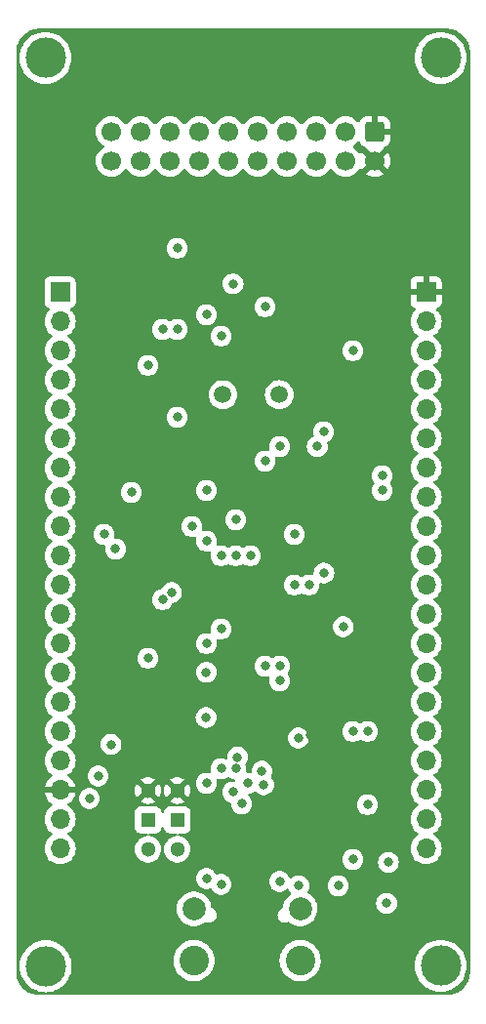
<source format=gbr>
%TF.GenerationSoftware,KiCad,Pcbnew,7.0.9*%
%TF.CreationDate,2023-12-16T00:09:48+09:00*%
%TF.ProjectId,STM32F405_dev_board,53544d33-3246-4343-9035-5f6465765f62,1.0.0*%
%TF.SameCoordinates,Original*%
%TF.FileFunction,Copper,L2,Inr*%
%TF.FilePolarity,Positive*%
%FSLAX46Y46*%
G04 Gerber Fmt 4.6, Leading zero omitted, Abs format (unit mm)*
G04 Created by KiCad (PCBNEW 7.0.9) date 2023-12-16 00:09:48*
%MOMM*%
%LPD*%
G01*
G04 APERTURE LIST*
G04 Aperture macros list*
%AMRoundRect*
0 Rectangle with rounded corners*
0 $1 Rounding radius*
0 $2 $3 $4 $5 $6 $7 $8 $9 X,Y pos of 4 corners*
0 Add a 4 corners polygon primitive as box body*
4,1,4,$2,$3,$4,$5,$6,$7,$8,$9,$2,$3,0*
0 Add four circle primitives for the rounded corners*
1,1,$1+$1,$2,$3*
1,1,$1+$1,$4,$5*
1,1,$1+$1,$6,$7*
1,1,$1+$1,$8,$9*
0 Add four rect primitives between the rounded corners*
20,1,$1+$1,$2,$3,$4,$5,0*
20,1,$1+$1,$4,$5,$6,$7,0*
20,1,$1+$1,$6,$7,$8,$9,0*
20,1,$1+$1,$8,$9,$2,$3,0*%
G04 Aperture macros list end*
%TA.AperFunction,ComponentPad*%
%ADD10R,1.300000X1.300000*%
%TD*%
%TA.AperFunction,ComponentPad*%
%ADD11C,1.300000*%
%TD*%
%TA.AperFunction,ComponentPad*%
%ADD12C,3.500000*%
%TD*%
%TA.AperFunction,ComponentPad*%
%ADD13C,2.000000*%
%TD*%
%TA.AperFunction,ComponentPad*%
%ADD14C,2.565000*%
%TD*%
%TA.AperFunction,ComponentPad*%
%ADD15RoundRect,0.250000X-0.600000X0.600000X-0.600000X-0.600000X0.600000X-0.600000X0.600000X0.600000X0*%
%TD*%
%TA.AperFunction,ComponentPad*%
%ADD16C,1.700000*%
%TD*%
%TA.AperFunction,ComponentPad*%
%ADD17R,1.700000X1.700000*%
%TD*%
%TA.AperFunction,ComponentPad*%
%ADD18O,1.700000X1.700000*%
%TD*%
%TA.AperFunction,ComponentPad*%
%ADD19C,1.500000*%
%TD*%
%TA.AperFunction,ViaPad*%
%ADD20C,0.800000*%
%TD*%
G04 APERTURE END LIST*
D10*
%TO.N,Net-(S3-COM)*%
%TO.C,S3*%
X139700000Y-126365000D03*
D11*
%TO.N,GND*%
X139700000Y-128905000D03*
%TO.N,VCC3V3*%
X139700000Y-123825000D03*
%TD*%
D10*
%TO.N,Net-(S2-COM)*%
%TO.C,S2*%
X137160000Y-126365000D03*
D11*
%TO.N,GND*%
X137160000Y-128905000D03*
%TO.N,VCC3V3*%
X137160000Y-123825000D03*
%TD*%
D12*
%TO.N,GND*%
%TO.C,REF\u002A\u002A*%
X162560000Y-60270000D03*
%TD*%
D13*
%TO.N,GND*%
%TO.C,J6*%
X141148000Y-134057000D03*
X150368000Y-134057000D03*
D14*
X141148000Y-138557000D03*
X150368000Y-138557000D03*
%TD*%
D12*
%TO.N,GND*%
%TO.C,REF\u002A\u002A*%
X128285913Y-139053348D03*
%TD*%
%TO.N,GND*%
%TO.C,REF\u002A\u002A*%
X128270000Y-60270000D03*
%TD*%
D15*
%TO.N,VCC3V3*%
%TO.C,J1*%
X156845000Y-66675000D03*
D16*
X156845000Y-69215000D03*
%TO.N,JNTRST*%
X154305000Y-66675000D03*
%TO.N,GND*%
X154305000Y-69215000D03*
%TO.N,JTDI*%
X151765000Y-66675000D03*
%TO.N,GND*%
X151765000Y-69215000D03*
%TO.N,JTMS{slash}SWDIO*%
X149225000Y-66675000D03*
%TO.N,GND*%
X149225000Y-69215000D03*
%TO.N,JTCK{slash}SWCLK*%
X146685000Y-66675000D03*
%TO.N,GND*%
X146685000Y-69215000D03*
%TO.N,Net-(J1-RTCK)*%
X144145000Y-66675000D03*
%TO.N,GND*%
X144145000Y-69215000D03*
%TO.N,JTDO*%
X141605000Y-66675000D03*
%TO.N,GND*%
X141605000Y-69215000D03*
%TO.N,RESET*%
X139065000Y-66675000D03*
%TO.N,GND*%
X139065000Y-69215000D03*
%TO.N,Net-(J1-DBGRQ{slash}NC)*%
X136525000Y-66675000D03*
%TO.N,GND*%
X136525000Y-69215000D03*
%TO.N,Net-(J1-DBGACK{slash}NC)*%
X133985000Y-66675000D03*
%TO.N,GND*%
X133985000Y-69215000D03*
%TD*%
D17*
%TO.N,VCC3V3*%
%TO.C,J3*%
X161290000Y-80590000D03*
D18*
%TO.N,GND*%
X161290000Y-83130000D03*
%TO.N,5V*%
X161290000Y-85670000D03*
%TO.N,PC12*%
X161290000Y-88210000D03*
%TO.N,PC11*%
X161290000Y-90750000D03*
%TO.N,PC10*%
X161290000Y-93290000D03*
%TO.N,PA10{slash}USART1_RX*%
X161290000Y-95830000D03*
%TO.N,PA9{slash}USART1_TX*%
X161290000Y-98370000D03*
%TO.N,PA8*%
X161290000Y-100910000D03*
%TO.N,PC9*%
X161290000Y-103450000D03*
%TO.N,PC8*%
X161290000Y-105990000D03*
%TO.N,PC7*%
X161290000Y-108530000D03*
%TO.N,PC6*%
X161290000Y-111070000D03*
%TO.N,PB15*%
X161290000Y-113610000D03*
%TO.N,PB14*%
X161290000Y-116150000D03*
%TO.N,PB13*%
X161290000Y-118690000D03*
%TO.N,PB12*%
X161290000Y-121230000D03*
%TO.N,PB11*%
X161290000Y-123770000D03*
%TO.N,PB10*%
X161290000Y-126310000D03*
%TO.N,PB1*%
X161290000Y-128850000D03*
%TD*%
D12*
%TO.N,GND*%
%TO.C,REF\u002A\u002A*%
X162560000Y-139010000D03*
%TD*%
D19*
%TO.N,OSC_OUT*%
%TO.C,Y1*%
X148550000Y-89480000D03*
%TO.N,OSC_IN*%
X143670000Y-89480000D03*
%TD*%
D17*
%TO.N,VBAT*%
%TO.C,J2*%
X129540000Y-80590000D03*
D18*
%TO.N,PB6*%
X129540000Y-83130000D03*
%TO.N,PB7*%
X129540000Y-85670000D03*
%TO.N,PB8*%
X129540000Y-88210000D03*
%TO.N,PB9*%
X129540000Y-90750000D03*
%TO.N,PC13*%
X129540000Y-93290000D03*
%TO.N,PA5*%
X129540000Y-95830000D03*
%TO.N,PA6*%
X129540000Y-98370000D03*
%TO.N,PC0*%
X129540000Y-100910000D03*
%TO.N,PC1*%
X129540000Y-103450000D03*
%TO.N,PC2*%
X129540000Y-105990000D03*
%TO.N,PC3*%
X129540000Y-108530000D03*
%TO.N,PA0*%
X129540000Y-111070000D03*
%TO.N,PA1*%
X129540000Y-113610000D03*
%TO.N,PA2*%
X129540000Y-116150000D03*
%TO.N,PA3*%
X129540000Y-118690000D03*
%TO.N,RESET*%
X129540000Y-121230000D03*
%TO.N,VCC3V3*%
X129540000Y-123770000D03*
%TO.N,GND*%
X129540000Y-126310000D03*
X129540000Y-128850000D03*
%TD*%
D20*
%TO.N,VCC3V3*%
X150723600Y-107543600D03*
X137464800Y-103886000D03*
%TO.N,GND*%
X133959600Y-119811800D03*
X150215600Y-119253000D03*
%TO.N,VCC3V3*%
X143510000Y-117475000D03*
X144221200Y-115620800D03*
%TO.N,OSC_IN*%
X139210270Y-106635353D03*
X140970000Y-100910000D03*
%TO.N,OSC_OUT*%
X142240000Y-102180000D03*
X142240000Y-111070000D03*
%TO.N,OSC32_IN*%
X147320000Y-95250000D03*
X142240000Y-82550000D03*
X139700000Y-83820000D03*
X152400000Y-92710000D03*
X134345500Y-102870000D03*
%TO.N,OSC32_OUT*%
X149860000Y-101600000D03*
X139700000Y-91440000D03*
X142240000Y-97790000D03*
X133350000Y-101600000D03*
X144780000Y-100330000D03*
%TO.N,PA4*%
X142240000Y-123190000D03*
X145805012Y-123181153D03*
%TO.N,PA12*%
X157480000Y-96520000D03*
%TO.N,PA11*%
X157480000Y-97790000D03*
%TO.N,JNTRST*%
X144780000Y-103450000D03*
%TO.N,JTDI*%
X139700000Y-76780000D03*
X149860000Y-105990000D03*
%TO.N,JTMS{slash}SWDIO*%
X148590000Y-93980000D03*
X152434073Y-104953220D03*
X151854500Y-93980000D03*
%TO.N,JTCK{slash}SWCLK*%
X151130000Y-105990000D03*
%TO.N,JTDO*%
X143510000Y-84400000D03*
X144546054Y-79865958D03*
X146050000Y-103450000D03*
X147320000Y-81860000D03*
%TO.N,PA5*%
X143510000Y-121920000D03*
%TO.N,PA6*%
X144780000Y-121920000D03*
%TO.N,PB11*%
X147042557Y-122132652D03*
%TO.N,PB10*%
X147197652Y-123312348D03*
%TO.N,PB1*%
X144929500Y-120920497D03*
%TO.N,BOOT0*%
X143510000Y-109800000D03*
X132080000Y-124509500D03*
%TO.N,RESET*%
X143510000Y-103450000D03*
X137160000Y-112340000D03*
X154940000Y-85670000D03*
X132842000Y-122555000D03*
%TO.N,GND*%
X142240000Y-131445000D03*
X142205000Y-117475000D03*
X142218369Y-113562009D03*
X154940000Y-118690000D03*
X150241000Y-132080000D03*
X153670000Y-132080000D03*
X154109124Y-109595109D03*
X135722701Y-97957299D03*
X138430000Y-83820000D03*
%TO.N,5V*%
X143510000Y-131953000D03*
X156210000Y-118690000D03*
X156210000Y-125040000D03*
X147320000Y-113030000D03*
X158025500Y-130048000D03*
X154935701Y-129789701D03*
X148590000Y-131699000D03*
%TO.N,VCC3V3*%
X151257000Y-118999000D03*
%TO.N,VBAT*%
X137160000Y-86940000D03*
X138430000Y-107260000D03*
%TO.N,USBDP*%
X157861000Y-133604000D03*
X144526000Y-123952000D03*
%TO.N,USBDM*%
X145288000Y-124968000D03*
%TO.N,PA10{slash}USART1_RX*%
X148590000Y-113030000D03*
%TO.N,PA9{slash}USART1_TX*%
X148590000Y-114300000D03*
%TD*%
%TA.AperFunction,Conductor*%
%TO.N,VCC3V3*%
G36*
X155532418Y-67541607D02*
G01*
X155557713Y-67585283D01*
X155560640Y-67594117D01*
X155560643Y-67594124D01*
X155652684Y-67743345D01*
X155776654Y-67867315D01*
X155925875Y-67959356D01*
X155925882Y-67959359D01*
X155998075Y-67983281D01*
X156055520Y-68023053D01*
X156082344Y-68087569D01*
X156082463Y-68098910D01*
X156712466Y-68728913D01*
X156702685Y-68730320D01*
X156571900Y-68790048D01*
X156463239Y-68884202D01*
X156385507Y-69005156D01*
X156361923Y-69085476D01*
X155730073Y-68453626D01*
X155676881Y-68529594D01*
X155622304Y-68573219D01*
X155552806Y-68580413D01*
X155490451Y-68548891D01*
X155473730Y-68529594D01*
X155343494Y-68343597D01*
X155176402Y-68176506D01*
X155176396Y-68176501D01*
X154990842Y-68046575D01*
X154947217Y-67991998D01*
X154940023Y-67922500D01*
X154971546Y-67860145D01*
X154990842Y-67843425D01*
X155013026Y-67827891D01*
X155176401Y-67713495D01*
X155343495Y-67546401D01*
X155343505Y-67546385D01*
X155345015Y-67544588D01*
X155345890Y-67544005D01*
X155347323Y-67542573D01*
X155347610Y-67542860D01*
X155403185Y-67505884D01*
X155473046Y-67504772D01*
X155532418Y-67541607D01*
G37*
%TD.AperFunction*%
%TA.AperFunction,Conductor*%
G36*
X163102019Y-57730633D02*
G01*
X163137198Y-57732938D01*
X163183708Y-57735986D01*
X163365459Y-57748985D01*
X163373100Y-57750015D01*
X163466738Y-57768641D01*
X163489420Y-57773153D01*
X163515023Y-57778722D01*
X163633666Y-57804531D01*
X163640383Y-57806395D01*
X163759437Y-57846809D01*
X163856671Y-57883076D01*
X163891741Y-57896157D01*
X163897499Y-57898643D01*
X164012952Y-57955578D01*
X164134906Y-58022170D01*
X164139634Y-58025032D01*
X164239139Y-58091519D01*
X164246649Y-58096537D01*
X164249358Y-58098454D01*
X164358652Y-58180271D01*
X164362345Y-58183265D01*
X164459502Y-58268469D01*
X164462448Y-58271228D01*
X164558769Y-58367549D01*
X164561526Y-58370492D01*
X164646729Y-58467648D01*
X164649732Y-58471353D01*
X164656751Y-58480728D01*
X164731543Y-58580639D01*
X164733461Y-58583349D01*
X164804962Y-58690357D01*
X164807828Y-58695091D01*
X164874421Y-58817047D01*
X164931355Y-58932499D01*
X164933841Y-58938257D01*
X164970212Y-59035768D01*
X164983196Y-59070578D01*
X165012831Y-59157881D01*
X165023597Y-59189596D01*
X165025472Y-59196352D01*
X165056846Y-59340579D01*
X165079980Y-59456880D01*
X165081015Y-59464560D01*
X165094017Y-59646350D01*
X165099367Y-59727966D01*
X165099500Y-59732023D01*
X165099500Y-139547975D01*
X165099367Y-139552032D01*
X165094017Y-139633648D01*
X165081015Y-139815438D01*
X165079980Y-139823118D01*
X165056846Y-139939420D01*
X165025472Y-140083646D01*
X165023597Y-140090401D01*
X165007554Y-140137665D01*
X164983208Y-140209388D01*
X164983195Y-140209425D01*
X164933841Y-140341741D01*
X164931355Y-140347499D01*
X164874421Y-140462952D01*
X164807828Y-140584907D01*
X164804961Y-140589641D01*
X164733461Y-140696649D01*
X164731543Y-140699359D01*
X164649744Y-140808631D01*
X164646723Y-140812357D01*
X164561529Y-140909502D01*
X164558755Y-140912464D01*
X164462464Y-141008755D01*
X164459502Y-141011529D01*
X164362357Y-141096723D01*
X164358631Y-141099744D01*
X164249359Y-141181543D01*
X164246649Y-141183461D01*
X164139641Y-141254961D01*
X164134907Y-141257828D01*
X164012952Y-141324421D01*
X163897499Y-141381355D01*
X163891741Y-141383841D01*
X163770956Y-141428893D01*
X163759418Y-141433197D01*
X163640401Y-141473597D01*
X163633646Y-141475472D01*
X163489420Y-141506846D01*
X163373118Y-141529980D01*
X163365438Y-141531015D01*
X163183648Y-141544017D01*
X163132582Y-141547364D01*
X163102025Y-141549367D01*
X163097976Y-141549500D01*
X128399470Y-141549500D01*
X128332431Y-141529815D01*
X128286676Y-141477011D01*
X128285215Y-141466854D01*
X128260557Y-141512658D01*
X128199434Y-141546507D01*
X128172356Y-141549500D01*
X127732024Y-141549500D01*
X127727974Y-141549367D01*
X127684336Y-141546507D01*
X127646350Y-141544017D01*
X127464560Y-141531015D01*
X127456880Y-141529980D01*
X127340579Y-141506846D01*
X127196352Y-141475472D01*
X127189596Y-141473597D01*
X127157881Y-141462831D01*
X127070578Y-141433196D01*
X127035768Y-141420212D01*
X126938257Y-141383841D01*
X126932499Y-141381355D01*
X126817047Y-141324421D01*
X126695091Y-141257828D01*
X126690357Y-141254962D01*
X126583349Y-141183461D01*
X126580639Y-141181543D01*
X126521133Y-141136998D01*
X126471353Y-141099732D01*
X126467648Y-141096729D01*
X126370492Y-141011526D01*
X126367549Y-141008769D01*
X126271228Y-140912448D01*
X126268469Y-140909502D01*
X126209817Y-140842622D01*
X126183265Y-140812345D01*
X126180271Y-140808652D01*
X126098454Y-140699358D01*
X126096537Y-140696649D01*
X126074590Y-140663803D01*
X126025032Y-140589634D01*
X126022170Y-140584906D01*
X125955578Y-140462952D01*
X125898643Y-140347499D01*
X125896157Y-140341741D01*
X125880651Y-140300170D01*
X125846805Y-140209425D01*
X125806395Y-140090383D01*
X125804531Y-140083666D01*
X125773153Y-139939420D01*
X125768579Y-139916425D01*
X125750015Y-139823100D01*
X125748985Y-139815459D01*
X125735986Y-139633708D01*
X125731432Y-139564215D01*
X125730633Y-139552019D01*
X125730500Y-139547964D01*
X125730500Y-139053355D01*
X126030584Y-139053355D01*
X126049877Y-139347711D01*
X126049878Y-139347721D01*
X126049879Y-139347728D01*
X126106751Y-139633648D01*
X126107431Y-139637064D01*
X126107434Y-139637078D01*
X126202262Y-139916428D01*
X126332738Y-140181008D01*
X126332742Y-140181015D01*
X126496638Y-140426303D01*
X126691154Y-140648106D01*
X126912957Y-140842622D01*
X127158245Y-141006518D01*
X127158252Y-141006522D01*
X127168405Y-141011529D01*
X127422836Y-141137000D01*
X127702191Y-141231829D01*
X127991533Y-141289382D01*
X128009137Y-141290535D01*
X128180466Y-141301766D01*
X128246075Y-141325793D01*
X128288278Y-141381476D01*
X128288350Y-141382411D01*
X128305757Y-141344297D01*
X128364535Y-141306523D01*
X128391360Y-141301766D01*
X128543614Y-141291786D01*
X128580293Y-141289382D01*
X128869635Y-141231829D01*
X129148990Y-141137000D01*
X129413578Y-141006520D01*
X129658870Y-140842621D01*
X129880671Y-140648106D01*
X130075186Y-140426305D01*
X130239085Y-140181013D01*
X130369565Y-139916425D01*
X130464394Y-139637070D01*
X130521947Y-139347728D01*
X130525794Y-139289023D01*
X130541242Y-139053355D01*
X130541242Y-139053340D01*
X130521948Y-138758984D01*
X130521947Y-138758968D01*
X130481774Y-138557004D01*
X139360000Y-138557004D01*
X139379968Y-138823478D01*
X139379968Y-138823480D01*
X139422540Y-139010000D01*
X139439436Y-139084022D01*
X139537068Y-139332784D01*
X139670685Y-139564216D01*
X139763913Y-139681120D01*
X139837306Y-139773153D01*
X139945000Y-139873077D01*
X140033200Y-139954915D01*
X140254000Y-140105453D01*
X140494770Y-140221402D01*
X140750133Y-140300171D01*
X140750134Y-140300171D01*
X140750137Y-140300172D01*
X141014375Y-140339999D01*
X141014380Y-140339999D01*
X141014383Y-140340000D01*
X141014384Y-140340000D01*
X141281616Y-140340000D01*
X141281617Y-140340000D01*
X141281624Y-140339999D01*
X141545862Y-140300172D01*
X141545863Y-140300171D01*
X141545867Y-140300171D01*
X141801230Y-140221402D01*
X142042000Y-140105453D01*
X142262800Y-139954915D01*
X142458697Y-139773149D01*
X142625315Y-139564216D01*
X142758932Y-139332784D01*
X142856564Y-139084022D01*
X142916030Y-138823488D01*
X142924112Y-138715636D01*
X142936000Y-138557004D01*
X148580000Y-138557004D01*
X148599968Y-138823478D01*
X148599968Y-138823480D01*
X148642540Y-139010000D01*
X148659436Y-139084022D01*
X148757068Y-139332784D01*
X148890685Y-139564216D01*
X148983913Y-139681120D01*
X149057306Y-139773153D01*
X149165000Y-139873077D01*
X149253200Y-139954915D01*
X149474000Y-140105453D01*
X149714770Y-140221402D01*
X149970133Y-140300171D01*
X149970134Y-140300171D01*
X149970137Y-140300172D01*
X150234375Y-140339999D01*
X150234380Y-140339999D01*
X150234383Y-140340000D01*
X150234384Y-140340000D01*
X150501616Y-140340000D01*
X150501617Y-140340000D01*
X150501624Y-140339999D01*
X150765862Y-140300172D01*
X150765863Y-140300171D01*
X150765867Y-140300171D01*
X151021230Y-140221402D01*
X151262000Y-140105453D01*
X151482800Y-139954915D01*
X151678697Y-139773149D01*
X151845315Y-139564216D01*
X151978932Y-139332784D01*
X152076564Y-139084022D01*
X152093458Y-139010007D01*
X160304671Y-139010007D01*
X160323964Y-139304363D01*
X160323965Y-139304373D01*
X160323966Y-139304380D01*
X160373226Y-139552032D01*
X160381518Y-139593716D01*
X160381521Y-139593730D01*
X160476349Y-139873080D01*
X160606825Y-140137660D01*
X160606829Y-140137667D01*
X160770725Y-140382955D01*
X160965241Y-140604758D01*
X161187044Y-140799274D01*
X161352012Y-140909502D01*
X161432335Y-140963172D01*
X161696923Y-141093652D01*
X161976278Y-141188481D01*
X162265620Y-141246034D01*
X162293888Y-141247886D01*
X162559993Y-141265329D01*
X162560000Y-141265329D01*
X162560007Y-141265329D01*
X162795675Y-141249881D01*
X162854380Y-141246034D01*
X163143722Y-141188481D01*
X163423077Y-141093652D01*
X163687665Y-140963172D01*
X163932957Y-140799273D01*
X164154758Y-140604758D01*
X164349273Y-140382957D01*
X164513172Y-140137665D01*
X164643652Y-139873077D01*
X164738481Y-139593722D01*
X164796034Y-139304380D01*
X164810477Y-139084027D01*
X164815329Y-139010007D01*
X164815329Y-139009992D01*
X164796035Y-138715636D01*
X164796034Y-138715620D01*
X164738481Y-138426278D01*
X164643652Y-138146923D01*
X164513172Y-137882336D01*
X164349273Y-137637043D01*
X164272749Y-137549784D01*
X164154758Y-137415241D01*
X163932955Y-137220725D01*
X163687667Y-137056829D01*
X163687660Y-137056825D01*
X163423080Y-136926349D01*
X163143730Y-136831521D01*
X163143724Y-136831519D01*
X163143722Y-136831519D01*
X162854380Y-136773966D01*
X162854373Y-136773965D01*
X162854363Y-136773964D01*
X162560007Y-136754671D01*
X162559993Y-136754671D01*
X162265636Y-136773964D01*
X162265624Y-136773965D01*
X162265620Y-136773966D01*
X162265612Y-136773967D01*
X162265609Y-136773968D01*
X161976283Y-136831518D01*
X161976269Y-136831521D01*
X161696919Y-136926349D01*
X161432334Y-137056828D01*
X161187041Y-137220728D01*
X160965241Y-137415241D01*
X160770728Y-137637041D01*
X160606828Y-137882334D01*
X160476349Y-138146919D01*
X160381521Y-138426269D01*
X160381518Y-138426283D01*
X160323968Y-138715609D01*
X160323964Y-138715636D01*
X160304671Y-139009992D01*
X160304671Y-139010007D01*
X152093458Y-139010007D01*
X152136030Y-138823488D01*
X152144112Y-138715636D01*
X152156000Y-138557004D01*
X152156000Y-138556995D01*
X152136031Y-138290521D01*
X152136031Y-138290519D01*
X152136030Y-138290515D01*
X152136030Y-138290512D01*
X152076564Y-138029978D01*
X151978932Y-137781216D01*
X151845315Y-137549784D01*
X151678697Y-137340851D01*
X151678696Y-137340850D01*
X151678693Y-137340846D01*
X151549232Y-137220725D01*
X151482800Y-137159085D01*
X151262000Y-137008547D01*
X151021230Y-136892598D01*
X150963754Y-136874869D01*
X150765868Y-136813829D01*
X150765862Y-136813827D01*
X150501624Y-136774000D01*
X150501617Y-136774000D01*
X150234383Y-136774000D01*
X150234375Y-136774000D01*
X149970137Y-136813827D01*
X149970131Y-136813829D01*
X149714769Y-136892598D01*
X149474003Y-137008545D01*
X149473999Y-137008547D01*
X149253202Y-137159083D01*
X149057306Y-137340846D01*
X148890685Y-137549784D01*
X148757068Y-137781215D01*
X148659438Y-138029972D01*
X148659433Y-138029989D01*
X148599968Y-138290519D01*
X148599968Y-138290521D01*
X148580000Y-138556995D01*
X148580000Y-138557004D01*
X142936000Y-138557004D01*
X142936000Y-138556995D01*
X142916031Y-138290521D01*
X142916031Y-138290519D01*
X142916030Y-138290515D01*
X142916030Y-138290512D01*
X142856564Y-138029978D01*
X142758932Y-137781216D01*
X142625315Y-137549784D01*
X142458697Y-137340851D01*
X142458696Y-137340850D01*
X142458693Y-137340846D01*
X142329232Y-137220725D01*
X142262800Y-137159085D01*
X142042000Y-137008547D01*
X141801230Y-136892598D01*
X141743754Y-136874869D01*
X141545868Y-136813829D01*
X141545862Y-136813827D01*
X141281624Y-136774000D01*
X141281617Y-136774000D01*
X141014383Y-136774000D01*
X141014375Y-136774000D01*
X140750137Y-136813827D01*
X140750131Y-136813829D01*
X140494769Y-136892598D01*
X140254003Y-137008545D01*
X140253999Y-137008547D01*
X140033202Y-137159083D01*
X139837306Y-137340846D01*
X139670685Y-137549784D01*
X139537068Y-137781215D01*
X139439438Y-138029972D01*
X139439433Y-138029989D01*
X139379968Y-138290519D01*
X139379968Y-138290521D01*
X139360000Y-138556995D01*
X139360000Y-138557004D01*
X130481774Y-138557004D01*
X130464394Y-138469626D01*
X130369565Y-138190271D01*
X130239085Y-137925684D01*
X130075186Y-137680391D01*
X130032568Y-137631795D01*
X129880671Y-137458589D01*
X129658868Y-137264073D01*
X129413580Y-137100177D01*
X129413573Y-137100173D01*
X129148993Y-136969697D01*
X128869643Y-136874869D01*
X128869637Y-136874867D01*
X128869635Y-136874867D01*
X128580293Y-136817314D01*
X128580286Y-136817313D01*
X128580276Y-136817312D01*
X128285920Y-136798019D01*
X128285906Y-136798019D01*
X127991549Y-136817312D01*
X127991537Y-136817313D01*
X127991533Y-136817314D01*
X127991525Y-136817315D01*
X127991522Y-136817316D01*
X127702196Y-136874866D01*
X127702182Y-136874869D01*
X127422832Y-136969697D01*
X127158247Y-137100176D01*
X126912954Y-137264076D01*
X126691154Y-137458589D01*
X126496641Y-137680389D01*
X126332741Y-137925682D01*
X126202262Y-138190267D01*
X126107434Y-138469617D01*
X126107431Y-138469631D01*
X126049881Y-138758957D01*
X126049877Y-138758984D01*
X126030584Y-139053340D01*
X126030584Y-139053355D01*
X125730500Y-139053355D01*
X125730500Y-134057005D01*
X139642357Y-134057005D01*
X139662890Y-134304812D01*
X139662892Y-134304824D01*
X139723936Y-134545881D01*
X139823826Y-134773606D01*
X139959833Y-134981782D01*
X139959836Y-134981785D01*
X140128256Y-135164738D01*
X140324491Y-135317474D01*
X140543190Y-135435828D01*
X140778386Y-135516571D01*
X141023665Y-135557500D01*
X141272335Y-135557500D01*
X141517614Y-135516571D01*
X141752810Y-135435828D01*
X141971509Y-135317474D01*
X142076990Y-135235374D01*
X142141980Y-135209733D01*
X142210520Y-135223299D01*
X142212832Y-135224538D01*
X142216632Y-135226627D01*
X142375823Y-135267500D01*
X142375827Y-135267500D01*
X142498923Y-135267500D01*
X142498925Y-135267500D01*
X142498930Y-135267499D01*
X142498934Y-135267499D01*
X142512174Y-135265826D01*
X142621058Y-135252071D01*
X142773871Y-135191568D01*
X142778452Y-135188240D01*
X142906835Y-135094965D01*
X142906835Y-135094963D01*
X142906837Y-135094963D01*
X143011600Y-134968326D01*
X143081579Y-134819613D01*
X143112376Y-134658170D01*
X143102056Y-134494140D01*
X143051268Y-134337829D01*
X142963202Y-134199060D01*
X142896278Y-134136214D01*
X142843396Y-134086554D01*
X142843391Y-134086551D01*
X142705491Y-134010739D01*
X142656228Y-133961194D01*
X142641654Y-133912321D01*
X142633108Y-133809179D01*
X142628823Y-133792259D01*
X142572063Y-133568118D01*
X142472173Y-133340393D01*
X142336166Y-133132217D01*
X142280533Y-133071784D01*
X142167744Y-132949262D01*
X141971509Y-132796526D01*
X141971507Y-132796525D01*
X141971506Y-132796524D01*
X141752811Y-132678172D01*
X141752802Y-132678169D01*
X141517616Y-132597429D01*
X141272335Y-132556500D01*
X141023665Y-132556500D01*
X140778383Y-132597429D01*
X140543197Y-132678169D01*
X140543188Y-132678172D01*
X140324493Y-132796524D01*
X140128257Y-132949261D01*
X139959833Y-133132217D01*
X139823826Y-133340393D01*
X139723936Y-133568118D01*
X139662892Y-133809175D01*
X139662890Y-133809187D01*
X139642357Y-134056994D01*
X139642357Y-134057005D01*
X125730500Y-134057005D01*
X125730500Y-131445000D01*
X141334540Y-131445000D01*
X141354326Y-131633256D01*
X141354327Y-131633259D01*
X141412818Y-131813277D01*
X141412821Y-131813284D01*
X141507467Y-131977216D01*
X141634129Y-132117888D01*
X141787265Y-132229148D01*
X141787270Y-132229151D01*
X141960192Y-132306142D01*
X141960197Y-132306144D01*
X142145354Y-132345500D01*
X142145355Y-132345500D01*
X142334644Y-132345500D01*
X142334646Y-132345500D01*
X142519803Y-132306144D01*
X142540534Y-132296913D01*
X142609782Y-132287628D01*
X142673059Y-132317256D01*
X142698356Y-132348192D01*
X142777467Y-132485216D01*
X142837942Y-132552380D01*
X142904129Y-132625888D01*
X143057265Y-132737148D01*
X143057270Y-132737151D01*
X143230192Y-132814142D01*
X143230197Y-132814144D01*
X143415354Y-132853500D01*
X143415355Y-132853500D01*
X143604644Y-132853500D01*
X143604646Y-132853500D01*
X143789803Y-132814144D01*
X143962730Y-132737151D01*
X144115871Y-132625888D01*
X144242533Y-132485216D01*
X144337179Y-132321284D01*
X144395674Y-132141256D01*
X144415460Y-131953000D01*
X144395674Y-131764744D01*
X144374312Y-131699000D01*
X147684540Y-131699000D01*
X147704326Y-131887256D01*
X147704327Y-131887259D01*
X147762818Y-132067277D01*
X147762821Y-132067284D01*
X147857467Y-132231216D01*
X147890821Y-132268259D01*
X147984129Y-132371888D01*
X148137265Y-132483148D01*
X148137270Y-132483151D01*
X148310192Y-132560142D01*
X148310197Y-132560144D01*
X148495354Y-132599500D01*
X148495355Y-132599500D01*
X148684644Y-132599500D01*
X148684646Y-132599500D01*
X148869803Y-132560144D01*
X149042730Y-132483151D01*
X149195871Y-132371888D01*
X149195875Y-132371883D01*
X149200700Y-132367540D01*
X149202011Y-132368996D01*
X149253546Y-132337238D01*
X149323403Y-132338560D01*
X149381456Y-132377439D01*
X149404155Y-132418536D01*
X149413819Y-132448280D01*
X149413821Y-132448284D01*
X149508467Y-132612216D01*
X149531742Y-132638065D01*
X149561972Y-132701056D01*
X149553348Y-132770392D01*
X149515756Y-132818891D01*
X149348258Y-132949260D01*
X149179833Y-133132217D01*
X149043826Y-133340393D01*
X148943936Y-133568118D01*
X148882892Y-133809175D01*
X148882890Y-133809187D01*
X148874039Y-133916006D01*
X148848886Y-133981191D01*
X148796113Y-134021057D01*
X148742132Y-134042430D01*
X148742121Y-134042436D01*
X148609164Y-134139034D01*
X148609162Y-134139037D01*
X148504400Y-134265673D01*
X148434420Y-134414387D01*
X148419207Y-134494139D01*
X148403624Y-134575830D01*
X148403624Y-134575832D01*
X148403624Y-134575833D01*
X148413944Y-134739860D01*
X148464732Y-134896171D01*
X148464734Y-134896175D01*
X148552798Y-135034940D01*
X148672603Y-135147445D01*
X148672611Y-135147451D01*
X148816628Y-135226625D01*
X148816632Y-135226627D01*
X148975823Y-135267500D01*
X148975827Y-135267500D01*
X149098923Y-135267500D01*
X149098925Y-135267500D01*
X149098930Y-135267499D01*
X149098934Y-135267499D01*
X149112174Y-135265826D01*
X149221058Y-135252071D01*
X149313852Y-135215330D01*
X149383430Y-135208954D01*
X149435662Y-135232770D01*
X149544482Y-135317468D01*
X149544488Y-135317472D01*
X149544491Y-135317474D01*
X149763190Y-135435828D01*
X149998386Y-135516571D01*
X150243665Y-135557500D01*
X150492335Y-135557500D01*
X150737614Y-135516571D01*
X150972810Y-135435828D01*
X151191509Y-135317474D01*
X151387744Y-135164738D01*
X151556164Y-134981785D01*
X151692173Y-134773607D01*
X151792063Y-134545881D01*
X151853108Y-134304821D01*
X151861872Y-134199059D01*
X151873643Y-134057005D01*
X151873643Y-134056994D01*
X151853109Y-133809187D01*
X151853107Y-133809175D01*
X151801150Y-133604000D01*
X156955540Y-133604000D01*
X156975326Y-133792256D01*
X156975327Y-133792259D01*
X157033818Y-133972277D01*
X157033821Y-133972284D01*
X157128467Y-134136216D01*
X157245031Y-134265673D01*
X157255129Y-134276888D01*
X157408265Y-134388148D01*
X157408270Y-134388151D01*
X157581192Y-134465142D01*
X157581197Y-134465144D01*
X157766354Y-134504500D01*
X157766355Y-134504500D01*
X157955644Y-134504500D01*
X157955646Y-134504500D01*
X158140803Y-134465144D01*
X158313730Y-134388151D01*
X158466871Y-134276888D01*
X158593533Y-134136216D01*
X158688179Y-133972284D01*
X158746674Y-133792256D01*
X158766460Y-133604000D01*
X158746674Y-133415744D01*
X158688179Y-133235716D01*
X158593533Y-133071784D01*
X158466871Y-132931112D01*
X158466870Y-132931111D01*
X158313734Y-132819851D01*
X158313729Y-132819848D01*
X158140807Y-132742857D01*
X158140802Y-132742855D01*
X157995001Y-132711865D01*
X157955646Y-132703500D01*
X157766354Y-132703500D01*
X157733897Y-132710398D01*
X157581197Y-132742855D01*
X157581192Y-132742857D01*
X157408270Y-132819848D01*
X157408265Y-132819851D01*
X157255129Y-132931111D01*
X157128466Y-133071785D01*
X157033821Y-133235715D01*
X157033818Y-133235722D01*
X156999809Y-133340393D01*
X156975326Y-133415744D01*
X156955540Y-133604000D01*
X151801150Y-133604000D01*
X151792063Y-133568118D01*
X151692173Y-133340393D01*
X151556166Y-133132217D01*
X151500533Y-133071784D01*
X151387744Y-132949262D01*
X151191509Y-132796526D01*
X151191508Y-132796525D01*
X151191505Y-132796523D01*
X151191503Y-132796522D01*
X151056449Y-132723435D01*
X151006858Y-132674215D01*
X150991750Y-132605999D01*
X151008079Y-132552380D01*
X151046857Y-132485214D01*
X151068179Y-132448284D01*
X151126674Y-132268256D01*
X151146460Y-132080000D01*
X152764540Y-132080000D01*
X152784326Y-132268256D01*
X152784327Y-132268259D01*
X152842818Y-132448277D01*
X152842821Y-132448284D01*
X152937467Y-132612216D01*
X153017459Y-132701056D01*
X153064129Y-132752888D01*
X153217265Y-132864148D01*
X153217270Y-132864151D01*
X153390192Y-132941142D01*
X153390197Y-132941144D01*
X153575354Y-132980500D01*
X153575355Y-132980500D01*
X153764644Y-132980500D01*
X153764646Y-132980500D01*
X153949803Y-132941144D01*
X154122730Y-132864151D01*
X154275871Y-132752888D01*
X154402533Y-132612216D01*
X154497179Y-132448284D01*
X154555674Y-132268256D01*
X154575460Y-132080000D01*
X154555674Y-131891744D01*
X154497179Y-131711716D01*
X154402533Y-131547784D01*
X154275871Y-131407112D01*
X154275870Y-131407111D01*
X154122734Y-131295851D01*
X154122729Y-131295848D01*
X153949807Y-131218857D01*
X153949802Y-131218855D01*
X153804001Y-131187865D01*
X153764646Y-131179500D01*
X153575354Y-131179500D01*
X153542897Y-131186398D01*
X153390197Y-131218855D01*
X153390192Y-131218857D01*
X153217270Y-131295848D01*
X153217265Y-131295851D01*
X153064129Y-131407111D01*
X152937466Y-131547785D01*
X152842821Y-131711715D01*
X152842818Y-131711722D01*
X152809819Y-131813284D01*
X152784326Y-131891744D01*
X152764540Y-132080000D01*
X151146460Y-132080000D01*
X151126674Y-131891744D01*
X151068179Y-131711716D01*
X150973533Y-131547784D01*
X150846871Y-131407112D01*
X150846870Y-131407111D01*
X150693734Y-131295851D01*
X150693729Y-131295848D01*
X150520807Y-131218857D01*
X150520802Y-131218855D01*
X150375001Y-131187865D01*
X150335646Y-131179500D01*
X150146354Y-131179500D01*
X150113897Y-131186398D01*
X149961197Y-131218855D01*
X149961192Y-131218857D01*
X149788270Y-131295848D01*
X149788265Y-131295851D01*
X149635129Y-131407111D01*
X149630300Y-131411460D01*
X149628994Y-131410009D01*
X149577409Y-131441773D01*
X149507552Y-131440425D01*
X149449514Y-131401525D01*
X149426844Y-131360461D01*
X149417182Y-131330724D01*
X149417180Y-131330720D01*
X149417179Y-131330716D01*
X149322533Y-131166784D01*
X149195871Y-131026112D01*
X149195870Y-131026111D01*
X149042734Y-130914851D01*
X149042729Y-130914848D01*
X148869807Y-130837857D01*
X148869802Y-130837855D01*
X148724001Y-130806865D01*
X148684646Y-130798500D01*
X148495354Y-130798500D01*
X148462897Y-130805398D01*
X148310197Y-130837855D01*
X148310192Y-130837857D01*
X148137270Y-130914848D01*
X148137265Y-130914851D01*
X147984129Y-131026111D01*
X147857466Y-131166785D01*
X147762821Y-131330715D01*
X147762818Y-131330722D01*
X147704327Y-131510740D01*
X147704326Y-131510744D01*
X147684540Y-131699000D01*
X144374312Y-131699000D01*
X144337179Y-131584716D01*
X144242533Y-131420784D01*
X144115871Y-131280112D01*
X144083708Y-131256744D01*
X143962734Y-131168851D01*
X143962729Y-131168848D01*
X143789807Y-131091857D01*
X143789802Y-131091855D01*
X143644001Y-131060865D01*
X143604646Y-131052500D01*
X143415354Y-131052500D01*
X143382897Y-131059398D01*
X143230197Y-131091855D01*
X143230191Y-131091857D01*
X143209461Y-131101087D01*
X143140211Y-131110370D01*
X143076935Y-131080740D01*
X143051642Y-131049805D01*
X142972536Y-130912788D01*
X142972534Y-130912785D01*
X142905066Y-130837855D01*
X142845871Y-130772112D01*
X142845870Y-130772111D01*
X142692734Y-130660851D01*
X142692729Y-130660848D01*
X142519807Y-130583857D01*
X142519802Y-130583855D01*
X142374001Y-130552865D01*
X142334646Y-130544500D01*
X142145354Y-130544500D01*
X142112897Y-130551398D01*
X141960197Y-130583855D01*
X141960192Y-130583857D01*
X141787270Y-130660848D01*
X141787265Y-130660851D01*
X141634129Y-130772111D01*
X141507466Y-130912785D01*
X141412821Y-131076715D01*
X141412818Y-131076722D01*
X141366636Y-131218857D01*
X141354326Y-131256744D01*
X141334540Y-131445000D01*
X125730500Y-131445000D01*
X125730500Y-128850000D01*
X128184341Y-128850000D01*
X128204936Y-129085403D01*
X128204938Y-129085413D01*
X128266094Y-129313655D01*
X128266096Y-129313659D01*
X128266097Y-129313663D01*
X128359168Y-129513253D01*
X128365965Y-129527830D01*
X128365967Y-129527834D01*
X128472316Y-129679715D01*
X128501505Y-129721401D01*
X128668599Y-129888495D01*
X128741152Y-129939297D01*
X128862165Y-130024032D01*
X128862167Y-130024033D01*
X128862170Y-130024035D01*
X129076337Y-130123903D01*
X129304592Y-130185063D01*
X129492918Y-130201539D01*
X129539999Y-130205659D01*
X129540000Y-130205659D01*
X129540001Y-130205659D01*
X129579234Y-130202226D01*
X129775408Y-130185063D01*
X130003663Y-130123903D01*
X130217830Y-130024035D01*
X130411401Y-129888495D01*
X130578495Y-129721401D01*
X130714035Y-129527830D01*
X130813903Y-129313663D01*
X130875063Y-129085408D01*
X130890847Y-128905000D01*
X136004571Y-128905000D01*
X136024244Y-129117310D01*
X136080112Y-129313664D01*
X136082596Y-129322392D01*
X136082596Y-129322394D01*
X136177632Y-129513253D01*
X136303345Y-129679722D01*
X136306128Y-129683407D01*
X136463698Y-129827052D01*
X136644981Y-129939298D01*
X136843802Y-130016321D01*
X137053390Y-130055500D01*
X137053392Y-130055500D01*
X137266608Y-130055500D01*
X137266610Y-130055500D01*
X137476198Y-130016321D01*
X137675019Y-129939298D01*
X137856302Y-129827052D01*
X138013872Y-129683407D01*
X138142366Y-129513255D01*
X138142367Y-129513253D01*
X138237403Y-129322394D01*
X138237403Y-129322393D01*
X138237405Y-129322389D01*
X138295756Y-129117310D01*
X138306529Y-129001047D01*
X138332315Y-128936111D01*
X138376869Y-128904194D01*
X138340497Y-128883331D01*
X138308307Y-128821318D01*
X138306529Y-128808951D01*
X138305849Y-128801613D01*
X138295756Y-128692690D01*
X138237405Y-128487611D01*
X138237403Y-128487606D01*
X138237403Y-128487605D01*
X138142367Y-128296746D01*
X138013872Y-128126593D01*
X137856302Y-127982948D01*
X137675019Y-127870702D01*
X137675017Y-127870701D01*
X137522215Y-127811506D01*
X137476198Y-127793679D01*
X137303456Y-127761387D01*
X137241176Y-127729719D01*
X137205903Y-127669407D01*
X137208837Y-127599599D01*
X137249046Y-127542459D01*
X137313764Y-127516128D01*
X137326234Y-127515499D01*
X137857872Y-127515499D01*
X137917483Y-127509091D01*
X138052331Y-127458796D01*
X138167546Y-127372546D01*
X138253796Y-127257331D01*
X138304091Y-127122483D01*
X138306710Y-127098115D01*
X138333445Y-127033568D01*
X138390837Y-126993719D01*
X138460662Y-126991223D01*
X138520752Y-127026874D01*
X138552028Y-127089352D01*
X138553288Y-127098116D01*
X138555907Y-127122480D01*
X138606202Y-127257328D01*
X138606206Y-127257335D01*
X138692452Y-127372544D01*
X138692455Y-127372547D01*
X138807664Y-127458793D01*
X138807671Y-127458797D01*
X138942517Y-127509091D01*
X138942516Y-127509091D01*
X138949444Y-127509835D01*
X139002127Y-127515500D01*
X139533758Y-127515499D01*
X139600795Y-127535183D01*
X139646550Y-127587987D01*
X139656494Y-127657146D01*
X139627469Y-127720702D01*
X139568691Y-127758476D01*
X139556542Y-127761388D01*
X139500116Y-127771935D01*
X139383802Y-127793679D01*
X139383800Y-127793679D01*
X139383798Y-127793680D01*
X139184982Y-127870701D01*
X139184980Y-127870702D01*
X139003699Y-127982947D01*
X138846127Y-128126593D01*
X138717632Y-128296746D01*
X138622596Y-128487605D01*
X138622596Y-128487607D01*
X138564244Y-128692689D01*
X138553471Y-128808951D01*
X138527685Y-128873888D01*
X138483130Y-128905804D01*
X138519503Y-128926668D01*
X138551693Y-128988681D01*
X138553470Y-129001047D01*
X138564244Y-129117310D01*
X138620112Y-129313664D01*
X138622596Y-129322392D01*
X138622596Y-129322394D01*
X138717632Y-129513253D01*
X138843345Y-129679722D01*
X138846128Y-129683407D01*
X139003698Y-129827052D01*
X139184981Y-129939298D01*
X139383802Y-130016321D01*
X139593390Y-130055500D01*
X139593392Y-130055500D01*
X139806608Y-130055500D01*
X139806610Y-130055500D01*
X140016198Y-130016321D01*
X140215019Y-129939298D01*
X140396302Y-129827052D01*
X140437274Y-129789701D01*
X154030241Y-129789701D01*
X154050027Y-129977957D01*
X154050028Y-129977960D01*
X154108519Y-130157978D01*
X154108522Y-130157985D01*
X154203168Y-130321917D01*
X154288137Y-130416284D01*
X154329830Y-130462589D01*
X154482966Y-130573849D01*
X154482971Y-130573852D01*
X154655893Y-130650843D01*
X154655898Y-130650845D01*
X154841055Y-130690201D01*
X154841056Y-130690201D01*
X155030345Y-130690201D01*
X155030347Y-130690201D01*
X155215504Y-130650845D01*
X155388431Y-130573852D01*
X155541572Y-130462589D01*
X155668234Y-130321917D01*
X155762880Y-130157985D01*
X155798617Y-130048000D01*
X157120040Y-130048000D01*
X157139826Y-130236256D01*
X157139827Y-130236259D01*
X157198318Y-130416277D01*
X157198321Y-130416284D01*
X157292967Y-130580216D01*
X157391998Y-130690201D01*
X157419629Y-130720888D01*
X157572765Y-130832148D01*
X157572770Y-130832151D01*
X157745692Y-130909142D01*
X157745697Y-130909144D01*
X157930854Y-130948500D01*
X157930855Y-130948500D01*
X158120144Y-130948500D01*
X158120146Y-130948500D01*
X158305303Y-130909144D01*
X158478230Y-130832151D01*
X158631371Y-130720888D01*
X158758033Y-130580216D01*
X158852679Y-130416284D01*
X158911174Y-130236256D01*
X158930960Y-130048000D01*
X158911174Y-129859744D01*
X158852679Y-129679716D01*
X158758033Y-129515784D01*
X158631371Y-129375112D01*
X158558811Y-129322394D01*
X158478234Y-129263851D01*
X158478229Y-129263848D01*
X158305307Y-129186857D01*
X158305302Y-129186855D01*
X158159501Y-129155865D01*
X158120146Y-129147500D01*
X157930854Y-129147500D01*
X157898397Y-129154398D01*
X157745697Y-129186855D01*
X157745692Y-129186857D01*
X157572770Y-129263848D01*
X157572765Y-129263851D01*
X157419629Y-129375111D01*
X157292966Y-129515785D01*
X157198321Y-129679715D01*
X157198318Y-129679722D01*
X157162584Y-129789701D01*
X157139826Y-129859744D01*
X157120040Y-130048000D01*
X155798617Y-130048000D01*
X155821375Y-129977957D01*
X155841161Y-129789701D01*
X155821375Y-129601445D01*
X155762880Y-129421417D01*
X155668234Y-129257485D01*
X155541572Y-129116813D01*
X155541571Y-129116812D01*
X155388435Y-129005552D01*
X155388430Y-129005549D01*
X155215508Y-128928558D01*
X155215503Y-128928556D01*
X155069702Y-128897566D01*
X155030347Y-128889201D01*
X154841055Y-128889201D01*
X154808598Y-128896099D01*
X154655898Y-128928556D01*
X154655893Y-128928558D01*
X154482971Y-129005549D01*
X154482966Y-129005552D01*
X154329830Y-129116812D01*
X154203167Y-129257486D01*
X154108522Y-129421416D01*
X154108519Y-129421423D01*
X154050028Y-129601441D01*
X154050027Y-129601445D01*
X154030241Y-129789701D01*
X140437274Y-129789701D01*
X140553872Y-129683407D01*
X140682366Y-129513255D01*
X140682367Y-129513253D01*
X140777403Y-129322394D01*
X140777403Y-129322393D01*
X140777405Y-129322389D01*
X140835756Y-129117310D01*
X140855429Y-128905000D01*
X140850333Y-128850000D01*
X159934341Y-128850000D01*
X159954936Y-129085403D01*
X159954938Y-129085413D01*
X160016094Y-129313655D01*
X160016096Y-129313659D01*
X160016097Y-129313663D01*
X160109168Y-129513253D01*
X160115965Y-129527830D01*
X160115967Y-129527834D01*
X160222316Y-129679715D01*
X160251505Y-129721401D01*
X160418599Y-129888495D01*
X160491152Y-129939297D01*
X160612165Y-130024032D01*
X160612167Y-130024033D01*
X160612170Y-130024035D01*
X160826337Y-130123903D01*
X161054592Y-130185063D01*
X161242918Y-130201539D01*
X161289999Y-130205659D01*
X161290000Y-130205659D01*
X161290001Y-130205659D01*
X161329234Y-130202226D01*
X161525408Y-130185063D01*
X161753663Y-130123903D01*
X161967830Y-130024035D01*
X162161401Y-129888495D01*
X162328495Y-129721401D01*
X162464035Y-129527830D01*
X162563903Y-129313663D01*
X162625063Y-129085408D01*
X162645659Y-128850000D01*
X162625063Y-128614592D01*
X162563903Y-128386337D01*
X162464035Y-128172171D01*
X162331541Y-127982948D01*
X162328494Y-127978597D01*
X162161402Y-127811506D01*
X162161396Y-127811501D01*
X161975842Y-127681575D01*
X161932217Y-127626998D01*
X161925023Y-127557500D01*
X161956546Y-127495145D01*
X161975842Y-127478425D01*
X162127051Y-127372547D01*
X162161401Y-127348495D01*
X162328495Y-127181401D01*
X162464035Y-126987830D01*
X162563903Y-126773663D01*
X162625063Y-126545408D01*
X162645659Y-126310000D01*
X162625063Y-126074592D01*
X162578588Y-125901142D01*
X162563905Y-125846344D01*
X162563904Y-125846343D01*
X162563903Y-125846337D01*
X162464035Y-125632171D01*
X162463834Y-125631883D01*
X162328494Y-125438597D01*
X162161402Y-125271506D01*
X162161396Y-125271501D01*
X161975842Y-125141575D01*
X161932217Y-125086998D01*
X161925023Y-125017500D01*
X161956546Y-124955145D01*
X161975842Y-124938425D01*
X162062456Y-124877777D01*
X162161401Y-124808495D01*
X162328495Y-124641401D01*
X162464035Y-124447830D01*
X162563903Y-124233663D01*
X162625063Y-124005408D01*
X162645659Y-123770000D01*
X162625063Y-123534592D01*
X162563903Y-123306337D01*
X162464035Y-123092171D01*
X162463115Y-123090856D01*
X162328494Y-122898597D01*
X162161402Y-122731506D01*
X162161396Y-122731501D01*
X161975842Y-122601575D01*
X161932217Y-122546998D01*
X161925023Y-122477500D01*
X161956546Y-122415145D01*
X161975842Y-122398425D01*
X162075195Y-122328857D01*
X162161401Y-122268495D01*
X162328495Y-122101401D01*
X162464035Y-121907830D01*
X162563903Y-121693663D01*
X162625063Y-121465408D01*
X162645659Y-121230000D01*
X162625063Y-120994592D01*
X162563903Y-120766337D01*
X162464035Y-120552171D01*
X162349280Y-120388282D01*
X162328494Y-120358597D01*
X162161402Y-120191506D01*
X162161396Y-120191501D01*
X161975842Y-120061575D01*
X161932217Y-120006998D01*
X161925023Y-119937500D01*
X161956546Y-119875145D01*
X161975842Y-119858425D01*
X162080398Y-119785214D01*
X162161401Y-119728495D01*
X162328495Y-119561401D01*
X162464035Y-119367830D01*
X162563903Y-119153663D01*
X162625063Y-118925408D01*
X162645659Y-118690000D01*
X162625063Y-118454592D01*
X162563903Y-118226337D01*
X162464035Y-118012171D01*
X162461676Y-118008801D01*
X162328494Y-117818597D01*
X162161402Y-117651506D01*
X162161396Y-117651501D01*
X161975842Y-117521575D01*
X161932217Y-117466998D01*
X161925023Y-117397500D01*
X161956546Y-117335145D01*
X161975842Y-117318425D01*
X162021093Y-117286740D01*
X162161401Y-117188495D01*
X162328495Y-117021401D01*
X162464035Y-116827830D01*
X162563903Y-116613663D01*
X162625063Y-116385408D01*
X162645659Y-116150000D01*
X162625063Y-115914592D01*
X162563903Y-115686337D01*
X162464035Y-115472171D01*
X162328495Y-115278599D01*
X162328494Y-115278597D01*
X162161402Y-115111506D01*
X162161396Y-115111501D01*
X161975842Y-114981575D01*
X161932217Y-114926998D01*
X161925023Y-114857500D01*
X161956546Y-114795145D01*
X161975842Y-114778425D01*
X162133149Y-114668277D01*
X162161401Y-114648495D01*
X162328495Y-114481401D01*
X162464035Y-114287830D01*
X162563903Y-114073663D01*
X162625063Y-113845408D01*
X162645659Y-113610000D01*
X162625063Y-113374592D01*
X162563903Y-113146337D01*
X162464035Y-112932171D01*
X162433892Y-112889121D01*
X162328494Y-112738597D01*
X162161402Y-112571506D01*
X162161396Y-112571501D01*
X161975842Y-112441575D01*
X161932217Y-112386998D01*
X161925023Y-112317500D01*
X161956546Y-112255145D01*
X161975842Y-112238425D01*
X162075195Y-112168857D01*
X162161401Y-112108495D01*
X162328495Y-111941401D01*
X162464035Y-111747830D01*
X162563903Y-111533663D01*
X162625063Y-111305408D01*
X162645659Y-111070000D01*
X162625063Y-110834592D01*
X162563903Y-110606337D01*
X162464035Y-110392171D01*
X162452827Y-110376163D01*
X162328494Y-110198597D01*
X162161402Y-110031506D01*
X162161396Y-110031501D01*
X161975842Y-109901575D01*
X161932217Y-109846998D01*
X161925023Y-109777500D01*
X161956546Y-109715145D01*
X161975842Y-109698425D01*
X162099635Y-109611744D01*
X162161401Y-109568495D01*
X162328495Y-109401401D01*
X162464035Y-109207830D01*
X162563903Y-108993663D01*
X162625063Y-108765408D01*
X162645659Y-108530000D01*
X162625063Y-108294592D01*
X162563903Y-108066337D01*
X162464035Y-107852171D01*
X162422055Y-107792216D01*
X162328494Y-107658597D01*
X162161402Y-107491506D01*
X162161396Y-107491501D01*
X161975842Y-107361575D01*
X161932217Y-107306998D01*
X161925023Y-107237500D01*
X161956546Y-107175145D01*
X161975842Y-107158425D01*
X162099635Y-107071744D01*
X162161401Y-107028495D01*
X162328495Y-106861401D01*
X162464035Y-106667830D01*
X162563903Y-106453663D01*
X162625063Y-106225408D01*
X162645659Y-105990000D01*
X162625063Y-105754592D01*
X162563903Y-105526337D01*
X162464035Y-105312171D01*
X162461676Y-105308801D01*
X162328494Y-105118597D01*
X162161402Y-104951506D01*
X162161396Y-104951501D01*
X161975842Y-104821575D01*
X161932217Y-104766998D01*
X161925023Y-104697500D01*
X161956546Y-104635145D01*
X161975842Y-104618425D01*
X161998026Y-104602891D01*
X162161401Y-104488495D01*
X162328495Y-104321401D01*
X162464035Y-104127830D01*
X162563903Y-103913663D01*
X162625063Y-103685408D01*
X162645659Y-103450000D01*
X162625063Y-103214592D01*
X162563903Y-102986337D01*
X162464035Y-102772171D01*
X162461676Y-102768801D01*
X162328494Y-102578597D01*
X162161402Y-102411506D01*
X162161396Y-102411501D01*
X161975842Y-102281575D01*
X161932217Y-102226998D01*
X161925023Y-102157500D01*
X161956546Y-102095145D01*
X161975842Y-102078425D01*
X162075195Y-102008857D01*
X162161401Y-101948495D01*
X162328495Y-101781401D01*
X162464035Y-101587830D01*
X162563903Y-101373663D01*
X162625063Y-101145408D01*
X162645659Y-100910000D01*
X162625063Y-100674592D01*
X162563903Y-100446337D01*
X162464035Y-100232171D01*
X162389590Y-100125851D01*
X162328494Y-100038597D01*
X162161402Y-99871506D01*
X162161396Y-99871501D01*
X161975842Y-99741575D01*
X161932217Y-99686998D01*
X161925023Y-99617500D01*
X161956546Y-99555145D01*
X161975842Y-99538425D01*
X162075195Y-99468857D01*
X162161401Y-99408495D01*
X162328495Y-99241401D01*
X162464035Y-99047830D01*
X162563903Y-98833663D01*
X162625063Y-98605408D01*
X162645659Y-98370000D01*
X162625063Y-98134592D01*
X162563903Y-97906337D01*
X162464035Y-97692171D01*
X162328495Y-97498599D01*
X162328494Y-97498597D01*
X162161402Y-97331506D01*
X162161396Y-97331501D01*
X161975842Y-97201575D01*
X161932217Y-97146998D01*
X161925023Y-97077500D01*
X161956546Y-97015145D01*
X161975842Y-96998425D01*
X162075195Y-96928857D01*
X162161401Y-96868495D01*
X162328495Y-96701401D01*
X162464035Y-96507830D01*
X162563903Y-96293663D01*
X162625063Y-96065408D01*
X162645659Y-95830000D01*
X162625063Y-95594592D01*
X162563903Y-95366337D01*
X162464035Y-95152171D01*
X162400717Y-95061742D01*
X162328494Y-94958597D01*
X162161402Y-94791506D01*
X162161396Y-94791501D01*
X161975842Y-94661575D01*
X161932217Y-94606998D01*
X161925023Y-94537500D01*
X161956546Y-94475145D01*
X161975842Y-94458425D01*
X162075195Y-94388857D01*
X162161401Y-94328495D01*
X162328495Y-94161401D01*
X162464035Y-93967830D01*
X162563903Y-93753663D01*
X162625063Y-93525408D01*
X162645659Y-93290000D01*
X162625063Y-93054592D01*
X162563903Y-92826337D01*
X162464035Y-92612171D01*
X162328495Y-92418599D01*
X162328494Y-92418597D01*
X162161402Y-92251506D01*
X162161396Y-92251501D01*
X161975842Y-92121575D01*
X161932217Y-92066998D01*
X161925023Y-91997500D01*
X161956546Y-91935145D01*
X161975842Y-91918425D01*
X162075195Y-91848857D01*
X162161401Y-91788495D01*
X162328495Y-91621401D01*
X162464035Y-91427830D01*
X162563903Y-91213663D01*
X162625063Y-90985408D01*
X162645659Y-90750000D01*
X162625063Y-90514592D01*
X162563903Y-90286337D01*
X162464035Y-90072171D01*
X162350008Y-89909322D01*
X162328494Y-89878597D01*
X162161402Y-89711506D01*
X162161396Y-89711501D01*
X161975842Y-89581575D01*
X161932217Y-89526998D01*
X161925023Y-89457500D01*
X161956546Y-89395145D01*
X161975842Y-89378425D01*
X161998026Y-89362891D01*
X162161401Y-89248495D01*
X162328495Y-89081401D01*
X162464035Y-88887830D01*
X162563903Y-88673663D01*
X162625063Y-88445408D01*
X162645659Y-88210000D01*
X162625063Y-87974592D01*
X162563903Y-87746337D01*
X162464035Y-87532171D01*
X162422055Y-87472216D01*
X162328494Y-87338597D01*
X162161402Y-87171506D01*
X162161396Y-87171501D01*
X161975842Y-87041575D01*
X161932217Y-86986998D01*
X161925023Y-86917500D01*
X161956546Y-86855145D01*
X161975842Y-86838425D01*
X162099635Y-86751744D01*
X162161401Y-86708495D01*
X162328495Y-86541401D01*
X162464035Y-86347830D01*
X162563903Y-86133663D01*
X162625063Y-85905408D01*
X162645659Y-85670000D01*
X162625063Y-85434592D01*
X162563903Y-85206337D01*
X162464035Y-84992171D01*
X162422055Y-84932216D01*
X162328494Y-84798597D01*
X162161402Y-84631506D01*
X162161396Y-84631501D01*
X161975842Y-84501575D01*
X161932217Y-84446998D01*
X161925023Y-84377500D01*
X161956546Y-84315145D01*
X161975842Y-84298425D01*
X162099635Y-84211744D01*
X162161401Y-84168495D01*
X162328495Y-84001401D01*
X162464035Y-83807830D01*
X162563903Y-83593663D01*
X162625063Y-83365408D01*
X162645659Y-83130000D01*
X162625063Y-82894592D01*
X162563903Y-82666337D01*
X162464035Y-82452171D01*
X162422054Y-82392216D01*
X162328496Y-82258600D01*
X162298173Y-82228277D01*
X162206179Y-82136283D01*
X162172696Y-82074963D01*
X162177680Y-82005271D01*
X162219551Y-81949337D01*
X162250529Y-81932422D01*
X162382086Y-81883354D01*
X162382093Y-81883350D01*
X162497187Y-81797190D01*
X162497190Y-81797187D01*
X162583350Y-81682093D01*
X162583354Y-81682086D01*
X162633596Y-81547379D01*
X162633598Y-81547372D01*
X162639999Y-81487844D01*
X162640000Y-81487827D01*
X162640000Y-80840000D01*
X161723686Y-80840000D01*
X161749493Y-80799844D01*
X161790000Y-80661889D01*
X161790000Y-80518111D01*
X161749493Y-80380156D01*
X161723686Y-80340000D01*
X162640000Y-80340000D01*
X162640000Y-79692172D01*
X162639999Y-79692155D01*
X162633598Y-79632627D01*
X162633596Y-79632620D01*
X162583354Y-79497913D01*
X162583350Y-79497906D01*
X162497190Y-79382812D01*
X162497187Y-79382809D01*
X162382093Y-79296649D01*
X162382086Y-79296645D01*
X162247379Y-79246403D01*
X162247372Y-79246401D01*
X162187844Y-79240000D01*
X161540000Y-79240000D01*
X161540000Y-80154498D01*
X161432315Y-80105320D01*
X161325763Y-80090000D01*
X161254237Y-80090000D01*
X161147685Y-80105320D01*
X161040000Y-80154498D01*
X161040000Y-79240000D01*
X160392155Y-79240000D01*
X160332627Y-79246401D01*
X160332620Y-79246403D01*
X160197913Y-79296645D01*
X160197906Y-79296649D01*
X160082812Y-79382809D01*
X160082809Y-79382812D01*
X159996649Y-79497906D01*
X159996645Y-79497913D01*
X159946403Y-79632620D01*
X159946401Y-79632627D01*
X159940000Y-79692155D01*
X159940000Y-80340000D01*
X160856314Y-80340000D01*
X160830507Y-80380156D01*
X160790000Y-80518111D01*
X160790000Y-80661889D01*
X160830507Y-80799844D01*
X160856314Y-80840000D01*
X159940000Y-80840000D01*
X159940000Y-81487844D01*
X159946401Y-81547372D01*
X159946403Y-81547379D01*
X159996645Y-81682086D01*
X159996649Y-81682093D01*
X160082809Y-81797187D01*
X160082812Y-81797190D01*
X160197906Y-81883350D01*
X160197913Y-81883354D01*
X160329470Y-81932421D01*
X160385403Y-81974292D01*
X160409821Y-82039756D01*
X160394970Y-82108029D01*
X160373819Y-82136284D01*
X160251503Y-82258600D01*
X160115965Y-82452169D01*
X160115964Y-82452171D01*
X160016098Y-82666335D01*
X160016094Y-82666344D01*
X159954938Y-82894586D01*
X159954936Y-82894596D01*
X159934341Y-83129999D01*
X159934341Y-83130000D01*
X159954936Y-83365403D01*
X159954938Y-83365413D01*
X160016094Y-83593655D01*
X160016096Y-83593659D01*
X160016097Y-83593663D01*
X160115965Y-83807830D01*
X160115967Y-83807834D01*
X160251501Y-84001395D01*
X160251506Y-84001402D01*
X160418597Y-84168493D01*
X160418603Y-84168498D01*
X160604158Y-84298425D01*
X160647783Y-84353002D01*
X160654977Y-84422500D01*
X160623454Y-84484855D01*
X160604158Y-84501575D01*
X160418597Y-84631505D01*
X160251505Y-84798597D01*
X160115965Y-84992169D01*
X160115964Y-84992171D01*
X160016098Y-85206335D01*
X160016094Y-85206344D01*
X159954938Y-85434586D01*
X159954936Y-85434596D01*
X159934341Y-85669999D01*
X159934341Y-85670000D01*
X159954936Y-85905403D01*
X159954938Y-85905413D01*
X160016094Y-86133655D01*
X160016096Y-86133659D01*
X160016097Y-86133663D01*
X160113661Y-86342888D01*
X160115965Y-86347830D01*
X160115967Y-86347834D01*
X160251501Y-86541395D01*
X160251506Y-86541402D01*
X160418597Y-86708493D01*
X160418603Y-86708498D01*
X160604158Y-86838425D01*
X160647783Y-86893002D01*
X160654977Y-86962500D01*
X160623454Y-87024855D01*
X160604158Y-87041575D01*
X160418597Y-87171505D01*
X160251505Y-87338597D01*
X160115965Y-87532169D01*
X160115964Y-87532171D01*
X160016098Y-87746335D01*
X160016094Y-87746344D01*
X159954938Y-87974586D01*
X159954936Y-87974596D01*
X159934341Y-88209999D01*
X159934341Y-88210000D01*
X159954936Y-88445403D01*
X159954938Y-88445413D01*
X160016094Y-88673655D01*
X160016096Y-88673659D01*
X160016097Y-88673663D01*
X160099426Y-88852362D01*
X160115965Y-88887830D01*
X160115967Y-88887834D01*
X160251501Y-89081395D01*
X160251506Y-89081402D01*
X160418597Y-89248493D01*
X160418603Y-89248498D01*
X160604158Y-89378425D01*
X160647783Y-89433002D01*
X160654977Y-89502500D01*
X160623454Y-89564855D01*
X160604158Y-89581575D01*
X160418597Y-89711505D01*
X160251505Y-89878597D01*
X160115965Y-90072169D01*
X160115964Y-90072171D01*
X160016098Y-90286335D01*
X160016094Y-90286344D01*
X159954938Y-90514586D01*
X159954936Y-90514596D01*
X159934341Y-90749999D01*
X159934341Y-90750000D01*
X159954936Y-90985403D01*
X159954938Y-90985413D01*
X160016094Y-91213655D01*
X160016096Y-91213659D01*
X160016097Y-91213663D01*
X160033853Y-91251740D01*
X160115965Y-91427830D01*
X160115967Y-91427834D01*
X160251501Y-91621395D01*
X160251506Y-91621402D01*
X160418597Y-91788493D01*
X160418603Y-91788498D01*
X160604158Y-91918425D01*
X160647783Y-91973002D01*
X160654977Y-92042500D01*
X160623454Y-92104855D01*
X160604158Y-92121575D01*
X160418597Y-92251505D01*
X160251505Y-92418597D01*
X160115965Y-92612169D01*
X160115964Y-92612171D01*
X160016098Y-92826335D01*
X160016094Y-92826344D01*
X159954938Y-93054586D01*
X159954936Y-93054596D01*
X159934341Y-93289999D01*
X159934341Y-93290000D01*
X159954936Y-93525403D01*
X159954938Y-93525413D01*
X160016094Y-93753655D01*
X160016096Y-93753659D01*
X160016097Y-93753663D01*
X160033853Y-93791740D01*
X160115965Y-93967830D01*
X160115967Y-93967834D01*
X160251501Y-94161395D01*
X160251506Y-94161402D01*
X160418597Y-94328493D01*
X160418603Y-94328498D01*
X160604158Y-94458425D01*
X160647783Y-94513002D01*
X160654977Y-94582500D01*
X160623454Y-94644855D01*
X160604158Y-94661575D01*
X160418597Y-94791505D01*
X160251505Y-94958597D01*
X160115965Y-95152169D01*
X160115964Y-95152171D01*
X160016098Y-95366335D01*
X160016094Y-95366344D01*
X159954938Y-95594586D01*
X159954936Y-95594596D01*
X159934341Y-95829999D01*
X159934341Y-95830000D01*
X159954936Y-96065403D01*
X159954938Y-96065413D01*
X160016094Y-96293655D01*
X160016096Y-96293659D01*
X160016097Y-96293663D01*
X160033853Y-96331740D01*
X160115965Y-96507830D01*
X160115967Y-96507834D01*
X160251501Y-96701395D01*
X160251506Y-96701402D01*
X160418597Y-96868493D01*
X160418603Y-96868498D01*
X160604158Y-96998425D01*
X160647783Y-97053002D01*
X160654977Y-97122500D01*
X160623454Y-97184855D01*
X160604158Y-97201575D01*
X160418597Y-97331505D01*
X160251505Y-97498597D01*
X160115965Y-97692169D01*
X160115964Y-97692171D01*
X160016098Y-97906335D01*
X160016094Y-97906344D01*
X159954938Y-98134586D01*
X159954936Y-98134596D01*
X159934341Y-98369999D01*
X159934341Y-98370000D01*
X159954936Y-98605403D01*
X159954938Y-98605413D01*
X160016094Y-98833655D01*
X160016096Y-98833659D01*
X160016097Y-98833663D01*
X160027352Y-98857799D01*
X160115965Y-99047830D01*
X160115967Y-99047834D01*
X160251501Y-99241395D01*
X160251506Y-99241402D01*
X160418597Y-99408493D01*
X160418603Y-99408498D01*
X160604158Y-99538425D01*
X160647783Y-99593002D01*
X160654977Y-99662500D01*
X160623454Y-99724855D01*
X160604158Y-99741575D01*
X160418597Y-99871505D01*
X160251505Y-100038597D01*
X160115965Y-100232169D01*
X160115964Y-100232171D01*
X160016098Y-100446335D01*
X160016094Y-100446344D01*
X159954938Y-100674586D01*
X159954936Y-100674596D01*
X159934341Y-100909999D01*
X159934341Y-100910000D01*
X159954936Y-101145403D01*
X159954938Y-101145413D01*
X160016094Y-101373655D01*
X160016096Y-101373659D01*
X160016097Y-101373663D01*
X160113661Y-101582888D01*
X160115965Y-101587830D01*
X160115967Y-101587834D01*
X160251501Y-101781395D01*
X160251506Y-101781402D01*
X160418597Y-101948493D01*
X160418603Y-101948498D01*
X160604158Y-102078425D01*
X160647783Y-102133002D01*
X160654977Y-102202500D01*
X160623454Y-102264855D01*
X160604158Y-102281575D01*
X160418597Y-102411505D01*
X160251505Y-102578597D01*
X160115965Y-102772169D01*
X160115964Y-102772171D01*
X160016098Y-102986335D01*
X160016094Y-102986344D01*
X159954938Y-103214586D01*
X159954936Y-103214596D01*
X159934341Y-103449999D01*
X159934341Y-103450000D01*
X159954936Y-103685403D01*
X159954938Y-103685413D01*
X160016094Y-103913655D01*
X160016096Y-103913659D01*
X160016097Y-103913663D01*
X160048063Y-103982214D01*
X160115965Y-104127830D01*
X160115967Y-104127834D01*
X160251501Y-104321395D01*
X160251506Y-104321402D01*
X160418597Y-104488493D01*
X160418603Y-104488498D01*
X160604158Y-104618425D01*
X160647783Y-104673002D01*
X160654977Y-104742500D01*
X160623454Y-104804855D01*
X160604158Y-104821575D01*
X160418597Y-104951505D01*
X160251505Y-105118597D01*
X160115965Y-105312169D01*
X160115964Y-105312171D01*
X160016098Y-105526335D01*
X160016094Y-105526344D01*
X159954938Y-105754586D01*
X159954936Y-105754596D01*
X159934341Y-105989999D01*
X159934341Y-105990000D01*
X159954936Y-106225403D01*
X159954938Y-106225413D01*
X160016094Y-106453655D01*
X160016096Y-106453659D01*
X160016097Y-106453663D01*
X160098575Y-106630537D01*
X160115965Y-106667830D01*
X160115967Y-106667834D01*
X160251501Y-106861395D01*
X160251506Y-106861402D01*
X160418597Y-107028493D01*
X160418603Y-107028498D01*
X160604158Y-107158425D01*
X160647783Y-107213002D01*
X160654977Y-107282500D01*
X160623454Y-107344855D01*
X160604158Y-107361575D01*
X160418597Y-107491505D01*
X160251505Y-107658597D01*
X160115965Y-107852169D01*
X160115964Y-107852171D01*
X160016098Y-108066335D01*
X160016094Y-108066344D01*
X159954938Y-108294586D01*
X159954936Y-108294596D01*
X159934341Y-108529999D01*
X159934341Y-108530000D01*
X159954936Y-108765403D01*
X159954938Y-108765413D01*
X160016094Y-108993655D01*
X160016096Y-108993659D01*
X160016097Y-108993663D01*
X160115965Y-109207830D01*
X160115967Y-109207834D01*
X160251501Y-109401395D01*
X160251506Y-109401402D01*
X160418597Y-109568493D01*
X160418603Y-109568498D01*
X160604158Y-109698425D01*
X160647783Y-109753002D01*
X160654977Y-109822500D01*
X160623454Y-109884855D01*
X160604158Y-109901575D01*
X160418597Y-110031505D01*
X160251505Y-110198597D01*
X160115965Y-110392169D01*
X160115964Y-110392171D01*
X160016098Y-110606335D01*
X160016094Y-110606344D01*
X159954938Y-110834586D01*
X159954936Y-110834596D01*
X159934341Y-111069999D01*
X159934341Y-111070000D01*
X159954936Y-111305403D01*
X159954938Y-111305413D01*
X160016094Y-111533655D01*
X160016096Y-111533659D01*
X160016097Y-111533663D01*
X160113661Y-111742888D01*
X160115965Y-111747830D01*
X160115967Y-111747834D01*
X160251501Y-111941395D01*
X160251506Y-111941402D01*
X160418597Y-112108493D01*
X160418603Y-112108498D01*
X160604158Y-112238425D01*
X160647783Y-112293002D01*
X160654977Y-112362500D01*
X160623454Y-112424855D01*
X160604158Y-112441575D01*
X160418597Y-112571505D01*
X160251505Y-112738597D01*
X160115965Y-112932169D01*
X160115964Y-112932171D01*
X160016098Y-113146335D01*
X160016094Y-113146344D01*
X159954938Y-113374586D01*
X159954936Y-113374596D01*
X159934341Y-113609999D01*
X159934341Y-113610000D01*
X159954936Y-113845403D01*
X159954938Y-113845413D01*
X160016094Y-114073655D01*
X160016096Y-114073659D01*
X160016097Y-114073663D01*
X160033853Y-114111740D01*
X160115965Y-114287830D01*
X160115967Y-114287834D01*
X160251501Y-114481395D01*
X160251506Y-114481402D01*
X160418597Y-114648493D01*
X160418603Y-114648498D01*
X160604158Y-114778425D01*
X160647783Y-114833002D01*
X160654977Y-114902500D01*
X160623454Y-114964855D01*
X160604158Y-114981575D01*
X160418597Y-115111505D01*
X160251505Y-115278597D01*
X160115965Y-115472169D01*
X160115964Y-115472171D01*
X160016098Y-115686335D01*
X160016094Y-115686344D01*
X159954938Y-115914586D01*
X159954936Y-115914596D01*
X159934341Y-116149999D01*
X159934341Y-116150000D01*
X159954936Y-116385403D01*
X159954938Y-116385413D01*
X160016094Y-116613655D01*
X160016096Y-116613659D01*
X160016097Y-116613663D01*
X160115965Y-116827830D01*
X160115967Y-116827834D01*
X160251501Y-117021395D01*
X160251506Y-117021402D01*
X160418597Y-117188493D01*
X160418603Y-117188498D01*
X160604158Y-117318425D01*
X160647783Y-117373002D01*
X160654977Y-117442500D01*
X160623454Y-117504855D01*
X160604158Y-117521575D01*
X160418597Y-117651505D01*
X160251505Y-117818597D01*
X160115965Y-118012169D01*
X160115964Y-118012171D01*
X160016098Y-118226335D01*
X160016094Y-118226344D01*
X159954938Y-118454586D01*
X159954936Y-118454596D01*
X159934341Y-118689999D01*
X159934341Y-118690000D01*
X159954936Y-118925403D01*
X159954938Y-118925413D01*
X160016094Y-119153655D01*
X160016096Y-119153659D01*
X160016097Y-119153663D01*
X160048063Y-119222214D01*
X160115965Y-119367830D01*
X160115967Y-119367834D01*
X160251501Y-119561395D01*
X160251506Y-119561402D01*
X160418597Y-119728493D01*
X160418603Y-119728498D01*
X160604158Y-119858425D01*
X160647783Y-119913002D01*
X160654977Y-119982500D01*
X160623454Y-120044855D01*
X160604158Y-120061575D01*
X160418597Y-120191505D01*
X160251505Y-120358597D01*
X160115965Y-120552169D01*
X160115964Y-120552171D01*
X160016098Y-120766335D01*
X160016094Y-120766344D01*
X159954938Y-120994586D01*
X159954936Y-120994596D01*
X159934341Y-121229999D01*
X159934341Y-121230000D01*
X159954936Y-121465403D01*
X159954938Y-121465413D01*
X160016094Y-121693655D01*
X160016096Y-121693659D01*
X160016097Y-121693663D01*
X160115965Y-121907830D01*
X160115967Y-121907834D01*
X160251501Y-122101395D01*
X160251506Y-122101402D01*
X160418597Y-122268493D01*
X160418603Y-122268498D01*
X160604158Y-122398425D01*
X160647783Y-122453002D01*
X160654977Y-122522500D01*
X160623454Y-122584855D01*
X160604158Y-122601575D01*
X160418597Y-122731505D01*
X160251505Y-122898597D01*
X160115965Y-123092169D01*
X160115964Y-123092171D01*
X160016098Y-123306335D01*
X160016094Y-123306344D01*
X159954938Y-123534586D01*
X159954936Y-123534596D01*
X159934341Y-123769999D01*
X159934341Y-123770000D01*
X159954936Y-124005403D01*
X159954938Y-124005413D01*
X160016094Y-124233655D01*
X160016096Y-124233659D01*
X160016097Y-124233663D01*
X160109045Y-124432990D01*
X160115965Y-124447830D01*
X160115967Y-124447834D01*
X160222316Y-124599715D01*
X160239942Y-124624888D01*
X160251501Y-124641395D01*
X160251506Y-124641402D01*
X160418597Y-124808493D01*
X160418603Y-124808498D01*
X160604158Y-124938425D01*
X160647783Y-124993002D01*
X160654977Y-125062500D01*
X160623454Y-125124855D01*
X160604158Y-125141575D01*
X160418597Y-125271505D01*
X160251505Y-125438597D01*
X160115965Y-125632169D01*
X160115964Y-125632171D01*
X160016098Y-125846335D01*
X160016094Y-125846344D01*
X159954938Y-126074586D01*
X159954936Y-126074596D01*
X159934341Y-126309999D01*
X159934341Y-126310000D01*
X159954936Y-126545403D01*
X159954938Y-126545413D01*
X160016094Y-126773655D01*
X160016096Y-126773659D01*
X160016097Y-126773663D01*
X160115965Y-126987830D01*
X160115967Y-126987834D01*
X160251501Y-127181395D01*
X160251506Y-127181402D01*
X160418597Y-127348493D01*
X160418603Y-127348498D01*
X160604158Y-127478425D01*
X160647783Y-127533002D01*
X160654977Y-127602500D01*
X160623454Y-127664855D01*
X160604158Y-127681575D01*
X160418597Y-127811505D01*
X160251505Y-127978597D01*
X160115965Y-128172169D01*
X160115964Y-128172171D01*
X160016098Y-128386335D01*
X160016094Y-128386344D01*
X159954938Y-128614586D01*
X159954936Y-128614596D01*
X159934341Y-128849999D01*
X159934341Y-128850000D01*
X140850333Y-128850000D01*
X140835756Y-128692690D01*
X140777405Y-128487611D01*
X140777403Y-128487606D01*
X140777403Y-128487605D01*
X140682367Y-128296746D01*
X140553872Y-128126593D01*
X140396302Y-127982948D01*
X140215019Y-127870702D01*
X140215017Y-127870701D01*
X140062215Y-127811506D01*
X140016198Y-127793679D01*
X139843456Y-127761387D01*
X139781176Y-127729719D01*
X139745903Y-127669407D01*
X139748837Y-127599599D01*
X139789046Y-127542459D01*
X139853764Y-127516128D01*
X139866234Y-127515499D01*
X140397872Y-127515499D01*
X140457483Y-127509091D01*
X140592331Y-127458796D01*
X140707546Y-127372546D01*
X140793796Y-127257331D01*
X140844091Y-127122483D01*
X140850500Y-127062873D01*
X140850499Y-125667128D01*
X140844091Y-125607517D01*
X140804070Y-125500216D01*
X140793797Y-125472671D01*
X140793793Y-125472664D01*
X140707547Y-125357455D01*
X140707544Y-125357452D01*
X140592335Y-125271206D01*
X140592328Y-125271202D01*
X140457482Y-125220908D01*
X140457483Y-125220908D01*
X140397883Y-125214501D01*
X140397881Y-125214500D01*
X140397873Y-125214500D01*
X140397865Y-125214500D01*
X139863521Y-125214500D01*
X139796482Y-125194815D01*
X139750727Y-125142011D01*
X139740783Y-125072853D01*
X139769808Y-125009297D01*
X139828586Y-124971523D01*
X139840736Y-124968611D01*
X140016058Y-124935837D01*
X140016063Y-124935836D01*
X140214789Y-124858850D01*
X140214793Y-124858848D01*
X140317007Y-124795560D01*
X139744401Y-124222953D01*
X139825148Y-124210165D01*
X139938045Y-124152641D01*
X140027641Y-124063045D01*
X140085165Y-123950148D01*
X140097953Y-123869400D01*
X140673163Y-124444610D01*
X140681935Y-124432996D01*
X140681938Y-124432991D01*
X140776935Y-124242211D01*
X140776941Y-124242196D01*
X140835261Y-124037219D01*
X140835262Y-124037216D01*
X140854927Y-123825000D01*
X140854927Y-123824999D01*
X140835262Y-123612783D01*
X140835261Y-123612780D01*
X140776941Y-123407803D01*
X140776933Y-123407783D01*
X140681940Y-123217010D01*
X140673163Y-123205388D01*
X140097953Y-123780598D01*
X140085165Y-123699852D01*
X140027641Y-123586955D01*
X139938045Y-123497359D01*
X139825148Y-123439835D01*
X139744400Y-123427046D01*
X139981446Y-123190000D01*
X141334540Y-123190000D01*
X141354326Y-123378256D01*
X141354327Y-123378259D01*
X141412818Y-123558277D01*
X141412821Y-123558284D01*
X141507467Y-123722216D01*
X141600198Y-123825204D01*
X141634129Y-123862888D01*
X141787265Y-123974148D01*
X141787270Y-123974151D01*
X141960192Y-124051142D01*
X141960197Y-124051144D01*
X142145354Y-124090500D01*
X142145355Y-124090500D01*
X142334644Y-124090500D01*
X142334646Y-124090500D01*
X142519803Y-124051144D01*
X142692730Y-123974151D01*
X142845871Y-123862888D01*
X142972533Y-123722216D01*
X143067179Y-123558284D01*
X143125674Y-123378256D01*
X143145460Y-123190000D01*
X143125674Y-123001744D01*
X143107292Y-122945173D01*
X143105298Y-122875335D01*
X143141378Y-122815502D01*
X143204078Y-122784673D01*
X143251005Y-122785567D01*
X143277281Y-122791152D01*
X143415354Y-122820500D01*
X143415355Y-122820500D01*
X143604644Y-122820500D01*
X143604646Y-122820500D01*
X143789803Y-122781144D01*
X143962730Y-122704151D01*
X144072117Y-122624676D01*
X144137920Y-122601198D01*
X144205974Y-122617023D01*
X144217871Y-122624668D01*
X144317560Y-122697096D01*
X144327270Y-122704151D01*
X144500192Y-122781142D01*
X144500193Y-122781142D01*
X144500197Y-122781144D01*
X144604419Y-122803297D01*
X144618124Y-122806210D01*
X144679606Y-122839402D01*
X144713383Y-122900565D01*
X144708731Y-122970280D01*
X144667127Y-123026412D01*
X144601779Y-123051141D01*
X144592344Y-123051500D01*
X144431354Y-123051500D01*
X144398897Y-123058398D01*
X144246197Y-123090855D01*
X144246192Y-123090857D01*
X144073270Y-123167848D01*
X144073265Y-123167851D01*
X143920129Y-123279111D01*
X143793466Y-123419785D01*
X143698821Y-123583715D01*
X143698818Y-123583722D01*
X143640327Y-123763740D01*
X143640326Y-123763744D01*
X143620540Y-123952000D01*
X143640326Y-124140256D01*
X143640327Y-124140259D01*
X143698818Y-124320277D01*
X143698821Y-124320284D01*
X143793467Y-124484216D01*
X143920129Y-124624888D01*
X144073265Y-124736148D01*
X144073270Y-124736151D01*
X144246191Y-124813142D01*
X144246193Y-124813142D01*
X144246197Y-124813144D01*
X144286271Y-124821661D01*
X144347750Y-124854852D01*
X144381528Y-124916014D01*
X144383810Y-124955907D01*
X144382540Y-124967995D01*
X144382540Y-124967997D01*
X144382540Y-124968000D01*
X144402326Y-125156256D01*
X144402327Y-125156259D01*
X144460818Y-125336277D01*
X144460821Y-125336284D01*
X144555467Y-125500216D01*
X144652081Y-125607516D01*
X144682129Y-125640888D01*
X144835265Y-125752148D01*
X144835270Y-125752151D01*
X145008192Y-125829142D01*
X145008197Y-125829144D01*
X145193354Y-125868500D01*
X145193355Y-125868500D01*
X145382644Y-125868500D01*
X145382646Y-125868500D01*
X145567803Y-125829144D01*
X145740730Y-125752151D01*
X145893871Y-125640888D01*
X146020533Y-125500216D01*
X146115179Y-125336284D01*
X146173674Y-125156256D01*
X146185893Y-125040000D01*
X155304540Y-125040000D01*
X155324326Y-125228256D01*
X155324327Y-125228259D01*
X155382818Y-125408277D01*
X155382821Y-125408284D01*
X155477467Y-125572216D01*
X155562933Y-125667135D01*
X155604129Y-125712888D01*
X155757265Y-125824148D01*
X155757270Y-125824151D01*
X155930192Y-125901142D01*
X155930197Y-125901144D01*
X156115354Y-125940500D01*
X156115355Y-125940500D01*
X156304644Y-125940500D01*
X156304646Y-125940500D01*
X156489803Y-125901144D01*
X156662730Y-125824151D01*
X156815871Y-125712888D01*
X156942533Y-125572216D01*
X157037179Y-125408284D01*
X157095674Y-125228256D01*
X157115460Y-125040000D01*
X157095674Y-124851744D01*
X157037179Y-124671716D01*
X156942533Y-124507784D01*
X156815871Y-124367112D01*
X156815870Y-124367111D01*
X156662734Y-124255851D01*
X156662729Y-124255848D01*
X156489807Y-124178857D01*
X156489802Y-124178855D01*
X156312747Y-124141222D01*
X156304646Y-124139500D01*
X156115354Y-124139500D01*
X156107253Y-124141222D01*
X155930197Y-124178855D01*
X155930192Y-124178857D01*
X155757270Y-124255848D01*
X155757265Y-124255851D01*
X155604129Y-124367111D01*
X155477466Y-124507785D01*
X155382821Y-124671715D01*
X155382818Y-124671722D01*
X155336868Y-124813144D01*
X155324326Y-124851744D01*
X155304540Y-125040000D01*
X146185893Y-125040000D01*
X146193460Y-124968000D01*
X146173674Y-124779744D01*
X146115179Y-124599716D01*
X146020533Y-124435784D01*
X145893871Y-124295112D01*
X145893200Y-124294624D01*
X145892905Y-124294242D01*
X145889042Y-124290764D01*
X145889678Y-124290057D01*
X145850533Y-124239300D01*
X145844549Y-124169687D01*
X145877151Y-124107889D01*
X145937988Y-124073528D01*
X145940286Y-124073017D01*
X146084815Y-124042297D01*
X146257742Y-123965304D01*
X146358505Y-123892095D01*
X146424307Y-123868617D01*
X146492361Y-123884442D01*
X146523535Y-123909441D01*
X146560188Y-123950148D01*
X146591781Y-123985236D01*
X146744917Y-124096496D01*
X146744922Y-124096499D01*
X146917844Y-124173490D01*
X146917849Y-124173492D01*
X147103006Y-124212848D01*
X147103007Y-124212848D01*
X147292296Y-124212848D01*
X147292298Y-124212848D01*
X147477455Y-124173492D01*
X147650382Y-124096499D01*
X147803523Y-123985236D01*
X147930185Y-123844564D01*
X148024831Y-123680632D01*
X148083326Y-123500604D01*
X148103112Y-123312348D01*
X148083326Y-123124092D01*
X148024831Y-122944064D01*
X147930185Y-122780132D01*
X147855419Y-122697096D01*
X147825189Y-122634105D01*
X147833814Y-122564769D01*
X147840182Y-122552124D01*
X147842966Y-122547302D01*
X147869736Y-122500936D01*
X147928231Y-122320908D01*
X147948017Y-122132652D01*
X147928231Y-121944396D01*
X147871842Y-121770849D01*
X147869738Y-121764374D01*
X147869737Y-121764373D01*
X147869736Y-121764368D01*
X147775090Y-121600436D01*
X147648428Y-121459764D01*
X147648427Y-121459763D01*
X147495291Y-121348503D01*
X147495286Y-121348500D01*
X147322364Y-121271509D01*
X147322359Y-121271507D01*
X147176558Y-121240517D01*
X147137203Y-121232152D01*
X146947911Y-121232152D01*
X146915454Y-121239050D01*
X146762754Y-121271507D01*
X146762749Y-121271509D01*
X146589827Y-121348500D01*
X146589822Y-121348503D01*
X146436686Y-121459763D01*
X146310023Y-121600437D01*
X146215378Y-121764367D01*
X146215375Y-121764374D01*
X146156884Y-121944392D01*
X146156883Y-121944396D01*
X146139661Y-122108256D01*
X146137097Y-122132654D01*
X146140593Y-122165924D01*
X146128022Y-122234653D01*
X146080289Y-122285676D01*
X146012548Y-122302792D01*
X145991494Y-122300173D01*
X145899658Y-122280653D01*
X145780330Y-122280653D01*
X145713291Y-122260968D01*
X145667536Y-122208164D01*
X145657592Y-122139006D01*
X145662399Y-122118334D01*
X145665674Y-122108256D01*
X145685460Y-121920000D01*
X145665674Y-121731744D01*
X145620208Y-121591817D01*
X145618214Y-121521978D01*
X145645991Y-121470528D01*
X145662033Y-121452713D01*
X145756679Y-121288781D01*
X145815174Y-121108753D01*
X145834960Y-120920497D01*
X145815174Y-120732241D01*
X145756679Y-120552213D01*
X145662033Y-120388281D01*
X145535371Y-120247609D01*
X145458152Y-120191506D01*
X145382234Y-120136348D01*
X145382229Y-120136345D01*
X145209307Y-120059354D01*
X145209302Y-120059352D01*
X145063501Y-120028362D01*
X145024146Y-120019997D01*
X144834854Y-120019997D01*
X144802397Y-120026895D01*
X144649697Y-120059352D01*
X144649692Y-120059354D01*
X144476770Y-120136345D01*
X144476765Y-120136348D01*
X144323629Y-120247608D01*
X144196966Y-120388282D01*
X144102321Y-120552212D01*
X144102318Y-120552219D01*
X144050305Y-120712300D01*
X144043826Y-120732241D01*
X144040242Y-120766344D01*
X144024040Y-120920497D01*
X144028345Y-120961461D01*
X144015775Y-121030191D01*
X143968042Y-121081214D01*
X143900301Y-121098331D01*
X143854588Y-121087700D01*
X143789807Y-121058857D01*
X143789802Y-121058855D01*
X143644001Y-121027865D01*
X143604646Y-121019500D01*
X143415354Y-121019500D01*
X143382897Y-121026398D01*
X143230197Y-121058855D01*
X143230192Y-121058857D01*
X143057270Y-121135848D01*
X143057265Y-121135851D01*
X142904129Y-121247111D01*
X142777466Y-121387785D01*
X142682821Y-121551715D01*
X142682818Y-121551722D01*
X142636636Y-121693857D01*
X142624326Y-121731744D01*
X142604540Y-121920000D01*
X142624326Y-122108256D01*
X142624327Y-122108259D01*
X142642706Y-122164824D01*
X142644701Y-122234665D01*
X142608621Y-122294498D01*
X142545920Y-122325326D01*
X142498995Y-122324433D01*
X142472862Y-122318878D01*
X142334646Y-122289500D01*
X142145354Y-122289500D01*
X142121840Y-122294498D01*
X141960197Y-122328855D01*
X141960192Y-122328857D01*
X141787270Y-122405848D01*
X141787265Y-122405851D01*
X141634129Y-122517111D01*
X141507466Y-122657785D01*
X141412821Y-122821715D01*
X141412818Y-122821722D01*
X141354327Y-123001740D01*
X141354326Y-123001744D01*
X141334540Y-123190000D01*
X139981446Y-123190000D01*
X140317007Y-122854438D01*
X140214789Y-122791149D01*
X140016063Y-122714163D01*
X140016058Y-122714162D01*
X139806561Y-122675000D01*
X139593439Y-122675000D01*
X139383941Y-122714162D01*
X139383940Y-122714162D01*
X139185208Y-122791151D01*
X139185205Y-122791152D01*
X139082991Y-122854438D01*
X139655600Y-123427046D01*
X139574852Y-123439835D01*
X139461955Y-123497359D01*
X139372359Y-123586955D01*
X139314835Y-123699852D01*
X139302046Y-123780600D01*
X138726835Y-123205389D01*
X138718056Y-123217015D01*
X138623066Y-123407783D01*
X138623058Y-123407803D01*
X138564738Y-123612780D01*
X138564737Y-123612783D01*
X138553471Y-123734371D01*
X138527685Y-123799309D01*
X138491533Y-123825204D01*
X138519503Y-123841248D01*
X138551693Y-123903261D01*
X138553471Y-123915628D01*
X138564737Y-124037216D01*
X138564738Y-124037219D01*
X138623058Y-124242196D01*
X138623066Y-124242216D01*
X138718060Y-124432990D01*
X138726834Y-124444609D01*
X138726835Y-124444609D01*
X139302046Y-123869399D01*
X139314835Y-123950148D01*
X139372359Y-124063045D01*
X139461955Y-124152641D01*
X139574852Y-124210165D01*
X139655599Y-124222953D01*
X139082991Y-124795560D01*
X139082992Y-124795561D01*
X139185201Y-124858845D01*
X139185210Y-124858850D01*
X139383936Y-124935836D01*
X139383941Y-124935837D01*
X139559264Y-124968611D01*
X139621545Y-125000279D01*
X139656818Y-125060591D01*
X139653884Y-125130399D01*
X139613675Y-125187540D01*
X139548957Y-125213871D01*
X139536479Y-125214500D01*
X139002129Y-125214500D01*
X139002123Y-125214501D01*
X138942516Y-125220908D01*
X138807671Y-125271202D01*
X138807664Y-125271206D01*
X138692455Y-125357452D01*
X138692452Y-125357455D01*
X138606206Y-125472664D01*
X138606202Y-125472671D01*
X138555908Y-125607516D01*
X138553289Y-125631883D01*
X138526551Y-125696434D01*
X138469158Y-125736282D01*
X138399333Y-125738775D01*
X138339244Y-125703122D01*
X138307970Y-125640643D01*
X138306710Y-125631880D01*
X138304091Y-125607516D01*
X138253797Y-125472671D01*
X138253793Y-125472664D01*
X138167547Y-125357455D01*
X138167544Y-125357452D01*
X138052335Y-125271206D01*
X138052328Y-125271202D01*
X137917482Y-125220908D01*
X137917483Y-125220908D01*
X137857883Y-125214501D01*
X137857881Y-125214500D01*
X137857873Y-125214500D01*
X137857865Y-125214500D01*
X137323521Y-125214500D01*
X137256482Y-125194815D01*
X137210727Y-125142011D01*
X137200783Y-125072853D01*
X137229808Y-125009297D01*
X137288586Y-124971523D01*
X137300736Y-124968611D01*
X137476058Y-124935837D01*
X137476063Y-124935836D01*
X137674789Y-124858850D01*
X137674793Y-124858848D01*
X137777007Y-124795560D01*
X137204401Y-124222953D01*
X137285148Y-124210165D01*
X137398045Y-124152641D01*
X137487641Y-124063045D01*
X137545165Y-123950148D01*
X137557953Y-123869400D01*
X138133163Y-124444610D01*
X138141935Y-124432996D01*
X138141938Y-124432991D01*
X138236935Y-124242211D01*
X138236941Y-124242196D01*
X138295261Y-124037219D01*
X138295262Y-124037216D01*
X138306529Y-123915628D01*
X138332315Y-123850690D01*
X138368466Y-123824794D01*
X138340497Y-123808751D01*
X138308307Y-123746738D01*
X138306529Y-123734371D01*
X138295262Y-123612783D01*
X138295261Y-123612780D01*
X138236941Y-123407803D01*
X138236933Y-123407783D01*
X138141940Y-123217010D01*
X138133163Y-123205388D01*
X137557953Y-123780598D01*
X137545165Y-123699852D01*
X137487641Y-123586955D01*
X137398045Y-123497359D01*
X137285148Y-123439835D01*
X137204400Y-123427046D01*
X137777007Y-122854438D01*
X137674789Y-122791149D01*
X137476063Y-122714163D01*
X137476058Y-122714162D01*
X137266561Y-122675000D01*
X137053439Y-122675000D01*
X136843941Y-122714162D01*
X136843940Y-122714162D01*
X136645208Y-122791151D01*
X136645205Y-122791152D01*
X136542991Y-122854438D01*
X137115600Y-123427046D01*
X137034852Y-123439835D01*
X136921955Y-123497359D01*
X136832359Y-123586955D01*
X136774835Y-123699852D01*
X136762046Y-123780600D01*
X136186835Y-123205389D01*
X136178056Y-123217015D01*
X136083066Y-123407783D01*
X136083058Y-123407803D01*
X136024738Y-123612780D01*
X136024737Y-123612783D01*
X136005073Y-123824999D01*
X136005073Y-123825000D01*
X136024737Y-124037216D01*
X136024738Y-124037219D01*
X136083058Y-124242196D01*
X136083066Y-124242216D01*
X136178060Y-124432990D01*
X136186834Y-124444609D01*
X136186835Y-124444609D01*
X136762046Y-123869399D01*
X136774835Y-123950148D01*
X136832359Y-124063045D01*
X136921955Y-124152641D01*
X137034852Y-124210165D01*
X137115599Y-124222953D01*
X136542991Y-124795560D01*
X136542992Y-124795561D01*
X136645201Y-124858845D01*
X136645210Y-124858850D01*
X136843936Y-124935836D01*
X136843941Y-124935837D01*
X137019264Y-124968611D01*
X137081545Y-125000279D01*
X137116818Y-125060591D01*
X137113884Y-125130399D01*
X137073675Y-125187540D01*
X137008957Y-125213871D01*
X136996479Y-125214500D01*
X136462129Y-125214500D01*
X136462123Y-125214501D01*
X136402516Y-125220908D01*
X136267671Y-125271202D01*
X136267664Y-125271206D01*
X136152455Y-125357452D01*
X136152452Y-125357455D01*
X136066206Y-125472664D01*
X136066202Y-125472671D01*
X136015908Y-125607517D01*
X136013258Y-125632171D01*
X136009501Y-125667123D01*
X136009500Y-125667135D01*
X136009500Y-127062870D01*
X136009501Y-127062876D01*
X136015908Y-127122483D01*
X136066202Y-127257328D01*
X136066206Y-127257335D01*
X136152452Y-127372544D01*
X136152455Y-127372547D01*
X136267664Y-127458793D01*
X136267671Y-127458797D01*
X136402517Y-127509091D01*
X136402516Y-127509091D01*
X136409444Y-127509835D01*
X136462127Y-127515500D01*
X136993758Y-127515499D01*
X137060795Y-127535183D01*
X137106550Y-127587987D01*
X137116494Y-127657146D01*
X137087469Y-127720702D01*
X137028691Y-127758476D01*
X137016542Y-127761388D01*
X136960116Y-127771935D01*
X136843802Y-127793679D01*
X136843800Y-127793679D01*
X136843798Y-127793680D01*
X136644982Y-127870701D01*
X136644980Y-127870702D01*
X136463699Y-127982947D01*
X136306127Y-128126593D01*
X136177632Y-128296746D01*
X136082596Y-128487605D01*
X136082596Y-128487607D01*
X136082595Y-128487611D01*
X136024244Y-128692690D01*
X136004571Y-128905000D01*
X130890847Y-128905000D01*
X130895659Y-128850000D01*
X130875063Y-128614592D01*
X130813903Y-128386337D01*
X130714035Y-128172171D01*
X130581541Y-127982948D01*
X130578494Y-127978597D01*
X130411402Y-127811506D01*
X130411396Y-127811501D01*
X130225842Y-127681575D01*
X130182217Y-127626998D01*
X130175023Y-127557500D01*
X130206546Y-127495145D01*
X130225842Y-127478425D01*
X130377051Y-127372547D01*
X130411401Y-127348495D01*
X130578495Y-127181401D01*
X130714035Y-126987830D01*
X130813903Y-126773663D01*
X130875063Y-126545408D01*
X130895659Y-126310000D01*
X130875063Y-126074592D01*
X130828588Y-125901142D01*
X130813905Y-125846344D01*
X130813904Y-125846343D01*
X130813903Y-125846337D01*
X130714035Y-125632171D01*
X130713834Y-125631883D01*
X130578494Y-125438597D01*
X130411402Y-125271506D01*
X130411401Y-125271505D01*
X130225405Y-125141269D01*
X130181781Y-125086692D01*
X130174588Y-125017193D01*
X130206110Y-124954839D01*
X130225405Y-124938119D01*
X130411082Y-124808105D01*
X130578105Y-124641082D01*
X130670241Y-124509500D01*
X131174540Y-124509500D01*
X131194326Y-124697756D01*
X131194327Y-124697759D01*
X131252818Y-124877777D01*
X131252821Y-124877784D01*
X131347467Y-125041716D01*
X131450600Y-125156256D01*
X131474129Y-125182388D01*
X131627265Y-125293648D01*
X131627270Y-125293651D01*
X131800192Y-125370642D01*
X131800197Y-125370644D01*
X131985354Y-125410000D01*
X131985355Y-125410000D01*
X132174644Y-125410000D01*
X132174646Y-125410000D01*
X132359803Y-125370644D01*
X132532730Y-125293651D01*
X132685871Y-125182388D01*
X132812533Y-125041716D01*
X132907179Y-124877784D01*
X132965674Y-124697756D01*
X132985460Y-124509500D01*
X132965674Y-124321244D01*
X132907179Y-124141216D01*
X132812533Y-123977284D01*
X132685871Y-123836612D01*
X132685870Y-123836611D01*
X132532734Y-123725351D01*
X132532729Y-123725348D01*
X132359807Y-123648357D01*
X132359802Y-123648355D01*
X132214001Y-123617365D01*
X132174646Y-123609000D01*
X131985354Y-123609000D01*
X131952897Y-123615898D01*
X131800197Y-123648355D01*
X131800192Y-123648357D01*
X131627270Y-123725348D01*
X131627265Y-123725351D01*
X131474129Y-123836611D01*
X131347466Y-123977285D01*
X131252821Y-124141215D01*
X131252818Y-124141222D01*
X131202816Y-124295114D01*
X131194326Y-124321244D01*
X131174540Y-124509500D01*
X130670241Y-124509500D01*
X130713600Y-124447578D01*
X130813429Y-124233492D01*
X130813432Y-124233486D01*
X130870636Y-124020000D01*
X129973686Y-124020000D01*
X129999493Y-123979844D01*
X130040000Y-123841889D01*
X130040000Y-123698111D01*
X129999493Y-123560156D01*
X129973686Y-123520000D01*
X130870636Y-123520000D01*
X130870635Y-123519999D01*
X130813432Y-123306513D01*
X130813429Y-123306507D01*
X130713600Y-123092422D01*
X130713599Y-123092420D01*
X130578113Y-122898926D01*
X130578108Y-122898920D01*
X130411078Y-122731890D01*
X130225405Y-122601879D01*
X130187933Y-122555000D01*
X131936540Y-122555000D01*
X131956326Y-122743256D01*
X131956327Y-122743259D01*
X132014818Y-122923277D01*
X132014821Y-122923284D01*
X132109467Y-123087216D01*
X132215870Y-123205388D01*
X132236129Y-123227888D01*
X132389265Y-123339148D01*
X132389270Y-123339151D01*
X132562192Y-123416142D01*
X132562197Y-123416144D01*
X132747354Y-123455500D01*
X132747355Y-123455500D01*
X132936644Y-123455500D01*
X132936646Y-123455500D01*
X133121803Y-123416144D01*
X133294730Y-123339151D01*
X133447871Y-123227888D01*
X133574533Y-123087216D01*
X133669179Y-122923284D01*
X133727674Y-122743256D01*
X133747460Y-122555000D01*
X133727674Y-122366744D01*
X133669179Y-122186716D01*
X133574533Y-122022784D01*
X133447871Y-121882112D01*
X133447870Y-121882111D01*
X133294734Y-121770851D01*
X133294729Y-121770848D01*
X133121807Y-121693857D01*
X133121802Y-121693855D01*
X132976001Y-121662865D01*
X132936646Y-121654500D01*
X132747354Y-121654500D01*
X132714897Y-121661398D01*
X132562197Y-121693855D01*
X132562192Y-121693857D01*
X132389270Y-121770848D01*
X132389265Y-121770851D01*
X132236129Y-121882111D01*
X132109466Y-122022785D01*
X132014821Y-122186715D01*
X132014818Y-122186722D01*
X131968636Y-122328857D01*
X131956326Y-122366744D01*
X131936540Y-122555000D01*
X130187933Y-122555000D01*
X130181780Y-122547302D01*
X130174588Y-122477804D01*
X130206110Y-122415449D01*
X130225406Y-122398730D01*
X130271087Y-122366744D01*
X130411401Y-122268495D01*
X130578495Y-122101401D01*
X130714035Y-121907830D01*
X130813903Y-121693663D01*
X130875063Y-121465408D01*
X130895659Y-121230000D01*
X130875063Y-120994592D01*
X130813903Y-120766337D01*
X130714035Y-120552171D01*
X130599280Y-120388282D01*
X130578494Y-120358597D01*
X130411402Y-120191506D01*
X130411396Y-120191501D01*
X130225842Y-120061575D01*
X130182217Y-120006998D01*
X130175023Y-119937500D01*
X130206546Y-119875145D01*
X130225842Y-119858425D01*
X130292429Y-119811800D01*
X133054140Y-119811800D01*
X133073926Y-120000056D01*
X133073927Y-120000059D01*
X133132418Y-120180077D01*
X133132421Y-120180084D01*
X133227067Y-120344016D01*
X133353729Y-120484688D01*
X133506865Y-120595948D01*
X133506870Y-120595951D01*
X133679792Y-120672942D01*
X133679797Y-120672944D01*
X133864954Y-120712300D01*
X133864955Y-120712300D01*
X134054244Y-120712300D01*
X134054246Y-120712300D01*
X134239403Y-120672944D01*
X134412330Y-120595951D01*
X134565471Y-120484688D01*
X134692133Y-120344016D01*
X134786779Y-120180084D01*
X134845274Y-120000056D01*
X134865060Y-119811800D01*
X134845274Y-119623544D01*
X134786779Y-119443516D01*
X134692133Y-119279584D01*
X134668197Y-119253000D01*
X149310140Y-119253000D01*
X149329926Y-119441256D01*
X149329927Y-119441259D01*
X149388418Y-119621277D01*
X149388421Y-119621284D01*
X149483067Y-119785216D01*
X149564040Y-119875145D01*
X149609729Y-119925888D01*
X149762865Y-120037148D01*
X149762870Y-120037151D01*
X149935792Y-120114142D01*
X149935797Y-120114144D01*
X150120954Y-120153500D01*
X150120955Y-120153500D01*
X150310244Y-120153500D01*
X150310246Y-120153500D01*
X150495403Y-120114144D01*
X150668330Y-120037151D01*
X150821471Y-119925888D01*
X150948133Y-119785216D01*
X151042779Y-119621284D01*
X151101274Y-119441256D01*
X151121060Y-119253000D01*
X151101274Y-119064744D01*
X151042779Y-118884716D01*
X150948133Y-118720784D01*
X150920415Y-118690000D01*
X154034540Y-118690000D01*
X154054326Y-118878256D01*
X154054327Y-118878259D01*
X154112818Y-119058277D01*
X154112820Y-119058281D01*
X154112821Y-119058284D01*
X154207467Y-119222216D01*
X154305000Y-119330537D01*
X154334129Y-119362888D01*
X154487265Y-119474148D01*
X154487270Y-119474151D01*
X154660192Y-119551142D01*
X154660197Y-119551144D01*
X154845354Y-119590500D01*
X154845355Y-119590500D01*
X155034644Y-119590500D01*
X155034646Y-119590500D01*
X155219803Y-119551144D01*
X155392730Y-119474151D01*
X155502117Y-119394676D01*
X155567920Y-119371198D01*
X155635974Y-119387023D01*
X155647871Y-119394668D01*
X155715113Y-119443522D01*
X155757270Y-119474151D01*
X155930192Y-119551142D01*
X155930197Y-119551144D01*
X156115354Y-119590500D01*
X156115355Y-119590500D01*
X156304644Y-119590500D01*
X156304646Y-119590500D01*
X156489803Y-119551144D01*
X156662730Y-119474151D01*
X156815871Y-119362888D01*
X156942533Y-119222216D01*
X157037179Y-119058284D01*
X157095674Y-118878256D01*
X157115460Y-118690000D01*
X157095674Y-118501744D01*
X157037179Y-118321716D01*
X156942533Y-118157784D01*
X156815871Y-118017112D01*
X156815870Y-118017111D01*
X156662734Y-117905851D01*
X156662729Y-117905848D01*
X156489807Y-117828857D01*
X156489802Y-117828855D01*
X156344001Y-117797865D01*
X156304646Y-117789500D01*
X156115354Y-117789500D01*
X156082897Y-117796398D01*
X155930197Y-117828855D01*
X155930192Y-117828857D01*
X155757270Y-117905848D01*
X155757265Y-117905851D01*
X155647885Y-117985321D01*
X155582079Y-118008801D01*
X155514025Y-117992975D01*
X155502115Y-117985321D01*
X155392734Y-117905851D01*
X155392729Y-117905848D01*
X155219807Y-117828857D01*
X155219802Y-117828855D01*
X155074001Y-117797865D01*
X155034646Y-117789500D01*
X154845354Y-117789500D01*
X154812897Y-117796398D01*
X154660197Y-117828855D01*
X154660192Y-117828857D01*
X154487270Y-117905848D01*
X154487265Y-117905851D01*
X154334129Y-118017111D01*
X154207466Y-118157785D01*
X154112821Y-118321715D01*
X154112818Y-118321722D01*
X154054327Y-118501740D01*
X154054326Y-118501744D01*
X154034540Y-118690000D01*
X150920415Y-118690000D01*
X150821471Y-118580112D01*
X150821470Y-118580111D01*
X150668334Y-118468851D01*
X150668329Y-118468848D01*
X150495407Y-118391857D01*
X150495402Y-118391855D01*
X150349601Y-118360865D01*
X150310246Y-118352500D01*
X150120954Y-118352500D01*
X150088497Y-118359398D01*
X149935797Y-118391855D01*
X149935792Y-118391857D01*
X149762870Y-118468848D01*
X149762865Y-118468851D01*
X149609729Y-118580111D01*
X149483066Y-118720785D01*
X149388421Y-118884715D01*
X149388421Y-118884716D01*
X149329926Y-119064744D01*
X149310140Y-119253000D01*
X134668197Y-119253000D01*
X134565471Y-119138912D01*
X134565470Y-119138911D01*
X134412334Y-119027651D01*
X134412329Y-119027648D01*
X134239407Y-118950657D01*
X134239402Y-118950655D01*
X134093601Y-118919665D01*
X134054246Y-118911300D01*
X133864954Y-118911300D01*
X133832497Y-118918198D01*
X133679797Y-118950655D01*
X133679792Y-118950657D01*
X133506870Y-119027648D01*
X133506865Y-119027651D01*
X133353729Y-119138911D01*
X133227066Y-119279585D01*
X133132421Y-119443515D01*
X133132418Y-119443522D01*
X133074660Y-119621284D01*
X133073926Y-119623544D01*
X133054140Y-119811800D01*
X130292429Y-119811800D01*
X130330398Y-119785214D01*
X130411401Y-119728495D01*
X130578495Y-119561401D01*
X130714035Y-119367830D01*
X130813903Y-119153663D01*
X130875063Y-118925408D01*
X130895659Y-118690000D01*
X130875063Y-118454592D01*
X130813903Y-118226337D01*
X130714035Y-118012171D01*
X130711676Y-118008801D01*
X130578494Y-117818597D01*
X130411402Y-117651506D01*
X130411396Y-117651501D01*
X130225842Y-117521575D01*
X130188613Y-117475000D01*
X141299540Y-117475000D01*
X141319326Y-117663256D01*
X141319327Y-117663259D01*
X141377818Y-117843277D01*
X141377821Y-117843284D01*
X141472467Y-118007216D01*
X141510506Y-118049462D01*
X141599129Y-118147888D01*
X141752265Y-118259148D01*
X141752270Y-118259151D01*
X141925192Y-118336142D01*
X141925197Y-118336144D01*
X142110354Y-118375500D01*
X142110355Y-118375500D01*
X142299644Y-118375500D01*
X142299646Y-118375500D01*
X142484803Y-118336144D01*
X142657730Y-118259151D01*
X142810871Y-118147888D01*
X142937533Y-118007216D01*
X143032179Y-117843284D01*
X143090674Y-117663256D01*
X143110460Y-117475000D01*
X143090674Y-117286744D01*
X143032179Y-117106716D01*
X142937533Y-116942784D01*
X142810871Y-116802112D01*
X142810870Y-116802111D01*
X142657734Y-116690851D01*
X142657729Y-116690848D01*
X142484807Y-116613857D01*
X142484802Y-116613855D01*
X142339001Y-116582865D01*
X142299646Y-116574500D01*
X142110354Y-116574500D01*
X142077897Y-116581398D01*
X141925197Y-116613855D01*
X141925192Y-116613857D01*
X141752270Y-116690848D01*
X141752265Y-116690851D01*
X141599129Y-116802111D01*
X141472466Y-116942785D01*
X141377821Y-117106715D01*
X141377818Y-117106722D01*
X141351249Y-117188495D01*
X141319326Y-117286744D01*
X141299540Y-117475000D01*
X130188613Y-117475000D01*
X130182217Y-117466998D01*
X130175023Y-117397500D01*
X130206546Y-117335145D01*
X130225842Y-117318425D01*
X130271093Y-117286740D01*
X130411401Y-117188495D01*
X130578495Y-117021401D01*
X130714035Y-116827830D01*
X130813903Y-116613663D01*
X130875063Y-116385408D01*
X130895659Y-116150000D01*
X130875063Y-115914592D01*
X130813903Y-115686337D01*
X130714035Y-115472171D01*
X130578495Y-115278599D01*
X130578494Y-115278597D01*
X130411402Y-115111506D01*
X130411396Y-115111501D01*
X130225842Y-114981575D01*
X130182217Y-114926998D01*
X130175023Y-114857500D01*
X130206546Y-114795145D01*
X130225842Y-114778425D01*
X130383149Y-114668277D01*
X130411401Y-114648495D01*
X130578495Y-114481401D01*
X130714035Y-114287830D01*
X130813903Y-114073663D01*
X130875063Y-113845408D01*
X130895659Y-113610000D01*
X130891460Y-113562009D01*
X141312909Y-113562009D01*
X141332695Y-113750265D01*
X141332696Y-113750268D01*
X141391187Y-113930286D01*
X141391190Y-113930293D01*
X141485836Y-114094225D01*
X141612498Y-114234897D01*
X141765634Y-114346157D01*
X141765639Y-114346160D01*
X141938561Y-114423151D01*
X141938566Y-114423153D01*
X142123723Y-114462509D01*
X142123724Y-114462509D01*
X142313013Y-114462509D01*
X142313015Y-114462509D01*
X142498172Y-114423153D01*
X142671099Y-114346160D01*
X142824240Y-114234897D01*
X142950902Y-114094225D01*
X143045548Y-113930293D01*
X143104043Y-113750265D01*
X143123829Y-113562009D01*
X143104043Y-113373753D01*
X143045548Y-113193725D01*
X142951022Y-113030000D01*
X146414540Y-113030000D01*
X146434326Y-113218256D01*
X146434327Y-113218259D01*
X146492818Y-113398277D01*
X146492821Y-113398284D01*
X146587467Y-113562216D01*
X146714129Y-113702888D01*
X146867265Y-113814148D01*
X146867270Y-113814151D01*
X147040192Y-113891142D01*
X147040197Y-113891144D01*
X147225354Y-113930500D01*
X147225355Y-113930500D01*
X147414644Y-113930500D01*
X147414646Y-113930500D01*
X147578994Y-113895567D01*
X147648661Y-113900883D01*
X147704395Y-113943020D01*
X147728500Y-114008600D01*
X147722706Y-114055174D01*
X147704327Y-114111739D01*
X147704327Y-114111740D01*
X147704326Y-114111744D01*
X147684540Y-114300000D01*
X147704326Y-114488256D01*
X147704327Y-114488259D01*
X147762818Y-114668277D01*
X147762821Y-114668284D01*
X147857467Y-114832216D01*
X147976896Y-114964855D01*
X147984129Y-114972888D01*
X148137265Y-115084148D01*
X148137270Y-115084151D01*
X148310192Y-115161142D01*
X148310197Y-115161144D01*
X148495354Y-115200500D01*
X148495355Y-115200500D01*
X148684644Y-115200500D01*
X148684646Y-115200500D01*
X148869803Y-115161144D01*
X149042730Y-115084151D01*
X149195871Y-114972888D01*
X149322533Y-114832216D01*
X149417179Y-114668284D01*
X149475674Y-114488256D01*
X149495460Y-114300000D01*
X149475674Y-114111744D01*
X149417179Y-113931716D01*
X149322533Y-113767784D01*
X149304693Y-113747971D01*
X149274464Y-113684981D01*
X149283089Y-113615646D01*
X149304694Y-113582028D01*
X149322533Y-113562216D01*
X149417179Y-113398284D01*
X149475674Y-113218256D01*
X149495460Y-113030000D01*
X149475674Y-112841744D01*
X149417179Y-112661716D01*
X149322533Y-112497784D01*
X149195871Y-112357112D01*
X149184432Y-112348801D01*
X149042734Y-112245851D01*
X149042729Y-112245848D01*
X148869807Y-112168857D01*
X148869802Y-112168855D01*
X148724001Y-112137865D01*
X148684646Y-112129500D01*
X148495354Y-112129500D01*
X148462897Y-112136398D01*
X148310197Y-112168855D01*
X148310192Y-112168857D01*
X148137270Y-112245848D01*
X148137265Y-112245851D01*
X148027885Y-112325321D01*
X147962079Y-112348801D01*
X147894025Y-112332975D01*
X147882115Y-112325321D01*
X147772734Y-112245851D01*
X147772729Y-112245848D01*
X147599807Y-112168857D01*
X147599802Y-112168855D01*
X147454001Y-112137865D01*
X147414646Y-112129500D01*
X147225354Y-112129500D01*
X147192897Y-112136398D01*
X147040197Y-112168855D01*
X147040192Y-112168857D01*
X146867270Y-112245848D01*
X146867265Y-112245851D01*
X146714129Y-112357111D01*
X146587466Y-112497785D01*
X146492821Y-112661715D01*
X146492818Y-112661722D01*
X146455083Y-112777860D01*
X146434326Y-112841744D01*
X146414540Y-113030000D01*
X142951022Y-113030000D01*
X142950902Y-113029793D01*
X142824240Y-112889121D01*
X142824239Y-112889120D01*
X142671103Y-112777860D01*
X142671098Y-112777857D01*
X142498176Y-112700866D01*
X142498171Y-112700864D01*
X142352370Y-112669874D01*
X142313015Y-112661509D01*
X142123723Y-112661509D01*
X142091266Y-112668407D01*
X141938566Y-112700864D01*
X141938561Y-112700866D01*
X141765639Y-112777857D01*
X141765634Y-112777860D01*
X141612498Y-112889120D01*
X141485835Y-113029794D01*
X141391190Y-113193724D01*
X141391187Y-113193731D01*
X141332696Y-113373749D01*
X141332695Y-113373753D01*
X141312909Y-113562009D01*
X130891460Y-113562009D01*
X130875063Y-113374592D01*
X130813903Y-113146337D01*
X130714035Y-112932171D01*
X130683892Y-112889121D01*
X130578494Y-112738597D01*
X130411402Y-112571506D01*
X130411396Y-112571501D01*
X130225842Y-112441575D01*
X130182217Y-112386998D01*
X130177352Y-112340000D01*
X136254540Y-112340000D01*
X136274326Y-112528256D01*
X136274327Y-112528259D01*
X136332818Y-112708277D01*
X136332821Y-112708284D01*
X136427467Y-112872216D01*
X136481451Y-112932171D01*
X136554129Y-113012888D01*
X136707265Y-113124148D01*
X136707270Y-113124151D01*
X136880192Y-113201142D01*
X136880197Y-113201144D01*
X137065354Y-113240500D01*
X137065355Y-113240500D01*
X137254644Y-113240500D01*
X137254646Y-113240500D01*
X137439803Y-113201144D01*
X137612730Y-113124151D01*
X137765871Y-113012888D01*
X137892533Y-112872216D01*
X137987179Y-112708284D01*
X138045674Y-112528256D01*
X138065460Y-112340000D01*
X138045674Y-112151744D01*
X137987179Y-111971716D01*
X137892533Y-111807784D01*
X137765871Y-111667112D01*
X137765870Y-111667111D01*
X137612734Y-111555851D01*
X137612729Y-111555848D01*
X137439807Y-111478857D01*
X137439802Y-111478855D01*
X137294001Y-111447865D01*
X137254646Y-111439500D01*
X137065354Y-111439500D01*
X137032897Y-111446398D01*
X136880197Y-111478855D01*
X136880192Y-111478857D01*
X136707270Y-111555848D01*
X136707265Y-111555851D01*
X136554129Y-111667111D01*
X136427466Y-111807785D01*
X136332821Y-111971715D01*
X136332818Y-111971722D01*
X136274327Y-112151740D01*
X136274326Y-112151744D01*
X136254540Y-112340000D01*
X130177352Y-112340000D01*
X130175023Y-112317500D01*
X130206546Y-112255145D01*
X130225842Y-112238425D01*
X130325195Y-112168857D01*
X130411401Y-112108495D01*
X130578495Y-111941401D01*
X130714035Y-111747830D01*
X130813903Y-111533663D01*
X130875063Y-111305408D01*
X130895659Y-111070000D01*
X141334540Y-111070000D01*
X141354326Y-111258256D01*
X141354327Y-111258259D01*
X141412818Y-111438277D01*
X141412821Y-111438284D01*
X141507467Y-111602216D01*
X141565899Y-111667111D01*
X141634129Y-111742888D01*
X141787265Y-111854148D01*
X141787270Y-111854151D01*
X141960192Y-111931142D01*
X141960197Y-111931144D01*
X142145354Y-111970500D01*
X142145355Y-111970500D01*
X142334644Y-111970500D01*
X142334646Y-111970500D01*
X142519803Y-111931144D01*
X142692730Y-111854151D01*
X142845871Y-111742888D01*
X142972533Y-111602216D01*
X143067179Y-111438284D01*
X143125674Y-111258256D01*
X143145460Y-111070000D01*
X143125674Y-110881744D01*
X143107292Y-110825173D01*
X143105298Y-110755335D01*
X143141378Y-110695502D01*
X143204078Y-110664673D01*
X143251005Y-110665567D01*
X143321774Y-110680609D01*
X143415354Y-110700500D01*
X143415355Y-110700500D01*
X143604644Y-110700500D01*
X143604646Y-110700500D01*
X143789803Y-110661144D01*
X143962730Y-110584151D01*
X144115871Y-110472888D01*
X144242533Y-110332216D01*
X144337179Y-110168284D01*
X144395674Y-109988256D01*
X144415460Y-109800000D01*
X144395674Y-109611744D01*
X144390269Y-109595109D01*
X153203664Y-109595109D01*
X153223450Y-109783365D01*
X153223451Y-109783368D01*
X153281942Y-109963386D01*
X153281945Y-109963393D01*
X153376591Y-110127325D01*
X153413471Y-110168284D01*
X153503253Y-110267997D01*
X153656389Y-110379257D01*
X153656394Y-110379260D01*
X153829316Y-110456251D01*
X153829321Y-110456253D01*
X154014478Y-110495609D01*
X154014479Y-110495609D01*
X154203768Y-110495609D01*
X154203770Y-110495609D01*
X154388927Y-110456253D01*
X154561854Y-110379260D01*
X154714995Y-110267997D01*
X154841657Y-110127325D01*
X154936303Y-109963393D01*
X154994798Y-109783365D01*
X155014584Y-109595109D01*
X154994798Y-109406853D01*
X154936303Y-109226825D01*
X154841657Y-109062893D01*
X154714995Y-108922221D01*
X154714994Y-108922220D01*
X154561858Y-108810960D01*
X154561853Y-108810957D01*
X154388931Y-108733966D01*
X154388926Y-108733964D01*
X154243125Y-108702974D01*
X154203770Y-108694609D01*
X154014478Y-108694609D01*
X153982021Y-108701507D01*
X153829321Y-108733964D01*
X153829316Y-108733966D01*
X153656394Y-108810957D01*
X153656389Y-108810960D01*
X153503253Y-108922220D01*
X153376590Y-109062894D01*
X153281945Y-109226824D01*
X153281942Y-109226831D01*
X153225223Y-109401395D01*
X153223450Y-109406853D01*
X153203664Y-109595109D01*
X144390269Y-109595109D01*
X144337179Y-109431716D01*
X144242533Y-109267784D01*
X144115871Y-109127112D01*
X144115870Y-109127111D01*
X143962734Y-109015851D01*
X143962729Y-109015848D01*
X143789807Y-108938857D01*
X143789802Y-108938855D01*
X143644001Y-108907865D01*
X143604646Y-108899500D01*
X143415354Y-108899500D01*
X143382897Y-108906398D01*
X143230197Y-108938855D01*
X143230192Y-108938857D01*
X143057270Y-109015848D01*
X143057265Y-109015851D01*
X142904129Y-109127111D01*
X142777466Y-109267785D01*
X142682821Y-109431715D01*
X142682818Y-109431722D01*
X142629731Y-109595109D01*
X142624326Y-109611744D01*
X142604540Y-109800000D01*
X142624326Y-109988256D01*
X142624327Y-109988259D01*
X142642706Y-110044824D01*
X142644701Y-110114665D01*
X142608621Y-110174498D01*
X142545920Y-110205326D01*
X142498995Y-110204433D01*
X142471538Y-110198597D01*
X142334646Y-110169500D01*
X142145354Y-110169500D01*
X142121840Y-110174498D01*
X141960197Y-110208855D01*
X141960192Y-110208857D01*
X141787270Y-110285848D01*
X141787265Y-110285851D01*
X141634129Y-110397111D01*
X141507466Y-110537785D01*
X141412821Y-110701715D01*
X141412818Y-110701722D01*
X141369645Y-110834596D01*
X141354326Y-110881744D01*
X141334540Y-111070000D01*
X130895659Y-111070000D01*
X130875063Y-110834592D01*
X130813903Y-110606337D01*
X130714035Y-110392171D01*
X130702827Y-110376163D01*
X130578494Y-110198597D01*
X130411402Y-110031506D01*
X130411396Y-110031501D01*
X130225842Y-109901575D01*
X130182217Y-109846998D01*
X130175023Y-109777500D01*
X130206546Y-109715145D01*
X130225842Y-109698425D01*
X130349635Y-109611744D01*
X130411401Y-109568495D01*
X130578495Y-109401401D01*
X130714035Y-109207830D01*
X130813903Y-108993663D01*
X130875063Y-108765408D01*
X130895659Y-108530000D01*
X130875063Y-108294592D01*
X130813903Y-108066337D01*
X130714035Y-107852171D01*
X130672055Y-107792216D01*
X130578494Y-107658597D01*
X130411402Y-107491506D01*
X130411396Y-107491501D01*
X130225842Y-107361575D01*
X130182217Y-107306998D01*
X130177352Y-107260000D01*
X137524540Y-107260000D01*
X137544326Y-107448256D01*
X137544327Y-107448259D01*
X137602818Y-107628277D01*
X137602819Y-107628279D01*
X137602821Y-107628284D01*
X137697467Y-107792216D01*
X137751451Y-107852171D01*
X137824129Y-107932888D01*
X137977265Y-108044148D01*
X137977270Y-108044151D01*
X138150192Y-108121142D01*
X138150197Y-108121144D01*
X138335354Y-108160500D01*
X138335355Y-108160500D01*
X138524644Y-108160500D01*
X138524646Y-108160500D01*
X138709803Y-108121144D01*
X138882730Y-108044151D01*
X139035871Y-107932888D01*
X139162533Y-107792216D01*
X139257179Y-107628284D01*
X139263775Y-107607983D01*
X139303210Y-107550309D01*
X139355920Y-107525011D01*
X139490073Y-107496497D01*
X139490077Y-107496495D01*
X139490078Y-107496495D01*
X139598416Y-107448259D01*
X139663000Y-107419504D01*
X139816141Y-107308241D01*
X139942803Y-107167569D01*
X140037449Y-107003637D01*
X140095944Y-106823609D01*
X140115730Y-106635353D01*
X140095944Y-106447097D01*
X140037449Y-106267069D01*
X139942803Y-106103137D01*
X139840934Y-105990000D01*
X148954540Y-105990000D01*
X148974326Y-106178256D01*
X148974327Y-106178259D01*
X149032818Y-106358277D01*
X149032821Y-106358284D01*
X149127467Y-106522216D01*
X149185899Y-106587111D01*
X149254129Y-106662888D01*
X149407265Y-106774148D01*
X149407270Y-106774151D01*
X149580192Y-106851142D01*
X149580197Y-106851144D01*
X149765354Y-106890500D01*
X149765355Y-106890500D01*
X149954644Y-106890500D01*
X149954646Y-106890500D01*
X150139803Y-106851144D01*
X150312730Y-106774151D01*
X150422117Y-106694676D01*
X150487920Y-106671198D01*
X150555974Y-106687023D01*
X150567871Y-106694668D01*
X150677266Y-106774148D01*
X150677270Y-106774151D01*
X150850192Y-106851142D01*
X150850197Y-106851144D01*
X151035354Y-106890500D01*
X151035355Y-106890500D01*
X151224644Y-106890500D01*
X151224646Y-106890500D01*
X151409803Y-106851144D01*
X151582730Y-106774151D01*
X151735871Y-106662888D01*
X151862533Y-106522216D01*
X151957179Y-106358284D01*
X152015674Y-106178256D01*
X152035460Y-105990000D01*
X152031703Y-105954256D01*
X152044270Y-105885528D01*
X152092002Y-105834503D01*
X152159742Y-105817384D01*
X152180804Y-105820004D01*
X152339427Y-105853720D01*
X152339428Y-105853720D01*
X152528717Y-105853720D01*
X152528719Y-105853720D01*
X152713876Y-105814364D01*
X152886803Y-105737371D01*
X153039944Y-105626108D01*
X153166606Y-105485436D01*
X153261252Y-105321504D01*
X153319747Y-105141476D01*
X153339533Y-104953220D01*
X153319747Y-104764964D01*
X153261252Y-104584936D01*
X153166606Y-104421004D01*
X153039944Y-104280332D01*
X153039943Y-104280331D01*
X152886807Y-104169071D01*
X152886802Y-104169068D01*
X152713880Y-104092077D01*
X152713875Y-104092075D01*
X152568074Y-104061085D01*
X152528719Y-104052720D01*
X152339427Y-104052720D01*
X152306970Y-104059618D01*
X152154270Y-104092075D01*
X152154265Y-104092077D01*
X151981343Y-104169068D01*
X151981338Y-104169071D01*
X151828202Y-104280331D01*
X151701539Y-104421005D01*
X151606894Y-104584935D01*
X151606891Y-104584942D01*
X151555698Y-104742500D01*
X151548399Y-104764964D01*
X151528794Y-104951501D01*
X151528613Y-104953220D01*
X151532370Y-104988964D01*
X151519800Y-105057694D01*
X151472068Y-105108717D01*
X151404328Y-105125835D01*
X151383269Y-105123216D01*
X151361547Y-105118599D01*
X151224646Y-105089500D01*
X151035354Y-105089500D01*
X151002897Y-105096398D01*
X150850197Y-105128855D01*
X150850192Y-105128857D01*
X150677270Y-105205848D01*
X150677265Y-105205851D01*
X150567885Y-105285321D01*
X150502079Y-105308801D01*
X150434025Y-105292975D01*
X150422115Y-105285321D01*
X150312734Y-105205851D01*
X150312729Y-105205848D01*
X150139807Y-105128857D01*
X150139802Y-105128855D01*
X149994001Y-105097865D01*
X149954646Y-105089500D01*
X149765354Y-105089500D01*
X149732897Y-105096398D01*
X149580197Y-105128855D01*
X149580192Y-105128857D01*
X149407270Y-105205848D01*
X149407265Y-105205851D01*
X149254129Y-105317111D01*
X149127466Y-105457785D01*
X149032821Y-105621715D01*
X149032818Y-105621722D01*
X148983272Y-105774210D01*
X148974326Y-105801744D01*
X148954540Y-105990000D01*
X139840934Y-105990000D01*
X139816141Y-105962465D01*
X139804845Y-105954258D01*
X139663004Y-105851204D01*
X139662999Y-105851201D01*
X139490077Y-105774210D01*
X139490072Y-105774208D01*
X139316748Y-105737368D01*
X139304916Y-105734853D01*
X139115624Y-105734853D01*
X139103792Y-105737368D01*
X138930467Y-105774208D01*
X138930462Y-105774210D01*
X138757540Y-105851201D01*
X138757535Y-105851204D01*
X138604399Y-105962464D01*
X138477736Y-106103138D01*
X138383091Y-106267068D01*
X138383087Y-106267078D01*
X138376493Y-106287372D01*
X138337055Y-106345047D01*
X138284344Y-106370342D01*
X138150197Y-106398855D01*
X138150192Y-106398857D01*
X137977270Y-106475848D01*
X137977265Y-106475851D01*
X137824129Y-106587111D01*
X137697466Y-106727785D01*
X137602821Y-106891715D01*
X137602818Y-106891722D01*
X137544327Y-107071740D01*
X137544326Y-107071744D01*
X137524540Y-107260000D01*
X130177352Y-107260000D01*
X130175023Y-107237500D01*
X130206546Y-107175145D01*
X130225842Y-107158425D01*
X130349635Y-107071744D01*
X130411401Y-107028495D01*
X130578495Y-106861401D01*
X130714035Y-106667830D01*
X130813903Y-106453663D01*
X130875063Y-106225408D01*
X130895659Y-105990000D01*
X130875063Y-105754592D01*
X130813903Y-105526337D01*
X130714035Y-105312171D01*
X130711676Y-105308801D01*
X130578494Y-105118597D01*
X130411402Y-104951506D01*
X130411396Y-104951501D01*
X130225842Y-104821575D01*
X130182217Y-104766998D01*
X130175023Y-104697500D01*
X130206546Y-104635145D01*
X130225842Y-104618425D01*
X130248026Y-104602891D01*
X130411401Y-104488495D01*
X130578495Y-104321401D01*
X130714035Y-104127830D01*
X130813903Y-103913663D01*
X130875063Y-103685408D01*
X130895659Y-103450000D01*
X130875063Y-103214592D01*
X130813903Y-102986337D01*
X130714035Y-102772171D01*
X130711676Y-102768801D01*
X130578494Y-102578597D01*
X130411402Y-102411506D01*
X130411396Y-102411501D01*
X130225842Y-102281575D01*
X130182217Y-102226998D01*
X130175023Y-102157500D01*
X130206546Y-102095145D01*
X130225842Y-102078425D01*
X130325195Y-102008857D01*
X130411401Y-101948495D01*
X130578495Y-101781401D01*
X130705513Y-101600000D01*
X132444540Y-101600000D01*
X132464326Y-101788256D01*
X132464327Y-101788258D01*
X132464327Y-101788259D01*
X132522818Y-101968277D01*
X132522821Y-101968284D01*
X132617467Y-102132216D01*
X132736896Y-102264855D01*
X132744129Y-102272888D01*
X132897265Y-102384148D01*
X132897270Y-102384151D01*
X133070192Y-102461142D01*
X133070197Y-102461144D01*
X133255354Y-102500500D01*
X133255355Y-102500500D01*
X133348044Y-102500500D01*
X133415083Y-102520185D01*
X133460838Y-102572989D01*
X133470782Y-102642147D01*
X133465976Y-102662816D01*
X133459826Y-102681741D01*
X133452004Y-102756163D01*
X133440040Y-102870000D01*
X133459826Y-103058256D01*
X133459827Y-103058259D01*
X133518318Y-103238277D01*
X133518321Y-103238284D01*
X133612967Y-103402216D01*
X133739629Y-103542888D01*
X133892765Y-103654148D01*
X133892770Y-103654151D01*
X134065692Y-103731142D01*
X134065697Y-103731144D01*
X134250854Y-103770500D01*
X134250855Y-103770500D01*
X134440144Y-103770500D01*
X134440146Y-103770500D01*
X134625303Y-103731144D01*
X134798230Y-103654151D01*
X134951371Y-103542888D01*
X135078033Y-103402216D01*
X135172679Y-103238284D01*
X135231174Y-103058256D01*
X135250960Y-102870000D01*
X135231174Y-102681744D01*
X135172679Y-102501716D01*
X135078033Y-102337784D01*
X134951371Y-102197112D01*
X134951370Y-102197111D01*
X134798234Y-102085851D01*
X134798229Y-102085848D01*
X134625307Y-102008857D01*
X134625302Y-102008855D01*
X134479501Y-101977865D01*
X134440146Y-101969500D01*
X134347455Y-101969500D01*
X134280416Y-101949815D01*
X134234661Y-101897011D01*
X134224717Y-101827853D01*
X134229523Y-101807184D01*
X134235674Y-101788256D01*
X134255460Y-101600000D01*
X134235674Y-101411744D01*
X134177179Y-101231716D01*
X134082533Y-101067784D01*
X133955871Y-100927112D01*
X133955870Y-100927111D01*
X133932319Y-100910000D01*
X140064540Y-100910000D01*
X140084326Y-101098256D01*
X140084327Y-101098259D01*
X140142818Y-101278277D01*
X140142821Y-101278284D01*
X140237467Y-101442216D01*
X140295899Y-101507111D01*
X140364129Y-101582888D01*
X140517265Y-101694148D01*
X140517270Y-101694151D01*
X140690192Y-101771142D01*
X140690197Y-101771144D01*
X140875354Y-101810500D01*
X140875355Y-101810500D01*
X141064644Y-101810500D01*
X141064646Y-101810500D01*
X141228994Y-101775567D01*
X141298661Y-101780883D01*
X141354395Y-101823020D01*
X141378500Y-101888600D01*
X141372706Y-101935174D01*
X141354327Y-101991739D01*
X141354327Y-101991740D01*
X141354326Y-101991744D01*
X141334540Y-102180000D01*
X141354326Y-102368256D01*
X141354327Y-102368259D01*
X141412818Y-102548277D01*
X141412821Y-102548284D01*
X141507467Y-102712216D01*
X141561451Y-102772171D01*
X141634129Y-102852888D01*
X141787265Y-102964148D01*
X141787270Y-102964151D01*
X141960192Y-103041142D01*
X141960197Y-103041144D01*
X142145354Y-103080500D01*
X142145355Y-103080500D01*
X142334644Y-103080500D01*
X142334646Y-103080500D01*
X142498994Y-103045567D01*
X142568661Y-103050883D01*
X142624395Y-103093020D01*
X142648500Y-103158600D01*
X142642706Y-103205174D01*
X142624327Y-103261739D01*
X142624327Y-103261740D01*
X142624326Y-103261744D01*
X142604540Y-103450000D01*
X142624326Y-103638256D01*
X142624327Y-103638259D01*
X142682818Y-103818277D01*
X142682821Y-103818284D01*
X142777467Y-103982216D01*
X142875000Y-104090537D01*
X142904129Y-104122888D01*
X143057265Y-104234148D01*
X143057270Y-104234151D01*
X143230192Y-104311142D01*
X143230197Y-104311144D01*
X143415354Y-104350500D01*
X143415355Y-104350500D01*
X143604644Y-104350500D01*
X143604646Y-104350500D01*
X143789803Y-104311144D01*
X143962730Y-104234151D01*
X144072117Y-104154676D01*
X144137920Y-104131198D01*
X144205974Y-104147023D01*
X144217871Y-104154668D01*
X144327266Y-104234148D01*
X144327270Y-104234151D01*
X144500192Y-104311142D01*
X144500197Y-104311144D01*
X144685354Y-104350500D01*
X144685355Y-104350500D01*
X144874644Y-104350500D01*
X144874646Y-104350500D01*
X145059803Y-104311144D01*
X145232730Y-104234151D01*
X145342117Y-104154676D01*
X145407920Y-104131198D01*
X145475974Y-104147023D01*
X145487871Y-104154668D01*
X145597266Y-104234148D01*
X145597270Y-104234151D01*
X145770192Y-104311142D01*
X145770197Y-104311144D01*
X145955354Y-104350500D01*
X145955355Y-104350500D01*
X146144644Y-104350500D01*
X146144646Y-104350500D01*
X146329803Y-104311144D01*
X146502730Y-104234151D01*
X146655871Y-104122888D01*
X146782533Y-103982216D01*
X146877179Y-103818284D01*
X146935674Y-103638256D01*
X146955460Y-103450000D01*
X146935674Y-103261744D01*
X146877179Y-103081716D01*
X146782533Y-102917784D01*
X146655871Y-102777112D01*
X146655870Y-102777111D01*
X146502734Y-102665851D01*
X146502729Y-102665848D01*
X146329807Y-102588857D01*
X146329802Y-102588855D01*
X146184001Y-102557865D01*
X146144646Y-102549500D01*
X145955354Y-102549500D01*
X145922897Y-102556398D01*
X145770197Y-102588855D01*
X145770192Y-102588857D01*
X145597270Y-102665848D01*
X145597265Y-102665851D01*
X145487885Y-102745321D01*
X145422079Y-102768801D01*
X145354025Y-102752975D01*
X145342115Y-102745321D01*
X145232734Y-102665851D01*
X145232729Y-102665848D01*
X145059807Y-102588857D01*
X145059802Y-102588855D01*
X144914001Y-102557865D01*
X144874646Y-102549500D01*
X144685354Y-102549500D01*
X144652897Y-102556398D01*
X144500197Y-102588855D01*
X144500192Y-102588857D01*
X144327270Y-102665848D01*
X144327265Y-102665851D01*
X144217885Y-102745321D01*
X144152079Y-102768801D01*
X144084025Y-102752975D01*
X144072115Y-102745321D01*
X143962734Y-102665851D01*
X143962729Y-102665848D01*
X143789807Y-102588857D01*
X143789802Y-102588855D01*
X143644001Y-102557865D01*
X143604646Y-102549500D01*
X143415354Y-102549500D01*
X143304846Y-102572989D01*
X143251004Y-102584433D01*
X143181337Y-102579116D01*
X143125604Y-102536978D01*
X143101499Y-102471398D01*
X143107294Y-102424822D01*
X143111621Y-102411505D01*
X143125674Y-102368256D01*
X143145460Y-102180000D01*
X143125674Y-101991744D01*
X143067179Y-101811716D01*
X142972533Y-101647784D01*
X142929508Y-101600000D01*
X148954540Y-101600000D01*
X148974326Y-101788256D01*
X148974327Y-101788258D01*
X148974327Y-101788259D01*
X149032818Y-101968277D01*
X149032821Y-101968284D01*
X149127467Y-102132216D01*
X149246896Y-102264855D01*
X149254129Y-102272888D01*
X149407265Y-102384148D01*
X149407270Y-102384151D01*
X149580192Y-102461142D01*
X149580197Y-102461144D01*
X149765354Y-102500500D01*
X149765355Y-102500500D01*
X149954644Y-102500500D01*
X149954646Y-102500500D01*
X150139803Y-102461144D01*
X150312730Y-102384151D01*
X150465871Y-102272888D01*
X150592533Y-102132216D01*
X150687179Y-101968284D01*
X150745674Y-101788256D01*
X150765460Y-101600000D01*
X150745674Y-101411744D01*
X150687179Y-101231716D01*
X150592533Y-101067784D01*
X150465871Y-100927112D01*
X150465870Y-100927111D01*
X150312734Y-100815851D01*
X150312729Y-100815848D01*
X150139807Y-100738857D01*
X150139802Y-100738855D01*
X149994001Y-100707865D01*
X149954646Y-100699500D01*
X149765354Y-100699500D01*
X149732897Y-100706398D01*
X149580197Y-100738855D01*
X149580192Y-100738857D01*
X149407270Y-100815848D01*
X149407265Y-100815851D01*
X149254129Y-100927111D01*
X149127466Y-101067785D01*
X149032821Y-101231715D01*
X149032818Y-101231722D01*
X148979490Y-101395851D01*
X148974326Y-101411744D01*
X148954540Y-101600000D01*
X142929508Y-101600000D01*
X142845871Y-101507112D01*
X142845870Y-101507111D01*
X142692734Y-101395851D01*
X142692729Y-101395848D01*
X142519807Y-101318857D01*
X142519802Y-101318855D01*
X142374001Y-101287865D01*
X142334646Y-101279500D01*
X142145354Y-101279500D01*
X142031148Y-101303774D01*
X141981004Y-101314433D01*
X141911337Y-101309116D01*
X141855604Y-101266978D01*
X141831499Y-101201398D01*
X141837294Y-101154822D01*
X141855674Y-101098256D01*
X141875460Y-100910000D01*
X141855674Y-100721744D01*
X141797179Y-100541716D01*
X141702533Y-100377784D01*
X141659508Y-100330000D01*
X143874540Y-100330000D01*
X143894326Y-100518256D01*
X143894327Y-100518259D01*
X143952818Y-100698277D01*
X143952821Y-100698284D01*
X144047467Y-100862216D01*
X144105899Y-100927111D01*
X144174129Y-101002888D01*
X144327265Y-101114148D01*
X144327270Y-101114151D01*
X144500192Y-101191142D01*
X144500197Y-101191144D01*
X144685354Y-101230500D01*
X144685355Y-101230500D01*
X144874644Y-101230500D01*
X144874646Y-101230500D01*
X145059803Y-101191144D01*
X145232730Y-101114151D01*
X145385871Y-101002888D01*
X145512533Y-100862216D01*
X145607179Y-100698284D01*
X145665674Y-100518256D01*
X145685460Y-100330000D01*
X145665674Y-100141744D01*
X145607179Y-99961716D01*
X145512533Y-99797784D01*
X145385871Y-99657112D01*
X145385870Y-99657111D01*
X145232734Y-99545851D01*
X145232729Y-99545848D01*
X145059807Y-99468857D01*
X145059802Y-99468855D01*
X144914001Y-99437865D01*
X144874646Y-99429500D01*
X144685354Y-99429500D01*
X144652897Y-99436398D01*
X144500197Y-99468855D01*
X144500192Y-99468857D01*
X144327270Y-99545848D01*
X144327265Y-99545851D01*
X144174129Y-99657111D01*
X144047466Y-99797785D01*
X143952821Y-99961715D01*
X143952818Y-99961722D01*
X143899490Y-100125851D01*
X143894326Y-100141744D01*
X143874540Y-100330000D01*
X141659508Y-100330000D01*
X141575871Y-100237112D01*
X141575870Y-100237111D01*
X141422734Y-100125851D01*
X141422729Y-100125848D01*
X141249807Y-100048857D01*
X141249802Y-100048855D01*
X141104001Y-100017865D01*
X141064646Y-100009500D01*
X140875354Y-100009500D01*
X140842897Y-100016398D01*
X140690197Y-100048855D01*
X140690192Y-100048857D01*
X140517270Y-100125848D01*
X140517265Y-100125851D01*
X140364129Y-100237111D01*
X140237466Y-100377785D01*
X140142821Y-100541715D01*
X140142818Y-100541722D01*
X140084327Y-100721740D01*
X140084326Y-100721744D01*
X140064540Y-100910000D01*
X133932319Y-100910000D01*
X133802734Y-100815851D01*
X133802729Y-100815848D01*
X133629807Y-100738857D01*
X133629802Y-100738855D01*
X133484001Y-100707865D01*
X133444646Y-100699500D01*
X133255354Y-100699500D01*
X133222897Y-100706398D01*
X133070197Y-100738855D01*
X133070192Y-100738857D01*
X132897270Y-100815848D01*
X132897265Y-100815851D01*
X132744129Y-100927111D01*
X132617466Y-101067785D01*
X132522821Y-101231715D01*
X132522818Y-101231722D01*
X132469490Y-101395851D01*
X132464326Y-101411744D01*
X132444540Y-101600000D01*
X130705513Y-101600000D01*
X130714035Y-101587830D01*
X130813903Y-101373663D01*
X130875063Y-101145408D01*
X130895659Y-100910000D01*
X130875063Y-100674592D01*
X130813903Y-100446337D01*
X130714035Y-100232171D01*
X130639590Y-100125851D01*
X130578494Y-100038597D01*
X130411402Y-99871506D01*
X130411396Y-99871501D01*
X130225842Y-99741575D01*
X130182217Y-99686998D01*
X130175023Y-99617500D01*
X130206546Y-99555145D01*
X130225842Y-99538425D01*
X130325195Y-99468857D01*
X130411401Y-99408495D01*
X130578495Y-99241401D01*
X130714035Y-99047830D01*
X130813903Y-98833663D01*
X130875063Y-98605408D01*
X130895659Y-98370000D01*
X130875063Y-98134592D01*
X130827558Y-97957299D01*
X134817241Y-97957299D01*
X134837027Y-98145555D01*
X134837028Y-98145558D01*
X134895519Y-98325576D01*
X134895522Y-98325583D01*
X134990168Y-98489515D01*
X135066372Y-98574148D01*
X135116830Y-98630187D01*
X135269966Y-98741447D01*
X135269971Y-98741450D01*
X135442893Y-98818441D01*
X135442898Y-98818443D01*
X135628055Y-98857799D01*
X135628056Y-98857799D01*
X135817345Y-98857799D01*
X135817347Y-98857799D01*
X136002504Y-98818443D01*
X136175431Y-98741450D01*
X136328572Y-98630187D01*
X136455234Y-98489515D01*
X136549880Y-98325583D01*
X136608375Y-98145555D01*
X136628161Y-97957299D01*
X136610578Y-97790000D01*
X141334540Y-97790000D01*
X141354326Y-97978256D01*
X141354327Y-97978259D01*
X141412818Y-98158277D01*
X141412821Y-98158284D01*
X141507467Y-98322216D01*
X141634129Y-98462888D01*
X141787265Y-98574148D01*
X141787270Y-98574151D01*
X141960192Y-98651142D01*
X141960197Y-98651144D01*
X142145354Y-98690500D01*
X142145355Y-98690500D01*
X142334644Y-98690500D01*
X142334646Y-98690500D01*
X142519803Y-98651144D01*
X142692730Y-98574151D01*
X142845871Y-98462888D01*
X142972533Y-98322216D01*
X143067179Y-98158284D01*
X143125674Y-97978256D01*
X143145460Y-97790000D01*
X156574540Y-97790000D01*
X156594326Y-97978256D01*
X156594327Y-97978259D01*
X156652818Y-98158277D01*
X156652821Y-98158284D01*
X156747467Y-98322216D01*
X156874129Y-98462888D01*
X157027265Y-98574148D01*
X157027270Y-98574151D01*
X157200192Y-98651142D01*
X157200197Y-98651144D01*
X157385354Y-98690500D01*
X157385355Y-98690500D01*
X157574644Y-98690500D01*
X157574646Y-98690500D01*
X157759803Y-98651144D01*
X157932730Y-98574151D01*
X158085871Y-98462888D01*
X158212533Y-98322216D01*
X158307179Y-98158284D01*
X158365674Y-97978256D01*
X158385460Y-97790000D01*
X158365674Y-97601744D01*
X158307179Y-97421716D01*
X158212533Y-97257784D01*
X158194693Y-97237971D01*
X158164464Y-97174981D01*
X158173089Y-97105646D01*
X158194694Y-97072028D01*
X158212533Y-97052216D01*
X158307179Y-96888284D01*
X158365674Y-96708256D01*
X158385460Y-96520000D01*
X158365674Y-96331744D01*
X158307179Y-96151716D01*
X158212533Y-95987784D01*
X158085871Y-95847112D01*
X158085870Y-95847111D01*
X157932734Y-95735851D01*
X157932729Y-95735848D01*
X157759807Y-95658857D01*
X157759802Y-95658855D01*
X157614001Y-95627865D01*
X157574646Y-95619500D01*
X157385354Y-95619500D01*
X157352897Y-95626398D01*
X157200197Y-95658855D01*
X157200192Y-95658857D01*
X157027270Y-95735848D01*
X157027265Y-95735851D01*
X156874129Y-95847111D01*
X156747466Y-95987785D01*
X156652821Y-96151715D01*
X156652818Y-96151722D01*
X156606699Y-96293663D01*
X156594326Y-96331744D01*
X156574540Y-96520000D01*
X156594326Y-96708256D01*
X156594327Y-96708259D01*
X156652818Y-96888277D01*
X156652821Y-96888284D01*
X156747467Y-97052216D01*
X156748175Y-97053002D01*
X156765307Y-97072030D01*
X156795535Y-97135022D01*
X156786909Y-97204357D01*
X156765307Y-97237970D01*
X156747466Y-97257785D01*
X156652821Y-97421715D01*
X156652818Y-97421722D01*
X156598462Y-97589014D01*
X156594326Y-97601744D01*
X156574540Y-97790000D01*
X143145460Y-97790000D01*
X143125674Y-97601744D01*
X143067179Y-97421716D01*
X142972533Y-97257784D01*
X142845871Y-97117112D01*
X142845870Y-97117111D01*
X142692734Y-97005851D01*
X142692729Y-97005848D01*
X142519807Y-96928857D01*
X142519802Y-96928855D01*
X142374001Y-96897865D01*
X142334646Y-96889500D01*
X142145354Y-96889500D01*
X142112897Y-96896398D01*
X141960197Y-96928855D01*
X141960192Y-96928857D01*
X141787270Y-97005848D01*
X141787265Y-97005851D01*
X141634129Y-97117111D01*
X141507466Y-97257785D01*
X141412821Y-97421715D01*
X141412818Y-97421722D01*
X141358462Y-97589014D01*
X141354326Y-97601744D01*
X141334540Y-97790000D01*
X136610578Y-97790000D01*
X136608375Y-97769043D01*
X136549880Y-97589015D01*
X136455234Y-97425083D01*
X136328572Y-97284411D01*
X136328571Y-97284410D01*
X136175435Y-97173150D01*
X136175430Y-97173147D01*
X136002508Y-97096156D01*
X136002503Y-97096154D01*
X135856702Y-97065164D01*
X135817347Y-97056799D01*
X135628055Y-97056799D01*
X135595598Y-97063697D01*
X135442898Y-97096154D01*
X135442893Y-97096156D01*
X135269971Y-97173147D01*
X135269966Y-97173150D01*
X135116830Y-97284410D01*
X134990167Y-97425084D01*
X134895522Y-97589014D01*
X134895519Y-97589021D01*
X134862004Y-97692171D01*
X134837027Y-97769043D01*
X134817241Y-97957299D01*
X130827558Y-97957299D01*
X130813903Y-97906337D01*
X130714035Y-97692171D01*
X130578495Y-97498599D01*
X130578494Y-97498597D01*
X130411402Y-97331506D01*
X130411396Y-97331501D01*
X130225842Y-97201575D01*
X130182217Y-97146998D01*
X130175023Y-97077500D01*
X130206546Y-97015145D01*
X130225842Y-96998425D01*
X130325195Y-96928857D01*
X130411401Y-96868495D01*
X130578495Y-96701401D01*
X130714035Y-96507830D01*
X130813903Y-96293663D01*
X130875063Y-96065408D01*
X130895659Y-95830000D01*
X130875063Y-95594592D01*
X130813903Y-95366337D01*
X130759654Y-95250000D01*
X146414540Y-95250000D01*
X146434326Y-95438256D01*
X146434327Y-95438259D01*
X146492818Y-95618277D01*
X146492821Y-95618284D01*
X146587467Y-95782216D01*
X146645899Y-95847111D01*
X146714129Y-95922888D01*
X146867265Y-96034148D01*
X146867270Y-96034151D01*
X147040192Y-96111142D01*
X147040197Y-96111144D01*
X147225354Y-96150500D01*
X147225355Y-96150500D01*
X147414644Y-96150500D01*
X147414646Y-96150500D01*
X147599803Y-96111144D01*
X147772730Y-96034151D01*
X147925871Y-95922888D01*
X148052533Y-95782216D01*
X148147179Y-95618284D01*
X148205674Y-95438256D01*
X148225460Y-95250000D01*
X148205674Y-95061744D01*
X148187292Y-95005173D01*
X148185298Y-94935335D01*
X148221378Y-94875502D01*
X148284078Y-94844673D01*
X148331005Y-94845567D01*
X148401774Y-94860609D01*
X148495354Y-94880500D01*
X148495355Y-94880500D01*
X148684644Y-94880500D01*
X148684646Y-94880500D01*
X148869803Y-94841144D01*
X149042730Y-94764151D01*
X149195871Y-94652888D01*
X149322533Y-94512216D01*
X149417179Y-94348284D01*
X149475674Y-94168256D01*
X149495460Y-93980000D01*
X150949040Y-93980000D01*
X150968826Y-94168256D01*
X150968827Y-94168259D01*
X151027318Y-94348277D01*
X151027321Y-94348284D01*
X151121967Y-94512216D01*
X151241396Y-94644855D01*
X151248629Y-94652888D01*
X151401765Y-94764148D01*
X151401770Y-94764151D01*
X151574692Y-94841142D01*
X151574697Y-94841144D01*
X151759854Y-94880500D01*
X151759855Y-94880500D01*
X151949144Y-94880500D01*
X151949146Y-94880500D01*
X152134303Y-94841144D01*
X152307230Y-94764151D01*
X152460371Y-94652888D01*
X152587033Y-94512216D01*
X152681679Y-94348284D01*
X152740174Y-94168256D01*
X152759960Y-93980000D01*
X152740174Y-93791744D01*
X152704427Y-93681726D01*
X152702432Y-93611885D01*
X152738512Y-93552052D01*
X152771918Y-93530131D01*
X152852730Y-93494151D01*
X153005871Y-93382888D01*
X153132533Y-93242216D01*
X153227179Y-93078284D01*
X153285674Y-92898256D01*
X153305460Y-92710000D01*
X153285674Y-92521744D01*
X153227179Y-92341716D01*
X153132533Y-92177784D01*
X153005871Y-92037112D01*
X153005870Y-92037111D01*
X152852734Y-91925851D01*
X152852729Y-91925848D01*
X152679807Y-91848857D01*
X152679802Y-91848855D01*
X152534001Y-91817865D01*
X152494646Y-91809500D01*
X152305354Y-91809500D01*
X152272897Y-91816398D01*
X152120197Y-91848855D01*
X152120192Y-91848857D01*
X151947270Y-91925848D01*
X151947265Y-91925851D01*
X151794129Y-92037111D01*
X151667466Y-92177785D01*
X151572821Y-92341715D01*
X151572818Y-92341722D01*
X151514327Y-92521740D01*
X151514326Y-92521744D01*
X151494540Y-92710000D01*
X151514326Y-92898256D01*
X151514327Y-92898259D01*
X151550073Y-93008273D01*
X151552068Y-93078114D01*
X151515988Y-93137947D01*
X151482579Y-93159870D01*
X151401767Y-93195850D01*
X151401765Y-93195851D01*
X151248629Y-93307111D01*
X151121966Y-93447785D01*
X151027321Y-93611715D01*
X151027318Y-93611722D01*
X150981199Y-93753663D01*
X150968826Y-93791744D01*
X150949040Y-93980000D01*
X149495460Y-93980000D01*
X149475674Y-93791744D01*
X149417179Y-93611716D01*
X149322533Y-93447784D01*
X149195871Y-93307112D01*
X149195870Y-93307111D01*
X149042734Y-93195851D01*
X149042729Y-93195848D01*
X148869807Y-93118857D01*
X148869802Y-93118855D01*
X148724001Y-93087865D01*
X148684646Y-93079500D01*
X148495354Y-93079500D01*
X148462897Y-93086398D01*
X148310197Y-93118855D01*
X148310192Y-93118857D01*
X148137270Y-93195848D01*
X148137265Y-93195851D01*
X147984129Y-93307111D01*
X147857466Y-93447785D01*
X147762821Y-93611715D01*
X147762818Y-93611722D01*
X147716699Y-93753663D01*
X147704326Y-93791744D01*
X147684540Y-93980000D01*
X147704326Y-94168256D01*
X147704327Y-94168259D01*
X147722706Y-94224824D01*
X147724701Y-94294665D01*
X147688621Y-94354498D01*
X147625920Y-94385326D01*
X147578995Y-94384433D01*
X147552862Y-94378878D01*
X147414646Y-94349500D01*
X147225354Y-94349500D01*
X147201840Y-94354498D01*
X147040197Y-94388855D01*
X147040192Y-94388857D01*
X146867270Y-94465848D01*
X146867265Y-94465851D01*
X146714129Y-94577111D01*
X146587466Y-94717785D01*
X146492821Y-94881715D01*
X146492818Y-94881722D01*
X146452706Y-95005176D01*
X146434326Y-95061744D01*
X146414540Y-95250000D01*
X130759654Y-95250000D01*
X130714035Y-95152171D01*
X130650717Y-95061742D01*
X130578494Y-94958597D01*
X130411402Y-94791506D01*
X130411396Y-94791501D01*
X130225842Y-94661575D01*
X130182217Y-94606998D01*
X130175023Y-94537500D01*
X130206546Y-94475145D01*
X130225842Y-94458425D01*
X130325195Y-94388857D01*
X130411401Y-94328495D01*
X130578495Y-94161401D01*
X130714035Y-93967830D01*
X130813903Y-93753663D01*
X130875063Y-93525408D01*
X130895659Y-93290000D01*
X130875063Y-93054592D01*
X130813903Y-92826337D01*
X130714035Y-92612171D01*
X130578495Y-92418599D01*
X130578494Y-92418597D01*
X130411402Y-92251506D01*
X130411396Y-92251501D01*
X130225842Y-92121575D01*
X130182217Y-92066998D01*
X130175023Y-91997500D01*
X130206546Y-91935145D01*
X130225842Y-91918425D01*
X130325195Y-91848857D01*
X130411401Y-91788495D01*
X130578495Y-91621401D01*
X130705513Y-91440000D01*
X138794540Y-91440000D01*
X138814326Y-91628256D01*
X138814327Y-91628259D01*
X138872818Y-91808277D01*
X138872821Y-91808284D01*
X138967467Y-91972216D01*
X139086896Y-92104855D01*
X139094129Y-92112888D01*
X139247265Y-92224148D01*
X139247270Y-92224151D01*
X139420192Y-92301142D01*
X139420197Y-92301144D01*
X139605354Y-92340500D01*
X139605355Y-92340500D01*
X139794644Y-92340500D01*
X139794646Y-92340500D01*
X139979803Y-92301144D01*
X140152730Y-92224151D01*
X140305871Y-92112888D01*
X140432533Y-91972216D01*
X140527179Y-91808284D01*
X140585674Y-91628256D01*
X140605460Y-91440000D01*
X140585674Y-91251744D01*
X140527179Y-91071716D01*
X140432533Y-90907784D01*
X140305871Y-90767112D01*
X140305870Y-90767111D01*
X140152734Y-90655851D01*
X140152729Y-90655848D01*
X139979807Y-90578857D01*
X139979802Y-90578855D01*
X139834001Y-90547865D01*
X139794646Y-90539500D01*
X139605354Y-90539500D01*
X139572897Y-90546398D01*
X139420197Y-90578855D01*
X139420192Y-90578857D01*
X139247270Y-90655848D01*
X139247265Y-90655851D01*
X139094129Y-90767111D01*
X138967466Y-90907785D01*
X138872821Y-91071715D01*
X138872818Y-91071722D01*
X138826699Y-91213663D01*
X138814326Y-91251744D01*
X138794540Y-91440000D01*
X130705513Y-91440000D01*
X130714035Y-91427830D01*
X130813903Y-91213663D01*
X130875063Y-90985408D01*
X130895659Y-90750000D01*
X130875063Y-90514592D01*
X130813903Y-90286337D01*
X130714035Y-90072171D01*
X130600008Y-89909322D01*
X130578494Y-89878597D01*
X130411402Y-89711506D01*
X130411396Y-89711501D01*
X130225842Y-89581575D01*
X130182217Y-89526998D01*
X130177352Y-89480002D01*
X142414723Y-89480002D01*
X142433793Y-89697975D01*
X142433793Y-89697979D01*
X142490422Y-89909322D01*
X142490424Y-89909326D01*
X142490425Y-89909330D01*
X142536661Y-90008484D01*
X142582897Y-90107638D01*
X142582898Y-90107639D01*
X142708402Y-90286877D01*
X142863123Y-90441598D01*
X143042361Y-90567102D01*
X143240670Y-90659575D01*
X143452023Y-90716207D01*
X143634926Y-90732208D01*
X143669998Y-90735277D01*
X143670000Y-90735277D01*
X143670002Y-90735277D01*
X143698254Y-90732805D01*
X143887977Y-90716207D01*
X144099330Y-90659575D01*
X144297639Y-90567102D01*
X144476877Y-90441598D01*
X144631598Y-90286877D01*
X144757102Y-90107639D01*
X144849575Y-89909330D01*
X144906207Y-89697977D01*
X144925277Y-89480002D01*
X147294723Y-89480002D01*
X147313793Y-89697975D01*
X147313793Y-89697979D01*
X147370422Y-89909322D01*
X147370424Y-89909326D01*
X147370425Y-89909330D01*
X147416661Y-90008484D01*
X147462897Y-90107638D01*
X147462898Y-90107639D01*
X147588402Y-90286877D01*
X147743123Y-90441598D01*
X147922361Y-90567102D01*
X148120670Y-90659575D01*
X148332023Y-90716207D01*
X148514926Y-90732208D01*
X148549998Y-90735277D01*
X148550000Y-90735277D01*
X148550002Y-90735277D01*
X148578254Y-90732805D01*
X148767977Y-90716207D01*
X148979330Y-90659575D01*
X149177639Y-90567102D01*
X149356877Y-90441598D01*
X149511598Y-90286877D01*
X149637102Y-90107639D01*
X149729575Y-89909330D01*
X149786207Y-89697977D01*
X149805277Y-89480000D01*
X149786207Y-89262023D01*
X149729575Y-89050670D01*
X149637102Y-88852362D01*
X149637100Y-88852359D01*
X149637099Y-88852357D01*
X149511599Y-88673124D01*
X149511596Y-88673121D01*
X149356877Y-88518402D01*
X149177639Y-88392898D01*
X149177640Y-88392898D01*
X149177638Y-88392897D01*
X149078484Y-88346661D01*
X148979330Y-88300425D01*
X148979326Y-88300424D01*
X148979322Y-88300422D01*
X148767977Y-88243793D01*
X148550002Y-88224723D01*
X148549998Y-88224723D01*
X148404682Y-88237436D01*
X148332023Y-88243793D01*
X148332020Y-88243793D01*
X148120677Y-88300422D01*
X148120668Y-88300426D01*
X147922361Y-88392898D01*
X147922357Y-88392900D01*
X147743121Y-88518402D01*
X147588402Y-88673121D01*
X147462900Y-88852357D01*
X147462898Y-88852361D01*
X147370426Y-89050668D01*
X147370422Y-89050677D01*
X147313793Y-89262020D01*
X147313793Y-89262024D01*
X147294723Y-89479997D01*
X147294723Y-89480002D01*
X144925277Y-89480002D01*
X144925277Y-89480000D01*
X144906207Y-89262023D01*
X144849575Y-89050670D01*
X144757102Y-88852362D01*
X144757100Y-88852359D01*
X144757099Y-88852357D01*
X144631599Y-88673124D01*
X144631596Y-88673121D01*
X144476877Y-88518402D01*
X144297639Y-88392898D01*
X144297640Y-88392898D01*
X144297638Y-88392897D01*
X144198484Y-88346661D01*
X144099330Y-88300425D01*
X144099326Y-88300424D01*
X144099322Y-88300422D01*
X143887977Y-88243793D01*
X143670002Y-88224723D01*
X143669998Y-88224723D01*
X143524682Y-88237436D01*
X143452023Y-88243793D01*
X143452020Y-88243793D01*
X143240677Y-88300422D01*
X143240668Y-88300426D01*
X143042361Y-88392898D01*
X143042357Y-88392900D01*
X142863121Y-88518402D01*
X142708402Y-88673121D01*
X142582900Y-88852357D01*
X142582898Y-88852361D01*
X142490426Y-89050668D01*
X142490422Y-89050677D01*
X142433793Y-89262020D01*
X142433793Y-89262024D01*
X142414723Y-89479997D01*
X142414723Y-89480002D01*
X130177352Y-89480002D01*
X130175023Y-89457500D01*
X130206546Y-89395145D01*
X130225842Y-89378425D01*
X130248026Y-89362891D01*
X130411401Y-89248495D01*
X130578495Y-89081401D01*
X130714035Y-88887830D01*
X130813903Y-88673663D01*
X130875063Y-88445408D01*
X130895659Y-88210000D01*
X130875063Y-87974592D01*
X130813903Y-87746337D01*
X130714035Y-87532171D01*
X130672055Y-87472216D01*
X130578494Y-87338597D01*
X130411402Y-87171506D01*
X130411396Y-87171501D01*
X130225842Y-87041575D01*
X130182217Y-86986998D01*
X130177352Y-86940000D01*
X136254540Y-86940000D01*
X136274326Y-87128256D01*
X136274327Y-87128259D01*
X136332818Y-87308277D01*
X136332821Y-87308284D01*
X136427467Y-87472216D01*
X136481451Y-87532171D01*
X136554129Y-87612888D01*
X136707265Y-87724148D01*
X136707270Y-87724151D01*
X136880192Y-87801142D01*
X136880197Y-87801144D01*
X137065354Y-87840500D01*
X137065355Y-87840500D01*
X137254644Y-87840500D01*
X137254646Y-87840500D01*
X137439803Y-87801144D01*
X137612730Y-87724151D01*
X137765871Y-87612888D01*
X137892533Y-87472216D01*
X137987179Y-87308284D01*
X138045674Y-87128256D01*
X138065460Y-86940000D01*
X138045674Y-86751744D01*
X137987179Y-86571716D01*
X137892533Y-86407784D01*
X137765871Y-86267112D01*
X137765870Y-86267111D01*
X137612734Y-86155851D01*
X137612729Y-86155848D01*
X137439807Y-86078857D01*
X137439802Y-86078855D01*
X137294001Y-86047865D01*
X137254646Y-86039500D01*
X137065354Y-86039500D01*
X137032897Y-86046398D01*
X136880197Y-86078855D01*
X136880192Y-86078857D01*
X136707270Y-86155848D01*
X136707265Y-86155851D01*
X136554129Y-86267111D01*
X136427466Y-86407785D01*
X136332821Y-86571715D01*
X136332818Y-86571722D01*
X136274327Y-86751740D01*
X136274326Y-86751744D01*
X136254540Y-86940000D01*
X130177352Y-86940000D01*
X130175023Y-86917500D01*
X130206546Y-86855145D01*
X130225842Y-86838425D01*
X130349635Y-86751744D01*
X130411401Y-86708495D01*
X130578495Y-86541401D01*
X130714035Y-86347830D01*
X130813903Y-86133663D01*
X130875063Y-85905408D01*
X130895659Y-85670000D01*
X154034540Y-85670000D01*
X154054326Y-85858256D01*
X154054327Y-85858259D01*
X154112818Y-86038277D01*
X154112821Y-86038284D01*
X154207467Y-86202216D01*
X154265899Y-86267111D01*
X154334129Y-86342888D01*
X154487265Y-86454148D01*
X154487270Y-86454151D01*
X154660192Y-86531142D01*
X154660197Y-86531144D01*
X154845354Y-86570500D01*
X154845355Y-86570500D01*
X155034644Y-86570500D01*
X155034646Y-86570500D01*
X155219803Y-86531144D01*
X155392730Y-86454151D01*
X155545871Y-86342888D01*
X155672533Y-86202216D01*
X155767179Y-86038284D01*
X155825674Y-85858256D01*
X155845460Y-85670000D01*
X155825674Y-85481744D01*
X155767179Y-85301716D01*
X155672533Y-85137784D01*
X155545871Y-84997112D01*
X155545870Y-84997111D01*
X155392734Y-84885851D01*
X155392729Y-84885848D01*
X155219807Y-84808857D01*
X155219802Y-84808855D01*
X155074001Y-84777865D01*
X155034646Y-84769500D01*
X154845354Y-84769500D01*
X154812897Y-84776398D01*
X154660197Y-84808855D01*
X154660192Y-84808857D01*
X154487270Y-84885848D01*
X154487265Y-84885851D01*
X154334129Y-84997111D01*
X154207466Y-85137785D01*
X154112821Y-85301715D01*
X154112818Y-85301722D01*
X154069645Y-85434596D01*
X154054326Y-85481744D01*
X154034540Y-85670000D01*
X130895659Y-85670000D01*
X130875063Y-85434592D01*
X130813903Y-85206337D01*
X130714035Y-84992171D01*
X130672055Y-84932216D01*
X130578494Y-84798597D01*
X130411402Y-84631506D01*
X130411396Y-84631501D01*
X130225842Y-84501575D01*
X130182217Y-84446998D01*
X130175023Y-84377500D01*
X130206546Y-84315145D01*
X130225842Y-84298425D01*
X130349635Y-84211744D01*
X130411401Y-84168495D01*
X130578495Y-84001401D01*
X130705513Y-83820000D01*
X137524540Y-83820000D01*
X137544326Y-84008256D01*
X137544327Y-84008259D01*
X137602818Y-84188277D01*
X137602821Y-84188284D01*
X137697467Y-84352216D01*
X137795000Y-84460537D01*
X137824129Y-84492888D01*
X137977265Y-84604148D01*
X137977270Y-84604151D01*
X138150192Y-84681142D01*
X138150197Y-84681144D01*
X138335354Y-84720500D01*
X138335355Y-84720500D01*
X138524644Y-84720500D01*
X138524646Y-84720500D01*
X138709803Y-84681144D01*
X138882730Y-84604151D01*
X138992117Y-84524676D01*
X139057920Y-84501198D01*
X139125974Y-84517023D01*
X139137871Y-84524668D01*
X139247266Y-84604148D01*
X139247270Y-84604151D01*
X139420192Y-84681142D01*
X139420197Y-84681144D01*
X139605354Y-84720500D01*
X139605355Y-84720500D01*
X139794644Y-84720500D01*
X139794646Y-84720500D01*
X139979803Y-84681144D01*
X140152730Y-84604151D01*
X140305871Y-84492888D01*
X140389508Y-84400000D01*
X142604540Y-84400000D01*
X142624326Y-84588256D01*
X142624327Y-84588259D01*
X142682818Y-84768277D01*
X142682821Y-84768284D01*
X142777467Y-84932216D01*
X142831451Y-84992171D01*
X142904129Y-85072888D01*
X143057265Y-85184148D01*
X143057270Y-85184151D01*
X143230192Y-85261142D01*
X143230197Y-85261144D01*
X143415354Y-85300500D01*
X143415355Y-85300500D01*
X143604644Y-85300500D01*
X143604646Y-85300500D01*
X143789803Y-85261144D01*
X143962730Y-85184151D01*
X144115871Y-85072888D01*
X144242533Y-84932216D01*
X144337179Y-84768284D01*
X144395674Y-84588256D01*
X144415460Y-84400000D01*
X144395674Y-84211744D01*
X144337179Y-84031716D01*
X144242533Y-83867784D01*
X144115871Y-83727112D01*
X144115870Y-83727111D01*
X143962734Y-83615851D01*
X143962729Y-83615848D01*
X143789807Y-83538857D01*
X143789802Y-83538855D01*
X143644001Y-83507865D01*
X143604646Y-83499500D01*
X143415354Y-83499500D01*
X143382897Y-83506398D01*
X143230197Y-83538855D01*
X143230192Y-83538857D01*
X143057270Y-83615848D01*
X143057265Y-83615851D01*
X142904129Y-83727111D01*
X142777466Y-83867785D01*
X142682821Y-84031715D01*
X142682818Y-84031722D01*
X142624327Y-84211740D01*
X142624326Y-84211744D01*
X142604540Y-84400000D01*
X140389508Y-84400000D01*
X140432533Y-84352216D01*
X140527179Y-84188284D01*
X140585674Y-84008256D01*
X140605460Y-83820000D01*
X140585674Y-83631744D01*
X140527179Y-83451716D01*
X140432533Y-83287784D01*
X140305871Y-83147112D01*
X140294432Y-83138801D01*
X140152734Y-83035851D01*
X140152729Y-83035848D01*
X139979807Y-82958857D01*
X139979802Y-82958855D01*
X139834001Y-82927865D01*
X139794646Y-82919500D01*
X139605354Y-82919500D01*
X139572897Y-82926398D01*
X139420197Y-82958855D01*
X139420192Y-82958857D01*
X139247270Y-83035848D01*
X139247265Y-83035851D01*
X139137885Y-83115321D01*
X139072079Y-83138801D01*
X139004025Y-83122975D01*
X138992115Y-83115321D01*
X138882734Y-83035851D01*
X138882729Y-83035848D01*
X138709807Y-82958857D01*
X138709802Y-82958855D01*
X138564001Y-82927865D01*
X138524646Y-82919500D01*
X138335354Y-82919500D01*
X138302897Y-82926398D01*
X138150197Y-82958855D01*
X138150192Y-82958857D01*
X137977270Y-83035848D01*
X137977265Y-83035851D01*
X137824129Y-83147111D01*
X137697466Y-83287785D01*
X137602821Y-83451715D01*
X137602818Y-83451722D01*
X137549490Y-83615851D01*
X137544326Y-83631744D01*
X137524540Y-83820000D01*
X130705513Y-83820000D01*
X130714035Y-83807830D01*
X130813903Y-83593663D01*
X130875063Y-83365408D01*
X130895659Y-83130000D01*
X130875063Y-82894592D01*
X130813903Y-82666337D01*
X130759654Y-82550000D01*
X141334540Y-82550000D01*
X141354326Y-82738256D01*
X141354327Y-82738259D01*
X141412818Y-82918277D01*
X141412821Y-82918284D01*
X141507467Y-83082216D01*
X141558417Y-83138801D01*
X141634129Y-83222888D01*
X141787265Y-83334148D01*
X141787270Y-83334151D01*
X141960192Y-83411142D01*
X141960197Y-83411144D01*
X142145354Y-83450500D01*
X142145355Y-83450500D01*
X142334644Y-83450500D01*
X142334646Y-83450500D01*
X142519803Y-83411144D01*
X142692730Y-83334151D01*
X142845871Y-83222888D01*
X142972533Y-83082216D01*
X143067179Y-82918284D01*
X143125674Y-82738256D01*
X143145460Y-82550000D01*
X143125674Y-82361744D01*
X143067179Y-82181716D01*
X142972533Y-82017784D01*
X142845871Y-81877112D01*
X142845870Y-81877111D01*
X142822319Y-81860000D01*
X146414540Y-81860000D01*
X146434326Y-82048256D01*
X146434327Y-82048259D01*
X146492818Y-82228277D01*
X146492821Y-82228284D01*
X146587467Y-82392216D01*
X146641451Y-82452171D01*
X146714129Y-82532888D01*
X146867265Y-82644148D01*
X146867270Y-82644151D01*
X147040192Y-82721142D01*
X147040197Y-82721144D01*
X147225354Y-82760500D01*
X147225355Y-82760500D01*
X147414644Y-82760500D01*
X147414646Y-82760500D01*
X147599803Y-82721144D01*
X147772730Y-82644151D01*
X147925871Y-82532888D01*
X148052533Y-82392216D01*
X148147179Y-82228284D01*
X148205674Y-82048256D01*
X148225460Y-81860000D01*
X148205674Y-81671744D01*
X148147179Y-81491716D01*
X148052533Y-81327784D01*
X147925871Y-81187112D01*
X147925870Y-81187111D01*
X147772734Y-81075851D01*
X147772729Y-81075848D01*
X147599807Y-80998857D01*
X147599802Y-80998855D01*
X147454001Y-80967865D01*
X147414646Y-80959500D01*
X147225354Y-80959500D01*
X147192897Y-80966398D01*
X147040197Y-80998855D01*
X147040192Y-80998857D01*
X146867270Y-81075848D01*
X146867265Y-81075851D01*
X146714129Y-81187111D01*
X146587466Y-81327785D01*
X146492821Y-81491715D01*
X146492818Y-81491722D01*
X146434327Y-81671740D01*
X146434326Y-81671744D01*
X146414540Y-81860000D01*
X142822319Y-81860000D01*
X142692734Y-81765851D01*
X142692729Y-81765848D01*
X142519807Y-81688857D01*
X142519802Y-81688855D01*
X142374001Y-81657865D01*
X142334646Y-81649500D01*
X142145354Y-81649500D01*
X142112897Y-81656398D01*
X141960197Y-81688855D01*
X141960192Y-81688857D01*
X141787270Y-81765848D01*
X141787265Y-81765851D01*
X141634129Y-81877111D01*
X141507466Y-82017785D01*
X141412821Y-82181715D01*
X141412818Y-82181722D01*
X141354327Y-82361740D01*
X141354326Y-82361744D01*
X141334540Y-82550000D01*
X130759654Y-82550000D01*
X130714035Y-82452171D01*
X130672054Y-82392216D01*
X130578496Y-82258600D01*
X130548173Y-82228277D01*
X130456567Y-82136671D01*
X130423084Y-82075351D01*
X130428068Y-82005659D01*
X130469939Y-81949725D01*
X130500915Y-81932810D01*
X130632331Y-81883796D01*
X130747546Y-81797546D01*
X130833796Y-81682331D01*
X130884091Y-81547483D01*
X130890500Y-81487873D01*
X130890499Y-79865958D01*
X143640594Y-79865958D01*
X143660380Y-80054214D01*
X143660381Y-80054217D01*
X143718872Y-80234235D01*
X143718875Y-80234242D01*
X143813521Y-80398174D01*
X143921513Y-80518111D01*
X143940183Y-80538846D01*
X144093319Y-80650106D01*
X144093324Y-80650109D01*
X144266246Y-80727100D01*
X144266251Y-80727102D01*
X144451408Y-80766458D01*
X144451409Y-80766458D01*
X144640698Y-80766458D01*
X144640700Y-80766458D01*
X144825857Y-80727102D01*
X144998784Y-80650109D01*
X145151925Y-80538846D01*
X145278587Y-80398174D01*
X145373233Y-80234242D01*
X145431728Y-80054214D01*
X145451514Y-79865958D01*
X145431728Y-79677702D01*
X145373233Y-79497674D01*
X145278587Y-79333742D01*
X145151925Y-79193070D01*
X145151924Y-79193069D01*
X144998788Y-79081809D01*
X144998783Y-79081806D01*
X144825861Y-79004815D01*
X144825856Y-79004813D01*
X144680055Y-78973823D01*
X144640700Y-78965458D01*
X144451408Y-78965458D01*
X144418951Y-78972356D01*
X144266251Y-79004813D01*
X144266246Y-79004815D01*
X144093324Y-79081806D01*
X144093319Y-79081809D01*
X143940183Y-79193069D01*
X143813520Y-79333743D01*
X143718875Y-79497673D01*
X143718872Y-79497680D01*
X143660381Y-79677698D01*
X143660380Y-79677702D01*
X143640594Y-79865958D01*
X130890499Y-79865958D01*
X130890499Y-79692128D01*
X130884091Y-79632517D01*
X130833884Y-79497906D01*
X130833797Y-79497671D01*
X130833793Y-79497664D01*
X130747547Y-79382455D01*
X130747544Y-79382452D01*
X130632335Y-79296206D01*
X130632328Y-79296202D01*
X130497482Y-79245908D01*
X130497483Y-79245908D01*
X130437883Y-79239501D01*
X130437881Y-79239500D01*
X130437873Y-79239500D01*
X130437864Y-79239500D01*
X128642129Y-79239500D01*
X128642123Y-79239501D01*
X128582516Y-79245908D01*
X128447671Y-79296202D01*
X128447664Y-79296206D01*
X128332455Y-79382452D01*
X128332452Y-79382455D01*
X128246206Y-79497664D01*
X128246202Y-79497671D01*
X128195908Y-79632517D01*
X128191051Y-79677698D01*
X128189501Y-79692123D01*
X128189500Y-79692135D01*
X128189500Y-81487870D01*
X128189501Y-81487876D01*
X128195908Y-81547483D01*
X128246202Y-81682328D01*
X128246206Y-81682335D01*
X128332452Y-81797544D01*
X128332455Y-81797547D01*
X128447664Y-81883793D01*
X128447671Y-81883797D01*
X128579081Y-81932810D01*
X128635015Y-81974681D01*
X128659432Y-82040145D01*
X128644580Y-82108418D01*
X128623430Y-82136673D01*
X128501503Y-82258600D01*
X128365965Y-82452169D01*
X128365964Y-82452171D01*
X128266098Y-82666335D01*
X128266094Y-82666344D01*
X128204938Y-82894586D01*
X128204936Y-82894596D01*
X128184341Y-83129999D01*
X128184341Y-83130000D01*
X128204936Y-83365403D01*
X128204938Y-83365413D01*
X128266094Y-83593655D01*
X128266096Y-83593659D01*
X128266097Y-83593663D01*
X128365965Y-83807830D01*
X128365967Y-83807834D01*
X128501501Y-84001395D01*
X128501506Y-84001402D01*
X128668597Y-84168493D01*
X128668603Y-84168498D01*
X128854158Y-84298425D01*
X128897783Y-84353002D01*
X128904977Y-84422500D01*
X128873454Y-84484855D01*
X128854158Y-84501575D01*
X128668597Y-84631505D01*
X128501505Y-84798597D01*
X128365965Y-84992169D01*
X128365964Y-84992171D01*
X128266098Y-85206335D01*
X128266094Y-85206344D01*
X128204938Y-85434586D01*
X128204936Y-85434596D01*
X128184341Y-85669999D01*
X128184341Y-85670000D01*
X128204936Y-85905403D01*
X128204938Y-85905413D01*
X128266094Y-86133655D01*
X128266096Y-86133659D01*
X128266097Y-86133663D01*
X128363661Y-86342888D01*
X128365965Y-86347830D01*
X128365967Y-86347834D01*
X128501501Y-86541395D01*
X128501506Y-86541402D01*
X128668597Y-86708493D01*
X128668603Y-86708498D01*
X128854158Y-86838425D01*
X128897783Y-86893002D01*
X128904977Y-86962500D01*
X128873454Y-87024855D01*
X128854158Y-87041575D01*
X128668597Y-87171505D01*
X128501505Y-87338597D01*
X128365965Y-87532169D01*
X128365964Y-87532171D01*
X128266098Y-87746335D01*
X128266094Y-87746344D01*
X128204938Y-87974586D01*
X128204936Y-87974596D01*
X128184341Y-88209999D01*
X128184341Y-88210000D01*
X128204936Y-88445403D01*
X128204938Y-88445413D01*
X128266094Y-88673655D01*
X128266096Y-88673659D01*
X128266097Y-88673663D01*
X128349426Y-88852362D01*
X128365965Y-88887830D01*
X128365967Y-88887834D01*
X128501501Y-89081395D01*
X128501506Y-89081402D01*
X128668597Y-89248493D01*
X128668603Y-89248498D01*
X128854158Y-89378425D01*
X128897783Y-89433002D01*
X128904977Y-89502500D01*
X128873454Y-89564855D01*
X128854158Y-89581575D01*
X128668597Y-89711505D01*
X128501505Y-89878597D01*
X128365965Y-90072169D01*
X128365964Y-90072171D01*
X128266098Y-90286335D01*
X128266094Y-90286344D01*
X128204938Y-90514586D01*
X128204936Y-90514596D01*
X128184341Y-90749999D01*
X128184341Y-90750000D01*
X128204936Y-90985403D01*
X128204938Y-90985413D01*
X128266094Y-91213655D01*
X128266096Y-91213659D01*
X128266097Y-91213663D01*
X128283853Y-91251740D01*
X128365965Y-91427830D01*
X128365967Y-91427834D01*
X128501501Y-91621395D01*
X128501506Y-91621402D01*
X128668597Y-91788493D01*
X128668603Y-91788498D01*
X128854158Y-91918425D01*
X128897783Y-91973002D01*
X128904977Y-92042500D01*
X128873454Y-92104855D01*
X128854158Y-92121575D01*
X128668597Y-92251505D01*
X128501505Y-92418597D01*
X128365965Y-92612169D01*
X128365964Y-92612171D01*
X128266098Y-92826335D01*
X128266094Y-92826344D01*
X128204938Y-93054586D01*
X128204936Y-93054596D01*
X128184341Y-93289999D01*
X128184341Y-93290000D01*
X128204936Y-93525403D01*
X128204938Y-93525413D01*
X128266094Y-93753655D01*
X128266096Y-93753659D01*
X128266097Y-93753663D01*
X128283853Y-93791740D01*
X128365965Y-93967830D01*
X128365967Y-93967834D01*
X128501501Y-94161395D01*
X128501506Y-94161402D01*
X128668597Y-94328493D01*
X128668603Y-94328498D01*
X128854158Y-94458425D01*
X128897783Y-94513002D01*
X128904977Y-94582500D01*
X128873454Y-94644855D01*
X128854158Y-94661575D01*
X128668597Y-94791505D01*
X128501505Y-94958597D01*
X128365965Y-95152169D01*
X128365964Y-95152171D01*
X128266098Y-95366335D01*
X128266094Y-95366344D01*
X128204938Y-95594586D01*
X128204936Y-95594596D01*
X128184341Y-95829999D01*
X128184341Y-95830000D01*
X128204936Y-96065403D01*
X128204938Y-96065413D01*
X128266094Y-96293655D01*
X128266096Y-96293659D01*
X128266097Y-96293663D01*
X128283853Y-96331740D01*
X128365965Y-96507830D01*
X128365967Y-96507834D01*
X128501501Y-96701395D01*
X128501506Y-96701402D01*
X128668597Y-96868493D01*
X128668603Y-96868498D01*
X128854158Y-96998425D01*
X128897783Y-97053002D01*
X128904977Y-97122500D01*
X128873454Y-97184855D01*
X128854158Y-97201575D01*
X128668597Y-97331505D01*
X128501505Y-97498597D01*
X128365965Y-97692169D01*
X128365964Y-97692171D01*
X128266098Y-97906335D01*
X128266094Y-97906344D01*
X128204938Y-98134586D01*
X128204936Y-98134596D01*
X128184341Y-98369999D01*
X128184341Y-98370000D01*
X128204936Y-98605403D01*
X128204938Y-98605413D01*
X128266094Y-98833655D01*
X128266096Y-98833659D01*
X128266097Y-98833663D01*
X128277352Y-98857799D01*
X128365965Y-99047830D01*
X128365967Y-99047834D01*
X128501501Y-99241395D01*
X128501506Y-99241402D01*
X128668597Y-99408493D01*
X128668603Y-99408498D01*
X128854158Y-99538425D01*
X128897783Y-99593002D01*
X128904977Y-99662500D01*
X128873454Y-99724855D01*
X128854158Y-99741575D01*
X128668597Y-99871505D01*
X128501505Y-100038597D01*
X128365965Y-100232169D01*
X128365964Y-100232171D01*
X128266098Y-100446335D01*
X128266094Y-100446344D01*
X128204938Y-100674586D01*
X128204936Y-100674596D01*
X128184341Y-100909999D01*
X128184341Y-100910000D01*
X128204936Y-101145403D01*
X128204938Y-101145413D01*
X128266094Y-101373655D01*
X128266096Y-101373659D01*
X128266097Y-101373663D01*
X128363661Y-101582888D01*
X128365965Y-101587830D01*
X128365967Y-101587834D01*
X128501501Y-101781395D01*
X128501506Y-101781402D01*
X128668597Y-101948493D01*
X128668603Y-101948498D01*
X128854158Y-102078425D01*
X128897783Y-102133002D01*
X128904977Y-102202500D01*
X128873454Y-102264855D01*
X128854158Y-102281575D01*
X128668597Y-102411505D01*
X128501505Y-102578597D01*
X128365965Y-102772169D01*
X128365964Y-102772171D01*
X128266098Y-102986335D01*
X128266094Y-102986344D01*
X128204938Y-103214586D01*
X128204936Y-103214596D01*
X128184341Y-103449999D01*
X128184341Y-103450000D01*
X128204936Y-103685403D01*
X128204938Y-103685413D01*
X128266094Y-103913655D01*
X128266096Y-103913659D01*
X128266097Y-103913663D01*
X128298063Y-103982214D01*
X128365965Y-104127830D01*
X128365967Y-104127834D01*
X128501501Y-104321395D01*
X128501506Y-104321402D01*
X128668597Y-104488493D01*
X128668603Y-104488498D01*
X128854158Y-104618425D01*
X128897783Y-104673002D01*
X128904977Y-104742500D01*
X128873454Y-104804855D01*
X128854158Y-104821575D01*
X128668597Y-104951505D01*
X128501505Y-105118597D01*
X128365965Y-105312169D01*
X128365964Y-105312171D01*
X128266098Y-105526335D01*
X128266094Y-105526344D01*
X128204938Y-105754586D01*
X128204936Y-105754596D01*
X128184341Y-105989999D01*
X128184341Y-105990000D01*
X128204936Y-106225403D01*
X128204938Y-106225413D01*
X128266094Y-106453655D01*
X128266096Y-106453659D01*
X128266097Y-106453663D01*
X128348575Y-106630537D01*
X128365965Y-106667830D01*
X128365967Y-106667834D01*
X128501501Y-106861395D01*
X128501506Y-106861402D01*
X128668597Y-107028493D01*
X128668603Y-107028498D01*
X128854158Y-107158425D01*
X128897783Y-107213002D01*
X128904977Y-107282500D01*
X128873454Y-107344855D01*
X128854158Y-107361575D01*
X128668597Y-107491505D01*
X128501505Y-107658597D01*
X128365965Y-107852169D01*
X128365964Y-107852171D01*
X128266098Y-108066335D01*
X128266094Y-108066344D01*
X128204938Y-108294586D01*
X128204936Y-108294596D01*
X128184341Y-108529999D01*
X128184341Y-108530000D01*
X128204936Y-108765403D01*
X128204938Y-108765413D01*
X128266094Y-108993655D01*
X128266096Y-108993659D01*
X128266097Y-108993663D01*
X128365965Y-109207830D01*
X128365967Y-109207834D01*
X128501501Y-109401395D01*
X128501506Y-109401402D01*
X128668597Y-109568493D01*
X128668603Y-109568498D01*
X128854158Y-109698425D01*
X128897783Y-109753002D01*
X128904977Y-109822500D01*
X128873454Y-109884855D01*
X128854158Y-109901575D01*
X128668597Y-110031505D01*
X128501505Y-110198597D01*
X128365965Y-110392169D01*
X128365964Y-110392171D01*
X128266098Y-110606335D01*
X128266094Y-110606344D01*
X128204938Y-110834586D01*
X128204936Y-110834596D01*
X128184341Y-111069999D01*
X128184341Y-111070000D01*
X128204936Y-111305403D01*
X128204938Y-111305413D01*
X128266094Y-111533655D01*
X128266096Y-111533659D01*
X128266097Y-111533663D01*
X128363661Y-111742888D01*
X128365965Y-111747830D01*
X128365967Y-111747834D01*
X128501501Y-111941395D01*
X128501506Y-111941402D01*
X128668597Y-112108493D01*
X128668603Y-112108498D01*
X128854158Y-112238425D01*
X128897783Y-112293002D01*
X128904977Y-112362500D01*
X128873454Y-112424855D01*
X128854158Y-112441575D01*
X128668597Y-112571505D01*
X128501505Y-112738597D01*
X128365965Y-112932169D01*
X128365964Y-112932171D01*
X128266098Y-113146335D01*
X128266094Y-113146344D01*
X128204938Y-113374586D01*
X128204936Y-113374596D01*
X128184341Y-113609999D01*
X128184341Y-113610000D01*
X128204936Y-113845403D01*
X128204938Y-113845413D01*
X128266094Y-114073655D01*
X128266096Y-114073659D01*
X128266097Y-114073663D01*
X128283853Y-114111740D01*
X128365965Y-114287830D01*
X128365967Y-114287834D01*
X128501501Y-114481395D01*
X128501506Y-114481402D01*
X128668597Y-114648493D01*
X128668603Y-114648498D01*
X128854158Y-114778425D01*
X128897783Y-114833002D01*
X128904977Y-114902500D01*
X128873454Y-114964855D01*
X128854158Y-114981575D01*
X128668597Y-115111505D01*
X128501505Y-115278597D01*
X128365965Y-115472169D01*
X128365964Y-115472171D01*
X128266098Y-115686335D01*
X128266094Y-115686344D01*
X128204938Y-115914586D01*
X128204936Y-115914596D01*
X128184341Y-116149999D01*
X128184341Y-116150000D01*
X128204936Y-116385403D01*
X128204938Y-116385413D01*
X128266094Y-116613655D01*
X128266096Y-116613659D01*
X128266097Y-116613663D01*
X128365965Y-116827830D01*
X128365967Y-116827834D01*
X128501501Y-117021395D01*
X128501506Y-117021402D01*
X128668597Y-117188493D01*
X128668603Y-117188498D01*
X128854158Y-117318425D01*
X128897783Y-117373002D01*
X128904977Y-117442500D01*
X128873454Y-117504855D01*
X128854158Y-117521575D01*
X128668597Y-117651505D01*
X128501505Y-117818597D01*
X128365965Y-118012169D01*
X128365964Y-118012171D01*
X128266098Y-118226335D01*
X128266094Y-118226344D01*
X128204938Y-118454586D01*
X128204936Y-118454596D01*
X128184341Y-118689999D01*
X128184341Y-118690000D01*
X128204936Y-118925403D01*
X128204938Y-118925413D01*
X128266094Y-119153655D01*
X128266096Y-119153659D01*
X128266097Y-119153663D01*
X128298063Y-119222214D01*
X128365965Y-119367830D01*
X128365967Y-119367834D01*
X128501501Y-119561395D01*
X128501506Y-119561402D01*
X128668597Y-119728493D01*
X128668603Y-119728498D01*
X128854158Y-119858425D01*
X128897783Y-119913002D01*
X128904977Y-119982500D01*
X128873454Y-120044855D01*
X128854158Y-120061575D01*
X128668597Y-120191505D01*
X128501505Y-120358597D01*
X128365965Y-120552169D01*
X128365964Y-120552171D01*
X128266098Y-120766335D01*
X128266094Y-120766344D01*
X128204938Y-120994586D01*
X128204936Y-120994596D01*
X128184341Y-121229999D01*
X128184341Y-121230000D01*
X128204936Y-121465403D01*
X128204938Y-121465413D01*
X128266094Y-121693655D01*
X128266096Y-121693659D01*
X128266097Y-121693663D01*
X128365965Y-121907830D01*
X128365967Y-121907834D01*
X128501501Y-122101395D01*
X128501506Y-122101402D01*
X128668597Y-122268493D01*
X128668603Y-122268498D01*
X128854594Y-122398730D01*
X128898219Y-122453307D01*
X128905413Y-122522805D01*
X128873890Y-122585160D01*
X128854595Y-122601880D01*
X128668922Y-122731890D01*
X128668920Y-122731891D01*
X128501891Y-122898920D01*
X128501886Y-122898926D01*
X128366400Y-123092420D01*
X128366399Y-123092422D01*
X128266570Y-123306507D01*
X128266567Y-123306513D01*
X128209364Y-123519999D01*
X128209364Y-123520000D01*
X129106314Y-123520000D01*
X129080507Y-123560156D01*
X129040000Y-123698111D01*
X129040000Y-123841889D01*
X129080507Y-123979844D01*
X129106314Y-124020000D01*
X128209364Y-124020000D01*
X128266567Y-124233486D01*
X128266570Y-124233492D01*
X128366399Y-124447578D01*
X128501894Y-124641082D01*
X128668917Y-124808105D01*
X128854595Y-124938119D01*
X128898219Y-124992696D01*
X128905412Y-125062195D01*
X128873890Y-125124549D01*
X128854595Y-125141269D01*
X128668594Y-125271508D01*
X128501505Y-125438597D01*
X128365965Y-125632169D01*
X128365964Y-125632171D01*
X128266098Y-125846335D01*
X128266094Y-125846344D01*
X128204938Y-126074586D01*
X128204936Y-126074596D01*
X128184341Y-126309999D01*
X128184341Y-126310000D01*
X128204936Y-126545403D01*
X128204938Y-126545413D01*
X128266094Y-126773655D01*
X128266096Y-126773659D01*
X128266097Y-126773663D01*
X128365965Y-126987830D01*
X128365967Y-126987834D01*
X128501501Y-127181395D01*
X128501506Y-127181402D01*
X128668597Y-127348493D01*
X128668603Y-127348498D01*
X128854158Y-127478425D01*
X128897783Y-127533002D01*
X128904977Y-127602500D01*
X128873454Y-127664855D01*
X128854158Y-127681575D01*
X128668597Y-127811505D01*
X128501505Y-127978597D01*
X128365965Y-128172169D01*
X128365964Y-128172171D01*
X128266098Y-128386335D01*
X128266094Y-128386344D01*
X128204938Y-128614586D01*
X128204936Y-128614596D01*
X128184341Y-128849999D01*
X128184341Y-128850000D01*
X125730500Y-128850000D01*
X125730500Y-76780000D01*
X138794540Y-76780000D01*
X138814326Y-76968256D01*
X138814327Y-76968259D01*
X138872818Y-77148277D01*
X138872821Y-77148284D01*
X138967467Y-77312216D01*
X139094129Y-77452888D01*
X139247265Y-77564148D01*
X139247270Y-77564151D01*
X139420192Y-77641142D01*
X139420197Y-77641144D01*
X139605354Y-77680500D01*
X139605355Y-77680500D01*
X139794644Y-77680500D01*
X139794646Y-77680500D01*
X139979803Y-77641144D01*
X140152730Y-77564151D01*
X140305871Y-77452888D01*
X140432533Y-77312216D01*
X140527179Y-77148284D01*
X140585674Y-76968256D01*
X140605460Y-76780000D01*
X140585674Y-76591744D01*
X140527179Y-76411716D01*
X140432533Y-76247784D01*
X140305871Y-76107112D01*
X140305870Y-76107111D01*
X140152734Y-75995851D01*
X140152729Y-75995848D01*
X139979807Y-75918857D01*
X139979802Y-75918855D01*
X139834001Y-75887865D01*
X139794646Y-75879500D01*
X139605354Y-75879500D01*
X139572897Y-75886398D01*
X139420197Y-75918855D01*
X139420192Y-75918857D01*
X139247270Y-75995848D01*
X139247265Y-75995851D01*
X139094129Y-76107111D01*
X138967466Y-76247785D01*
X138872821Y-76411715D01*
X138872818Y-76411722D01*
X138814327Y-76591740D01*
X138814326Y-76591744D01*
X138794540Y-76780000D01*
X125730500Y-76780000D01*
X125730500Y-69215000D01*
X132629341Y-69215000D01*
X132649936Y-69450403D01*
X132649938Y-69450413D01*
X132711094Y-69678655D01*
X132711096Y-69678659D01*
X132711097Y-69678663D01*
X132790800Y-69849586D01*
X132810965Y-69892830D01*
X132810967Y-69892834D01*
X132869462Y-69976373D01*
X132946505Y-70086401D01*
X133113599Y-70253495D01*
X133210384Y-70321265D01*
X133307165Y-70389032D01*
X133307167Y-70389033D01*
X133307170Y-70389035D01*
X133521337Y-70488903D01*
X133749592Y-70550063D01*
X133937918Y-70566539D01*
X133984999Y-70570659D01*
X133985000Y-70570659D01*
X133985001Y-70570659D01*
X134024234Y-70567226D01*
X134220408Y-70550063D01*
X134448663Y-70488903D01*
X134662830Y-70389035D01*
X134856401Y-70253495D01*
X135023495Y-70086401D01*
X135153425Y-69900842D01*
X135208002Y-69857217D01*
X135277500Y-69850023D01*
X135339855Y-69881546D01*
X135356575Y-69900842D01*
X135486500Y-70086395D01*
X135486505Y-70086401D01*
X135653599Y-70253495D01*
X135750384Y-70321265D01*
X135847165Y-70389032D01*
X135847167Y-70389033D01*
X135847170Y-70389035D01*
X136061337Y-70488903D01*
X136289592Y-70550063D01*
X136477918Y-70566539D01*
X136524999Y-70570659D01*
X136525000Y-70570659D01*
X136525001Y-70570659D01*
X136564234Y-70567226D01*
X136760408Y-70550063D01*
X136988663Y-70488903D01*
X137202830Y-70389035D01*
X137396401Y-70253495D01*
X137563495Y-70086401D01*
X137693425Y-69900842D01*
X137748002Y-69857217D01*
X137817500Y-69850023D01*
X137879855Y-69881546D01*
X137896575Y-69900842D01*
X138026500Y-70086395D01*
X138026505Y-70086401D01*
X138193599Y-70253495D01*
X138290384Y-70321265D01*
X138387165Y-70389032D01*
X138387167Y-70389033D01*
X138387170Y-70389035D01*
X138601337Y-70488903D01*
X138829592Y-70550063D01*
X139017918Y-70566539D01*
X139064999Y-70570659D01*
X139065000Y-70570659D01*
X139065001Y-70570659D01*
X139104234Y-70567226D01*
X139300408Y-70550063D01*
X139528663Y-70488903D01*
X139742830Y-70389035D01*
X139936401Y-70253495D01*
X140103495Y-70086401D01*
X140233425Y-69900842D01*
X140288002Y-69857217D01*
X140357500Y-69850023D01*
X140419855Y-69881546D01*
X140436575Y-69900842D01*
X140566500Y-70086395D01*
X140566505Y-70086401D01*
X140733599Y-70253495D01*
X140830384Y-70321265D01*
X140927165Y-70389032D01*
X140927167Y-70389033D01*
X140927170Y-70389035D01*
X141141337Y-70488903D01*
X141369592Y-70550063D01*
X141557918Y-70566539D01*
X141604999Y-70570659D01*
X141605000Y-70570659D01*
X141605001Y-70570659D01*
X141644234Y-70567226D01*
X141840408Y-70550063D01*
X142068663Y-70488903D01*
X142282830Y-70389035D01*
X142476401Y-70253495D01*
X142643495Y-70086401D01*
X142773425Y-69900842D01*
X142828002Y-69857217D01*
X142897500Y-69850023D01*
X142959855Y-69881546D01*
X142976575Y-69900842D01*
X143106500Y-70086395D01*
X143106505Y-70086401D01*
X143273599Y-70253495D01*
X143370384Y-70321265D01*
X143467165Y-70389032D01*
X143467167Y-70389033D01*
X143467170Y-70389035D01*
X143681337Y-70488903D01*
X143909592Y-70550063D01*
X144097918Y-70566539D01*
X144144999Y-70570659D01*
X144145000Y-70570659D01*
X144145001Y-70570659D01*
X144184234Y-70567226D01*
X144380408Y-70550063D01*
X144608663Y-70488903D01*
X144822830Y-70389035D01*
X145016401Y-70253495D01*
X145183495Y-70086401D01*
X145313425Y-69900842D01*
X145368002Y-69857217D01*
X145437500Y-69850023D01*
X145499855Y-69881546D01*
X145516575Y-69900842D01*
X145646500Y-70086395D01*
X145646505Y-70086401D01*
X145813599Y-70253495D01*
X145910384Y-70321265D01*
X146007165Y-70389032D01*
X146007167Y-70389033D01*
X146007170Y-70389035D01*
X146221337Y-70488903D01*
X146449592Y-70550063D01*
X146637918Y-70566539D01*
X146684999Y-70570659D01*
X146685000Y-70570659D01*
X146685001Y-70570659D01*
X146724234Y-70567226D01*
X146920408Y-70550063D01*
X147148663Y-70488903D01*
X147362830Y-70389035D01*
X147556401Y-70253495D01*
X147723495Y-70086401D01*
X147853425Y-69900842D01*
X147908002Y-69857217D01*
X147977500Y-69850023D01*
X148039855Y-69881546D01*
X148056575Y-69900842D01*
X148186500Y-70086395D01*
X148186505Y-70086401D01*
X148353599Y-70253495D01*
X148450384Y-70321265D01*
X148547165Y-70389032D01*
X148547167Y-70389033D01*
X148547170Y-70389035D01*
X148761337Y-70488903D01*
X148989592Y-70550063D01*
X149177918Y-70566539D01*
X149224999Y-70570659D01*
X149225000Y-70570659D01*
X149225001Y-70570659D01*
X149264234Y-70567226D01*
X149460408Y-70550063D01*
X149688663Y-70488903D01*
X149902830Y-70389035D01*
X150096401Y-70253495D01*
X150263495Y-70086401D01*
X150393425Y-69900842D01*
X150448002Y-69857217D01*
X150517500Y-69850023D01*
X150579855Y-69881546D01*
X150596575Y-69900842D01*
X150726500Y-70086395D01*
X150726505Y-70086401D01*
X150893599Y-70253495D01*
X150990384Y-70321265D01*
X151087165Y-70389032D01*
X151087167Y-70389033D01*
X151087170Y-70389035D01*
X151301337Y-70488903D01*
X151529592Y-70550063D01*
X151717918Y-70566539D01*
X151764999Y-70570659D01*
X151765000Y-70570659D01*
X151765001Y-70570659D01*
X151804234Y-70567226D01*
X152000408Y-70550063D01*
X152228663Y-70488903D01*
X152442830Y-70389035D01*
X152636401Y-70253495D01*
X152803495Y-70086401D01*
X152933425Y-69900842D01*
X152988002Y-69857217D01*
X153057500Y-69850023D01*
X153119855Y-69881546D01*
X153136575Y-69900842D01*
X153266500Y-70086395D01*
X153266505Y-70086401D01*
X153433599Y-70253495D01*
X153530384Y-70321265D01*
X153627165Y-70389032D01*
X153627167Y-70389033D01*
X153627170Y-70389035D01*
X153841337Y-70488903D01*
X154069592Y-70550063D01*
X154257918Y-70566539D01*
X154304999Y-70570659D01*
X154305000Y-70570659D01*
X154305001Y-70570659D01*
X154344234Y-70567226D01*
X154540408Y-70550063D01*
X154768663Y-70488903D01*
X154982830Y-70389035D01*
X155176401Y-70253495D01*
X155343495Y-70086401D01*
X155473732Y-69900403D01*
X155528307Y-69856780D01*
X155597805Y-69849586D01*
X155660160Y-69881109D01*
X155676880Y-69900405D01*
X155730073Y-69976373D01*
X156361923Y-69344523D01*
X156385507Y-69424844D01*
X156463239Y-69545798D01*
X156571900Y-69639952D01*
X156702685Y-69699680D01*
X156712466Y-69701086D01*
X156083625Y-70329925D01*
X156167421Y-70388599D01*
X156381507Y-70488429D01*
X156381516Y-70488433D01*
X156609673Y-70549567D01*
X156609684Y-70549569D01*
X156844998Y-70570157D01*
X156845002Y-70570157D01*
X157080315Y-70549569D01*
X157080326Y-70549567D01*
X157308483Y-70488433D01*
X157308492Y-70488429D01*
X157522578Y-70388600D01*
X157522582Y-70388598D01*
X157606373Y-70329926D01*
X157606373Y-70329925D01*
X156977533Y-69701086D01*
X156987315Y-69699680D01*
X157118100Y-69639952D01*
X157226761Y-69545798D01*
X157304493Y-69424844D01*
X157328076Y-69344524D01*
X157959925Y-69976373D01*
X157959926Y-69976373D01*
X158018598Y-69892582D01*
X158018600Y-69892578D01*
X158118429Y-69678492D01*
X158118433Y-69678483D01*
X158179567Y-69450326D01*
X158179569Y-69450315D01*
X158200157Y-69215001D01*
X158200157Y-69214998D01*
X158179569Y-68979684D01*
X158179567Y-68979673D01*
X158118433Y-68751516D01*
X158118429Y-68751507D01*
X158018600Y-68537423D01*
X158018599Y-68537421D01*
X157959925Y-68453626D01*
X157959925Y-68453625D01*
X157328076Y-69085475D01*
X157304493Y-69005156D01*
X157226761Y-68884202D01*
X157118100Y-68790048D01*
X156987315Y-68730320D01*
X156977533Y-68728913D01*
X157610605Y-68095841D01*
X157621166Y-68043295D01*
X157669781Y-67993112D01*
X157691923Y-67983282D01*
X157764119Y-67959358D01*
X157764124Y-67959356D01*
X157913345Y-67867315D01*
X158037315Y-67743345D01*
X158129356Y-67594124D01*
X158129358Y-67594119D01*
X158184505Y-67427697D01*
X158184506Y-67427690D01*
X158194999Y-67324986D01*
X158195000Y-67324973D01*
X158195000Y-66925000D01*
X157278686Y-66925000D01*
X157304493Y-66884844D01*
X157345000Y-66746889D01*
X157345000Y-66603111D01*
X157304493Y-66465156D01*
X157278686Y-66425000D01*
X158194999Y-66425000D01*
X158194999Y-66025028D01*
X158194998Y-66025013D01*
X158184505Y-65922302D01*
X158129358Y-65755880D01*
X158129356Y-65755875D01*
X158037315Y-65606654D01*
X157913345Y-65482684D01*
X157764124Y-65390643D01*
X157764119Y-65390641D01*
X157597697Y-65335494D01*
X157597690Y-65335493D01*
X157494986Y-65325000D01*
X157095000Y-65325000D01*
X157095000Y-66239498D01*
X156987315Y-66190320D01*
X156880763Y-66175000D01*
X156809237Y-66175000D01*
X156702685Y-66190320D01*
X156595000Y-66239498D01*
X156595000Y-65325000D01*
X156195028Y-65325000D01*
X156195012Y-65325001D01*
X156092302Y-65335494D01*
X155925880Y-65390641D01*
X155925875Y-65390643D01*
X155776654Y-65482684D01*
X155652684Y-65606654D01*
X155560643Y-65755875D01*
X155560640Y-65755883D01*
X155557712Y-65764719D01*
X155517937Y-65822162D01*
X155453420Y-65848982D01*
X155384644Y-65836663D01*
X155347433Y-65807317D01*
X155347324Y-65807427D01*
X155346400Y-65806503D01*
X155345014Y-65805410D01*
X155343487Y-65803590D01*
X155176402Y-65636506D01*
X155176395Y-65636501D01*
X154982834Y-65500967D01*
X154982830Y-65500965D01*
X154943626Y-65482684D01*
X154768663Y-65401097D01*
X154768659Y-65401096D01*
X154768655Y-65401094D01*
X154540413Y-65339938D01*
X154540403Y-65339936D01*
X154305001Y-65319341D01*
X154304999Y-65319341D01*
X154069596Y-65339936D01*
X154069586Y-65339938D01*
X153841344Y-65401094D01*
X153841335Y-65401098D01*
X153627171Y-65500964D01*
X153627169Y-65500965D01*
X153433597Y-65636505D01*
X153266505Y-65803597D01*
X153136575Y-65989158D01*
X153081998Y-66032783D01*
X153012500Y-66039977D01*
X152950145Y-66008454D01*
X152933425Y-65989158D01*
X152803494Y-65803597D01*
X152636402Y-65636506D01*
X152636395Y-65636501D01*
X152442834Y-65500967D01*
X152442830Y-65500965D01*
X152403626Y-65482684D01*
X152228663Y-65401097D01*
X152228659Y-65401096D01*
X152228655Y-65401094D01*
X152000413Y-65339938D01*
X152000403Y-65339936D01*
X151765001Y-65319341D01*
X151764999Y-65319341D01*
X151529596Y-65339936D01*
X151529586Y-65339938D01*
X151301344Y-65401094D01*
X151301335Y-65401098D01*
X151087171Y-65500964D01*
X151087169Y-65500965D01*
X150893597Y-65636505D01*
X150726505Y-65803597D01*
X150596575Y-65989158D01*
X150541998Y-66032783D01*
X150472500Y-66039977D01*
X150410145Y-66008454D01*
X150393425Y-65989158D01*
X150263494Y-65803597D01*
X150096402Y-65636506D01*
X150096395Y-65636501D01*
X149902834Y-65500967D01*
X149902830Y-65500965D01*
X149863626Y-65482684D01*
X149688663Y-65401097D01*
X149688659Y-65401096D01*
X149688655Y-65401094D01*
X149460413Y-65339938D01*
X149460403Y-65339936D01*
X149225001Y-65319341D01*
X149224999Y-65319341D01*
X148989596Y-65339936D01*
X148989586Y-65339938D01*
X148761344Y-65401094D01*
X148761335Y-65401098D01*
X148547171Y-65500964D01*
X148547169Y-65500965D01*
X148353597Y-65636505D01*
X148186505Y-65803597D01*
X148056575Y-65989158D01*
X148001998Y-66032783D01*
X147932500Y-66039977D01*
X147870145Y-66008454D01*
X147853425Y-65989158D01*
X147723494Y-65803597D01*
X147556402Y-65636506D01*
X147556395Y-65636501D01*
X147362834Y-65500967D01*
X147362830Y-65500965D01*
X147323626Y-65482684D01*
X147148663Y-65401097D01*
X147148659Y-65401096D01*
X147148655Y-65401094D01*
X146920413Y-65339938D01*
X146920403Y-65339936D01*
X146685001Y-65319341D01*
X146684999Y-65319341D01*
X146449596Y-65339936D01*
X146449586Y-65339938D01*
X146221344Y-65401094D01*
X146221335Y-65401098D01*
X146007171Y-65500964D01*
X146007169Y-65500965D01*
X145813597Y-65636505D01*
X145646505Y-65803597D01*
X145516575Y-65989158D01*
X145461998Y-66032783D01*
X145392500Y-66039977D01*
X145330145Y-66008454D01*
X145313425Y-65989158D01*
X145183494Y-65803597D01*
X145016402Y-65636506D01*
X145016395Y-65636501D01*
X144822834Y-65500967D01*
X144822830Y-65500965D01*
X144783626Y-65482684D01*
X144608663Y-65401097D01*
X144608659Y-65401096D01*
X144608655Y-65401094D01*
X144380413Y-65339938D01*
X144380403Y-65339936D01*
X144145001Y-65319341D01*
X144144999Y-65319341D01*
X143909596Y-65339936D01*
X143909586Y-65339938D01*
X143681344Y-65401094D01*
X143681335Y-65401098D01*
X143467171Y-65500964D01*
X143467169Y-65500965D01*
X143273597Y-65636505D01*
X143106505Y-65803597D01*
X142976575Y-65989158D01*
X142921998Y-66032783D01*
X142852500Y-66039977D01*
X142790145Y-66008454D01*
X142773425Y-65989158D01*
X142643494Y-65803597D01*
X142476402Y-65636506D01*
X142476395Y-65636501D01*
X142282834Y-65500967D01*
X142282830Y-65500965D01*
X142243626Y-65482684D01*
X142068663Y-65401097D01*
X142068659Y-65401096D01*
X142068655Y-65401094D01*
X141840413Y-65339938D01*
X141840403Y-65339936D01*
X141605001Y-65319341D01*
X141604999Y-65319341D01*
X141369596Y-65339936D01*
X141369586Y-65339938D01*
X141141344Y-65401094D01*
X141141335Y-65401098D01*
X140927171Y-65500964D01*
X140927169Y-65500965D01*
X140733597Y-65636505D01*
X140566505Y-65803597D01*
X140436575Y-65989158D01*
X140381998Y-66032783D01*
X140312500Y-66039977D01*
X140250145Y-66008454D01*
X140233425Y-65989158D01*
X140103494Y-65803597D01*
X139936402Y-65636506D01*
X139936395Y-65636501D01*
X139742834Y-65500967D01*
X139742830Y-65500965D01*
X139703626Y-65482684D01*
X139528663Y-65401097D01*
X139528659Y-65401096D01*
X139528655Y-65401094D01*
X139300413Y-65339938D01*
X139300403Y-65339936D01*
X139065001Y-65319341D01*
X139064999Y-65319341D01*
X138829596Y-65339936D01*
X138829586Y-65339938D01*
X138601344Y-65401094D01*
X138601335Y-65401098D01*
X138387171Y-65500964D01*
X138387169Y-65500965D01*
X138193597Y-65636505D01*
X138026505Y-65803597D01*
X137896575Y-65989158D01*
X137841998Y-66032783D01*
X137772500Y-66039977D01*
X137710145Y-66008454D01*
X137693425Y-65989158D01*
X137563494Y-65803597D01*
X137396402Y-65636506D01*
X137396395Y-65636501D01*
X137202834Y-65500967D01*
X137202830Y-65500965D01*
X137163626Y-65482684D01*
X136988663Y-65401097D01*
X136988659Y-65401096D01*
X136988655Y-65401094D01*
X136760413Y-65339938D01*
X136760403Y-65339936D01*
X136525001Y-65319341D01*
X136524999Y-65319341D01*
X136289596Y-65339936D01*
X136289586Y-65339938D01*
X136061344Y-65401094D01*
X136061335Y-65401098D01*
X135847171Y-65500964D01*
X135847169Y-65500965D01*
X135653597Y-65636505D01*
X135486505Y-65803597D01*
X135356575Y-65989158D01*
X135301998Y-66032783D01*
X135232500Y-66039977D01*
X135170145Y-66008454D01*
X135153425Y-65989158D01*
X135023494Y-65803597D01*
X134856402Y-65636506D01*
X134856395Y-65636501D01*
X134662834Y-65500967D01*
X134662830Y-65500965D01*
X134623626Y-65482684D01*
X134448663Y-65401097D01*
X134448659Y-65401096D01*
X134448655Y-65401094D01*
X134220413Y-65339938D01*
X134220403Y-65339936D01*
X133985001Y-65319341D01*
X133984999Y-65319341D01*
X133749596Y-65339936D01*
X133749586Y-65339938D01*
X133521344Y-65401094D01*
X133521335Y-65401098D01*
X133307171Y-65500964D01*
X133307169Y-65500965D01*
X133113597Y-65636505D01*
X132946505Y-65803597D01*
X132810965Y-65997169D01*
X132810964Y-65997171D01*
X132711098Y-66211335D01*
X132711094Y-66211344D01*
X132649938Y-66439586D01*
X132649936Y-66439596D01*
X132629341Y-66674999D01*
X132629341Y-66675000D01*
X132649936Y-66910403D01*
X132649938Y-66910413D01*
X132711094Y-67138655D01*
X132711096Y-67138659D01*
X132711097Y-67138663D01*
X132791004Y-67310023D01*
X132810965Y-67352830D01*
X132810967Y-67352834D01*
X132863387Y-67427697D01*
X132946501Y-67546396D01*
X132946506Y-67546402D01*
X133113597Y-67713493D01*
X133113603Y-67713498D01*
X133299158Y-67843425D01*
X133342783Y-67898002D01*
X133349977Y-67967500D01*
X133318454Y-68029855D01*
X133299158Y-68046575D01*
X133113597Y-68176505D01*
X132946505Y-68343597D01*
X132810965Y-68537169D01*
X132810964Y-68537171D01*
X132711098Y-68751335D01*
X132711094Y-68751344D01*
X132649938Y-68979586D01*
X132649936Y-68979596D01*
X132629341Y-69214999D01*
X132629341Y-69215000D01*
X125730500Y-69215000D01*
X125730500Y-60270007D01*
X126014671Y-60270007D01*
X126033964Y-60564363D01*
X126033965Y-60564373D01*
X126033966Y-60564380D01*
X126033968Y-60564390D01*
X126091518Y-60853716D01*
X126091521Y-60853730D01*
X126186349Y-61133080D01*
X126316825Y-61397660D01*
X126316829Y-61397667D01*
X126480725Y-61642955D01*
X126675241Y-61864758D01*
X126897043Y-62059273D01*
X127142335Y-62223172D01*
X127406923Y-62353652D01*
X127686278Y-62448481D01*
X127975620Y-62506034D01*
X128003888Y-62507886D01*
X128269993Y-62525329D01*
X128270000Y-62525329D01*
X128270007Y-62525329D01*
X128505675Y-62509881D01*
X128564380Y-62506034D01*
X128853722Y-62448481D01*
X129133077Y-62353652D01*
X129397665Y-62223172D01*
X129642957Y-62059273D01*
X129864758Y-61864758D01*
X130059273Y-61642957D01*
X130223172Y-61397665D01*
X130353652Y-61133077D01*
X130448481Y-60853722D01*
X130506034Y-60564380D01*
X130525329Y-60270007D01*
X160304671Y-60270007D01*
X160323964Y-60564363D01*
X160323965Y-60564373D01*
X160323966Y-60564380D01*
X160323968Y-60564390D01*
X160381518Y-60853716D01*
X160381521Y-60853730D01*
X160476349Y-61133080D01*
X160606825Y-61397660D01*
X160606829Y-61397667D01*
X160770725Y-61642955D01*
X160965241Y-61864758D01*
X161187043Y-62059273D01*
X161432335Y-62223172D01*
X161696923Y-62353652D01*
X161976278Y-62448481D01*
X162265620Y-62506034D01*
X162293888Y-62507886D01*
X162559993Y-62525329D01*
X162560000Y-62525329D01*
X162560007Y-62525329D01*
X162795675Y-62509881D01*
X162854380Y-62506034D01*
X163143722Y-62448481D01*
X163423077Y-62353652D01*
X163687665Y-62223172D01*
X163932957Y-62059273D01*
X164154758Y-61864758D01*
X164349273Y-61642957D01*
X164513172Y-61397665D01*
X164643652Y-61133077D01*
X164738481Y-60853722D01*
X164796034Y-60564380D01*
X164815329Y-60270000D01*
X164815329Y-60269992D01*
X164796035Y-59975636D01*
X164796034Y-59975620D01*
X164738481Y-59686278D01*
X164643652Y-59406923D01*
X164513172Y-59142336D01*
X164349273Y-58897043D01*
X164279118Y-58817047D01*
X164154758Y-58675241D01*
X163932955Y-58480725D01*
X163687667Y-58316829D01*
X163687660Y-58316825D01*
X163423080Y-58186349D01*
X163143730Y-58091521D01*
X163143724Y-58091519D01*
X163143722Y-58091519D01*
X162854380Y-58033966D01*
X162854373Y-58033965D01*
X162854363Y-58033964D01*
X162560007Y-58014671D01*
X162559993Y-58014671D01*
X162265636Y-58033964D01*
X162265624Y-58033965D01*
X162265620Y-58033966D01*
X162265612Y-58033967D01*
X162265609Y-58033968D01*
X161976283Y-58091518D01*
X161976269Y-58091521D01*
X161696919Y-58186349D01*
X161432334Y-58316828D01*
X161187041Y-58480728D01*
X160965241Y-58675241D01*
X160770728Y-58897041D01*
X160606828Y-59142334D01*
X160476349Y-59406919D01*
X160381521Y-59686269D01*
X160381518Y-59686283D01*
X160323968Y-59975609D01*
X160323964Y-59975636D01*
X160304671Y-60269992D01*
X160304671Y-60270007D01*
X130525329Y-60270007D01*
X130525329Y-60270000D01*
X130525329Y-60269992D01*
X130506035Y-59975636D01*
X130506034Y-59975620D01*
X130448481Y-59686278D01*
X130353652Y-59406923D01*
X130223172Y-59142336D01*
X130059273Y-58897043D01*
X129989118Y-58817047D01*
X129864758Y-58675241D01*
X129642955Y-58480725D01*
X129397667Y-58316829D01*
X129397660Y-58316825D01*
X129133080Y-58186349D01*
X128853730Y-58091521D01*
X128853724Y-58091519D01*
X128853722Y-58091519D01*
X128564380Y-58033966D01*
X128564373Y-58033965D01*
X128564363Y-58033964D01*
X128270007Y-58014671D01*
X128269993Y-58014671D01*
X127975636Y-58033964D01*
X127975624Y-58033965D01*
X127975620Y-58033966D01*
X127975612Y-58033967D01*
X127975609Y-58033968D01*
X127686283Y-58091518D01*
X127686269Y-58091521D01*
X127406919Y-58186349D01*
X127142334Y-58316828D01*
X126897041Y-58480728D01*
X126675241Y-58675241D01*
X126480728Y-58897041D01*
X126316828Y-59142334D01*
X126186349Y-59406919D01*
X126091521Y-59686269D01*
X126091518Y-59686283D01*
X126033968Y-59975609D01*
X126033964Y-59975636D01*
X126014671Y-60269992D01*
X126014671Y-60270007D01*
X125730500Y-60270007D01*
X125730500Y-59732035D01*
X125730633Y-59727980D01*
X125733365Y-59686283D01*
X125735989Y-59646244D01*
X125748986Y-59464536D01*
X125750014Y-59456903D01*
X125773153Y-59340579D01*
X125774118Y-59336141D01*
X125804533Y-59196323D01*
X125806392Y-59189625D01*
X125846815Y-59070543D01*
X125896159Y-58938251D01*
X125898633Y-58932520D01*
X125955583Y-58817036D01*
X126022179Y-58695076D01*
X126025019Y-58690384D01*
X126096563Y-58583311D01*
X126098428Y-58580676D01*
X126180291Y-58471321D01*
X126183244Y-58467678D01*
X126268503Y-58370459D01*
X126271198Y-58367581D01*
X126367581Y-58271198D01*
X126370459Y-58268503D01*
X126467678Y-58183244D01*
X126471321Y-58180291D01*
X126580676Y-58098428D01*
X126583311Y-58096563D01*
X126690384Y-58025019D01*
X126695076Y-58022179D01*
X126817036Y-57955583D01*
X126932520Y-57898633D01*
X126938251Y-57896159D01*
X127070543Y-57846815D01*
X127189625Y-57806392D01*
X127196323Y-57804533D01*
X127340579Y-57773153D01*
X127346728Y-57771929D01*
X127456903Y-57750014D01*
X127464536Y-57748986D01*
X127646244Y-57735989D01*
X127699211Y-57732517D01*
X127727981Y-57730633D01*
X127732036Y-57730500D01*
X163097964Y-57730500D01*
X163102019Y-57730633D01*
G37*
%TD.AperFunction*%
%TD*%
M02*

</source>
